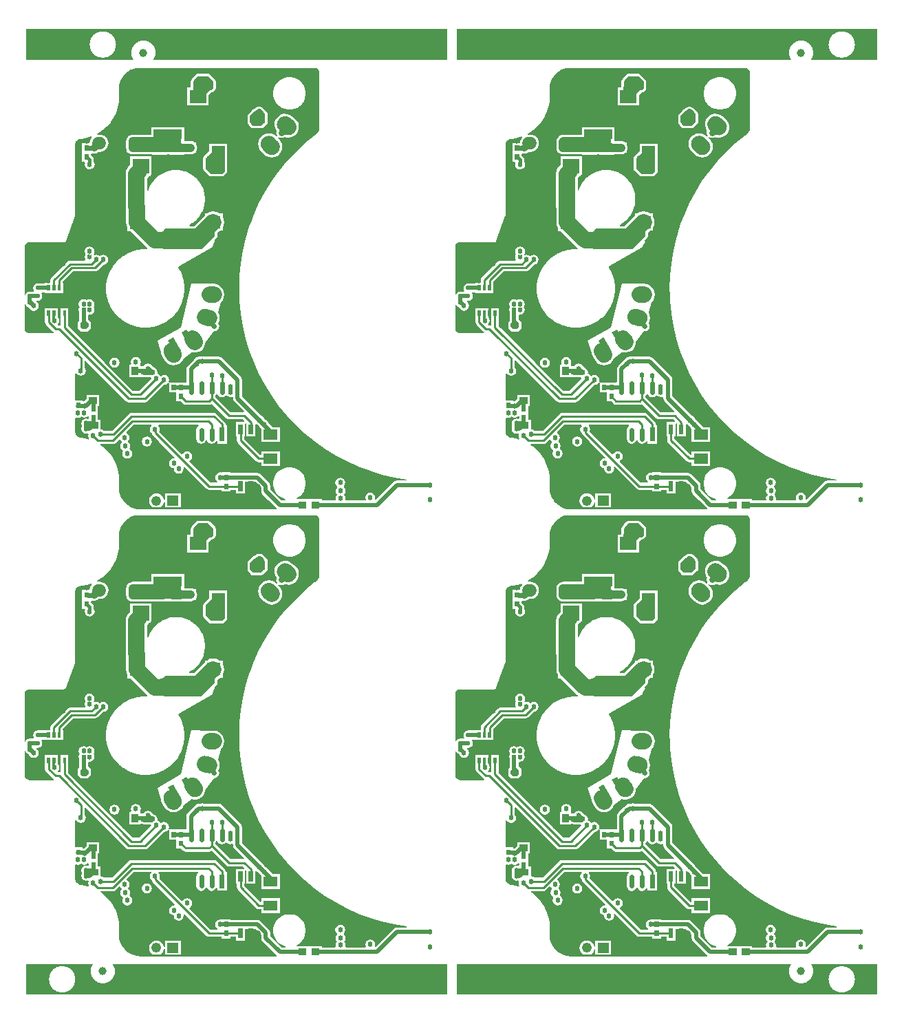
<source format=gbl>
*
%FSLAX26Y26*%
%MOIN*%
%ADD10C,0.010984*%
%ADD11R,0.032484X0.032484*%
%ADD12C,0.024604*%
%ADD13R,0.020984X0.020984*%
%ADD14R,0.045864X0.045864*%
%ADD15R,0.060824X0.060824*%
%ADD16C,0.020664*%
%ADD17C,0.032484*%
%ADD18C,0.016734*%
%ADD19C,0.011614*%
%ADD20C,0.014764*%
%ADD21C,0.060044*%
%ADD22C,0.048984*%
%ADD23R,0.071854X0.071854*%
%ADD24R,0.040354X0.040354*%
%ADD25R,0.028544X0.028544*%
%ADD26R,0.024604X0.024604*%
%ADD27R,0.048524X0.048524*%
%ADD28R,0.014764X0.014764*%
%ADD29R,0.062004X0.062004*%
%ADD30C,0.020984*%
%ADD31R,0.020664X0.020664*%
%ADD32R,0.063974X0.063974*%
%ADD33C,0.060984*%
%ADD34C,0.015984*%
%ADD35C,0.079724*%
%ADD36C,0.040354*%
%ADD37C,0.048224*%
%ADD38R,0.048984X0.048984*%
%ADD39C,0.080984*%
%ADD40C,0.028544*%
%ADD41C,0.001100*%
%ADD42C,0.001175*%
%ADD43C,0.047244*%
%ADD44C,0.108268*%
%ADD45C,0.015748*%
%ADD46C,0.031496*%
%ADD47C,0.005315*%
%ADD48C,0.039370*%
%ADD49C,0.096457*%
%IPPOS*%
%LN4810009-2820242.gbl*%
%LPD*%
G75*
G54D10*
X234580Y1397320D02*
X339910D01*
X361700Y1419100D01*
X356940Y1379440D02*
X395880Y1418380D01*
X241990Y1379440D02*
X356940D01*
X182560Y1320020D02*
X241990Y1379440D01*
X156970Y1319700D02*
X234580Y1397320D01*
X182560Y1282020D02*
Y1320020D01*
X156970Y1282020D02*
Y1319700D01*
G54D11*
X549690Y813320D02*
Y819620D01*
Y876310D02*
Y882610D01*
X1420820Y230840D02*
X1427120D01*
X1357830D02*
X1364130D01*
X411210Y616660D02*
X417510D01*
X348210D02*
X354510D01*
X342800Y735760D02*
X349100D01*
X405790D02*
X412090D01*
G54D12*
X339450Y1818470D03*
Y1846800D03*
X544770Y1024460D03*
X511030D03*
X1012260Y2171780D03*
X970790Y2128470D03*
X1051660Y2172630D03*
X970790Y2171780D03*
X558290Y1490720D03*
X356940Y1663530D03*
Y1687530D03*
X328970Y1678040D03*
X652640Y1838520D03*
X752520Y1123460D03*
X361700Y1419100D03*
X395880Y1418380D03*
X993260Y1405000D03*
X1049260Y1427000D03*
X1041260Y1457000D03*
X1040200Y1487180D03*
X1010200Y1476180D03*
X1012260Y1446000D03*
X1021260Y1415000D03*
X954260Y1456000D03*
X983200Y1465180D03*
X984260Y1435000D03*
X966260Y1395000D03*
X955260Y1425000D03*
X871260Y1362000D03*
X904260Y1373000D03*
X937260Y1385000D03*
X926260Y1416000D03*
X893260Y1405000D03*
X861260Y1393000D03*
X847920Y913910D03*
X1153040Y641270D03*
X450670Y660950D03*
X1980310Y255910D03*
X1980030Y326890D03*
X274950Y795800D03*
X962760Y364170D03*
X761680Y405930D03*
X1545820Y264300D03*
Y298570D03*
X645870Y596980D03*
X565440Y442890D03*
X1544550Y338240D03*
X498990Y557610D03*
X501940Y517250D03*
X383350Y573360D03*
X512330Y480310D03*
X739610Y432610D03*
X305160Y709040D03*
X1689940Y267090D03*
X1144300Y321360D03*
X481780Y660950D03*
X399100D03*
X304010Y677530D03*
X451810Y767750D03*
X500480Y839100D03*
X272460Y677020D03*
X287200Y880440D03*
X315160Y1994610D03*
X329660Y1431620D03*
Y1459180D03*
X201510Y1399150D03*
X142890Y1399880D03*
X74740D03*
Y1318120D03*
X129410D03*
X264970Y964800D03*
X553910Y923590D03*
X279020Y574480D03*
X1128430Y2014300D03*
X497520Y2177690D03*
X1200280Y2295800D03*
X1135430D03*
X1003430Y738710D03*
X954380Y283980D03*
X917800D03*
X170750Y1220990D03*
X39850Y1213120D03*
X58550Y1195400D03*
X520160Y821390D03*
X400080Y808590D03*
X566420Y406030D03*
X566390Y373550D03*
X38860Y1321390D03*
X803220Y467150D03*
X1011520Y803670D03*
Y777100D03*
X158940Y1124540D03*
X97920Y1166860D03*
X138270Y1221980D03*
X821150Y517250D03*
X1018190Y1601900D03*
Y1641210D03*
X653040Y844020D03*
X690440Y836150D03*
X876460Y926700D03*
X1174690Y619620D03*
X920750Y858790D03*
X882170Y700320D03*
X970990Y857770D03*
X346930Y565230D03*
X612680Y891270D03*
X313470Y599930D03*
Y625520D03*
X634680Y873950D03*
X274950Y1600760D03*
X330200Y1879460D03*
X435520Y2060560D03*
X490630Y2141270D03*
Y2107800D03*
X1012260Y2128470D03*
X962090Y2324340D03*
X1121540Y1879560D03*
X1052070Y2128470D03*
X930590Y2324340D03*
X1122520Y1910950D03*
G54D13*
X274590Y754030D02*
Y758830D01*
Y710720D02*
Y715520D01*
X347920Y693990D02*
Y698790D01*
Y650680D02*
Y655480D01*
X588070Y872140D02*
Y876940D01*
Y828830D02*
Y833630D01*
X991470Y318470D02*
Y323270D01*
Y361770D02*
Y366570D01*
X315440Y1914460D02*
Y1919260D01*
Y1957770D02*
Y1962570D01*
X772400Y797330D02*
Y802130D01*
Y754030D02*
Y758830D01*
X737680Y797330D02*
Y802130D01*
Y754030D02*
Y758830D01*
G54D14*
X748390Y1886510D02*
X753510D01*
X665240D02*
X670360D01*
X748390Y2101110D02*
X753510D01*
X663390D02*
X668510D01*
G54D15*
X929845Y1734620D02*
X932995D01*
G54D16*
X1153040Y641270D02*
X1206190Y588120D01*
X820990Y888630D02*
X859060Y926700D01*
X434130Y1101820D02*
X443980Y1091980D01*
Y1071650D02*
Y1091980D01*
X491170Y1024460D02*
X511030D01*
X443980Y1071650D02*
X491170Y1024460D01*
X652640Y1838520D02*
Y1873910D01*
X665240Y1886510D01*
X667800D01*
X1046330Y747970D02*
X1153040Y641270D01*
X859060Y926700D02*
X876460D01*
X1360980Y230840D03*
X1251040D02*
X1360980D01*
X1423970D02*
X1722510D01*
X1818570Y326890D01*
X1980030D01*
X305710Y710090D02*
X306000Y709800D01*
X272620Y710840D02*
X302300D01*
X340630Y730440D02*
X345950Y735760D01*
X332350Y730440D02*
X340630D01*
X312920Y711010D02*
X332350Y730440D01*
X308190Y711010D02*
X312920D01*
X306980Y709800D02*
X308190Y711010D01*
X306000Y709800D02*
X306980D01*
X302300Y710840D02*
X304090Y709040D01*
X962760Y364170D02*
X991470D01*
X1182980Y298900D02*
X1251040Y230840D01*
X304090Y709040D02*
X305160D01*
X618590Y879460D02*
X621540Y882410D01*
X612680Y879460D02*
X618590D01*
X549100D02*
X612680D01*
X38860Y1215090D02*
X58550Y1195400D01*
X327740Y599930D02*
X347920Y620110D01*
X313470Y599930D02*
X339060Y625520D01*
X1182980Y298900D02*
Y324450D01*
X991470Y364170D02*
X1143250D01*
X1182980Y324450D01*
X1011520Y777100D02*
Y803670D01*
X1068390Y1910950D02*
X1099790Y1879560D01*
X1121540D01*
X1068390Y1910950D02*
X1122520D01*
X38860Y1215090D02*
Y1241890D01*
X78080D02*
X78310Y1241660D01*
X38860Y1241890D02*
X78080D01*
X876460Y926700D02*
X956040D01*
X1046330Y836400D01*
X1206190Y571680D02*
Y588120D01*
X1046330Y747970D02*
Y836400D01*
X820990Y797570D02*
Y888630D01*
X818820Y799730D02*
X820990Y797570D01*
X772400Y799730D02*
X818820D01*
X737680D02*
X772400D01*
X78310Y1281660D02*
X78670Y1282020D01*
X127450D01*
X313470Y625520D02*
X339060D01*
X342510D01*
X347920Y620110D02*
X351360Y616660D01*
X342510Y625520D02*
X347920Y620110D01*
X313470Y599930D02*
X327740D01*
X313470D02*
Y625520D01*
X347920Y620110D02*
Y653080D01*
Y696390D02*
Y733790D01*
G54D17*
X760790Y1876660D02*
X819670D01*
X750950Y1886510D02*
X760790Y1876660D01*
X667800Y1886510D02*
X750950D01*
X813270Y2101110D02*
X854810Y2059580D01*
X750950Y2101110D02*
X813270D01*
X490630Y2107800D02*
X497330Y2101110D01*
X665950D01*
X351860Y1959180D02*
X375480Y1982800D01*
X665950Y2101110D02*
X750950D01*
G54D18*
X728020Y1101100D02*
X751920Y1125000D01*
X169770Y1220990D02*
X182560Y1208200D01*
X563130Y1045080D02*
X574260Y1056220D01*
X563130Y1044950D02*
Y1045080D01*
X544770Y1026590D02*
X563130Y1044950D01*
X574260Y1056220D02*
X678600D01*
X717080Y1094700D01*
X544770Y1024460D02*
Y1026590D01*
X450670Y660950D02*
X481780D01*
X399100D02*
X450670D01*
X751920Y1125000D02*
X752260D01*
X728020Y1100460D02*
Y1101100D01*
X723380Y1094700D02*
X732800Y1085280D01*
X717080Y1094700D02*
X723380D01*
X399100Y660950D02*
Y725910D01*
X450300Y766240D02*
X451810Y767750D01*
X442570Y766240D02*
X450300D01*
X412090Y735760D02*
X442570Y766240D01*
X408940Y735760D02*
X412090D01*
X421890Y1599980D02*
X422720Y1600810D01*
X400080Y744620D02*
X408940Y735760D01*
X400080Y744620D02*
Y808590D01*
X399100Y725910D02*
X408940Y735760D01*
X414360Y616660D02*
Y645700D01*
X399100Y660950D02*
X414360Y645700D01*
X572810Y816470D02*
X587570Y831230D01*
X549690Y816470D02*
X572810D01*
X525080D02*
X549100D01*
X520160Y821390D02*
X525080Y816470D01*
X38860Y1281890D02*
Y1321390D01*
X820990Y572570D02*
X821150Y572410D01*
Y517250D02*
Y572410D01*
X760320Y700320D02*
X882170D01*
X737680Y722960D02*
X760320Y700320D01*
X737680Y722960D02*
Y756430D01*
X330200Y1879460D02*
Y1902090D01*
X315440Y1916860D02*
X330200Y1902090D01*
G54D12*
X612680Y873950D02*
Y879460D01*
X1112680Y321360D02*
X1144300D01*
X612680Y879460D02*
Y891270D01*
X621540Y882410D02*
X630010Y873950D01*
X612680Y891270D02*
X621540Y882410D01*
X322330Y1959180D02*
X351860D01*
G54D19*
X647860Y580970D02*
Y594990D01*
Y580970D02*
X907460Y321360D01*
X645870Y596980D02*
X647860Y594990D01*
X442410Y542840D02*
X535910Y636350D01*
X532380Y658990D02*
X934020D01*
X383350Y573360D02*
X446750D01*
X535910Y636350D02*
X905000D01*
X369320Y542840D02*
X442410D01*
X446750Y573360D02*
X532380Y658990D01*
X584530Y873950D02*
X612680D01*
X584530D02*
X591820Y866660D01*
X164300Y1083820D02*
X181300D01*
X131380Y1116740D02*
X164300Y1083820D01*
X532420Y766660D02*
X575670D01*
X181300Y1083820D02*
X519520Y745600D01*
X598320D01*
X208150Y1090930D02*
Y1159970D01*
Y1090930D02*
X532420Y766660D01*
X905000Y636350D02*
X920990Y620360D01*
X934020Y658990D02*
X970990Y622010D01*
X287200Y880440D02*
X287520Y880760D01*
Y942250D01*
X264970Y964800D02*
X287520Y942250D01*
X907460Y321360D02*
X991470D01*
X1060710D01*
X131380Y1116740D02*
Y1159970D01*
X346930Y565230D02*
X369320Y542840D01*
X1079220Y662920D02*
X1110710Y631430D01*
X1004220Y662920D02*
X1079220D01*
X920990Y746150D02*
X1004220Y662920D01*
X575670Y766660D02*
X653040Y844020D01*
X598320Y745600D02*
X688880Y836150D01*
X690440D01*
X591820Y866660D02*
X611700D01*
X908630Y733790D02*
X920990Y746150D01*
X795040Y733790D02*
X908630D01*
X772400Y756430D02*
X795040Y733790D01*
X630010Y873950D02*
X634680D01*
X612680D02*
X630010D01*
X612680Y867650D02*
Y873950D01*
X611700Y866660D02*
X612680Y867650D01*
X970990Y572570D02*
Y622010D01*
X920750Y797800D02*
Y858790D01*
Y797800D02*
X920990Y797570D01*
Y572570D02*
Y620360D01*
X970990Y797570D02*
Y857770D01*
X920990Y746150D02*
Y797570D01*
X1110710Y596950D02*
Y631430D01*
X1149100Y455240D02*
X1206190D01*
X1060710Y543630D02*
X1149100Y455240D01*
X1060710Y543630D02*
Y596950D01*
X345950Y735760D02*
X347920Y733790D01*
X627400Y866660D02*
X634680Y873950D01*
X611700Y866660D02*
X627400D01*
G54D20*
X170750Y1220990D02*
X185380D01*
X208150Y1243770D01*
Y1282020D01*
X156970Y1126510D02*
Y1159970D01*
Y1126510D02*
X158940Y1124540D01*
X182560Y1159970D02*
Y1208200D01*
G54D21*
X371545Y1982800D02*
X379415D01*
G54D22*
X575280Y250520D03*
G54D23*
X400795Y1871640D02*
X408665D01*
G36*
X703108Y1115060D02*
X727830Y1129332D01*
X752932Y1085860D01*
X728210Y1071588D01*
X703108Y1115060D01*
G37*
G54D24*
X434130Y1101820D03*
G54D25*
X819670Y1876660D03*
G54D15*
X421890Y1598405D02*
Y1601555D01*
X422720Y1676465D02*
Y1679615D01*
Y1761185D02*
Y1764335D01*
G54D26*
X970990Y550915D02*
Y594225D01*
G54D12*
X920990Y550915D02*
Y594225D01*
X870990Y550915D02*
Y594225D01*
X820990Y550915D02*
Y594225D01*
Y775915D02*
Y819225D01*
X870990Y775915D02*
Y819225D01*
X920990Y775915D02*
Y819225D01*
X970990Y775915D02*
Y819225D01*
G54D27*
X1196475Y455240D02*
X1215905D01*
X1196475Y571680D02*
X1215905D01*
G54D28*
X208150Y1154065D02*
Y1165875D01*
X182560Y1154065D02*
Y1165875D01*
X156970Y1154065D02*
Y1165875D01*
X131380Y1154065D02*
Y1165875D01*
Y1276115D02*
Y1287925D01*
X156970Y1276115D02*
Y1287925D01*
X182560Y1276115D02*
Y1287925D01*
X208150Y1276115D02*
Y1287925D01*
G54D29*
X153035Y1220990D02*
X186505D01*
G54D30*
X78310Y1241660D03*
Y1281660D03*
X38860Y1281890D03*
Y1241890D03*
G54D31*
X1060710Y583170D02*
Y610730D01*
X1110710Y583170D02*
Y610730D01*
Y307580D02*
Y335140D01*
X1060710Y307580D02*
Y335140D01*
G54D32*
X846935Y2059580D02*
X862685D01*
X1063470Y1894215D02*
Y1937525D01*
G36*
X837911Y1416239D02*
X923608Y1439201D01*
G02X944869Y1362361I10942J-38333D01*
G01X859172Y1339399D01*
G02X848230Y1337868I-10942J38331D01*
G02X837911Y1416239I-0J39865D01*
G37*
G54D33*
X404730Y1869510D02*
G01Y1871640D01*
X1063470Y1906030D02*
X1068390Y1910950D01*
X328970Y1678040D02*
X422720D01*
X404730Y1869510D02*
X422640Y1851600D01*
Y1762840D02*
Y1851600D01*
X422720Y1600810D02*
Y1678040D01*
X422640Y1762840D02*
X422720Y1762760D01*
X1028320Y1734700D02*
X1063470Y1769840D01*
X931500Y1734700D02*
X1028320D01*
X1063470Y1769840D02*
Y1906030D01*
X931420Y1734620D02*
X931500Y1734700D01*
X422720Y1678040D02*
Y1762760D01*
G54D34*
X272460Y756430D02*
X274950Y758910D01*
Y795800D01*
G36*
X12300Y1090550D02*
Y1204920D01*
X17300Y1205410D01*
X17590Y1203900D01*
X22820Y1196090D01*
X30630Y1190870D01*
X32170Y1190560D01*
X36240Y1186490D01*
X36300Y1186190D01*
X41520Y1178370D01*
X49330Y1173150D01*
X58550Y1171320D01*
X67770Y1173150D01*
X75580Y1178370D01*
X80800Y1186190D01*
X82630Y1195400D01*
X80800Y1204620D01*
X75580Y1212430D01*
X72010Y1214820D01*
X73530Y1219820D01*
X76340D01*
X78310Y1219420D01*
X86820Y1221120D01*
X94040Y1225940D01*
X98860Y1233150D01*
X100550Y1241660D01*
X98860Y1250170D01*
X95670Y1254940D01*
X98350Y1259940D01*
X112680D01*
Y1257410D01*
X201260D01*
Y1279530D01*
X409970D01*
X410130Y1267880D01*
X410290Y1267100D01*
X410230Y1266310D01*
X413280Y1243210D01*
X413530Y1242460D01*
X413580Y1241670D01*
X419610Y1219170D01*
X419960Y1218450D01*
X420120Y1217670D01*
X429030Y1196150D01*
X429480Y1195490D01*
X429730Y1194740D01*
X440202Y1176610D01*
X353060D01*
X351230Y1185820D01*
X348240Y1190300D01*
X351230Y1194770D01*
X353060Y1203990D01*
X351230Y1213210D01*
X346000Y1221020D01*
X338190Y1226240D01*
X328970Y1228070D01*
X319760Y1226240D01*
X314940Y1223020D01*
X310130Y1226240D01*
X300910Y1228070D01*
X291700Y1226240D01*
X283880Y1221020D01*
X278660Y1213210D01*
X276830Y1203990D01*
X278660Y1194770D01*
X281650Y1190300D01*
X278660Y1185820D01*
X276830Y1176610D01*
X278660Y1167390D01*
X279590Y1166000D01*
Y1124440D01*
X272720Y1117570D01*
Y1086070D01*
X237710D01*
X225620Y1098160D01*
Y1135360D01*
X226850D01*
Y1184580D01*
X189450D01*
Y1135360D01*
X190690D01*
Y1103700D01*
X185690Y1100410D01*
X181300Y1101290D01*
X175660D01*
X174150Y1106290D01*
X175970Y1107510D01*
X181190Y1115320D01*
X183030Y1124540D01*
X181190Y1133750D01*
X176040Y1141460D01*
Y1159970D01*
X175670Y1161810D01*
Y1184580D01*
X112680D01*
Y1135360D01*
X113920D01*
Y1116740D01*
X115250Y1110060D01*
X119040Y1104390D01*
X151950Y1071480D01*
X156440Y1068480D01*
X155120Y1063480D01*
X39370D01*
Y1063510D01*
X32370Y1064430D01*
X25850Y1067130D01*
X20250Y1071430D01*
X15950Y1077030D01*
X13250Y1083550D01*
X12330Y1090550D01*
X12300D01*
G37*
G36*
Y1245760D02*
Y1476130D01*
G02X25850Y1499550I27059J-25D01*
G01X32370Y1502250D01*
X39370Y1503170D01*
Y1503210D01*
X203420D01*
X203690Y1503260D01*
X203960Y1503220D01*
X208130Y1504140D01*
X208350Y1504290D01*
X208620Y1504360D01*
X212120Y1506810D01*
X212270Y1507040D01*
X212490Y1507200D01*
X214780Y1510800D01*
X214840Y1511070D01*
X214980Y1511300D01*
X257970Y1629410D01*
X258710Y1633610D01*
Y1976330D01*
X258740D01*
G02X278530Y2002340I26924J48D01*
G01X291940Y2004030D01*
X318800Y2009370D01*
X337180Y2015610D01*
X337970Y2015030D01*
X338970Y2008270D01*
X335430Y2003650D01*
X331270Y1993600D01*
X330050Y1984380D01*
X293630D01*
Y1892650D01*
X304590D01*
X305850Y1891150D01*
X307750Y1887650D01*
X306120Y1879460D01*
X307950Y1870240D01*
X313170Y1862430D01*
X320980Y1857210D01*
X330200Y1855370D01*
X339420Y1857210D01*
X347230Y1862430D01*
X352450Y1870240D01*
X354290Y1879460D01*
X352450Y1888670D01*
X350270Y1891940D01*
Y1902090D01*
X348740Y1909780D01*
X344390Y1916290D01*
X337250Y1923430D01*
Y1929990D01*
X342250Y1933330D01*
G03X365750Y1935110I9856J25891D01*
G01X371510Y1939530D01*
X373090Y1941110D01*
X379410D01*
X390210Y1942530D01*
X400260Y1946690D01*
X408900Y1953320D01*
X414018Y1960000D01*
X506390D01*
X507470Y1951780D01*
X510650Y1944120D01*
X515690Y1937540D01*
X522270Y1932490D01*
X529940Y1929310D01*
X538160Y1928230D01*
X630990D01*
Y1927060D01*
X704610D01*
Y1929540D01*
X714140D01*
Y1927060D01*
X787760D01*
Y1929540D01*
X819670D01*
X827890Y1930620D01*
X835550Y1933800D01*
X838060Y1935720D01*
X845260D01*
Y1942920D01*
X847180Y1945420D01*
G03X851317Y1961071I-27539J15651D01*
G01X909930D01*
Y1945540D01*
X883690Y1919310D01*
X881080Y1915400D01*
X880170Y1910800D01*
Y1859420D01*
X629130D01*
Y1918880D01*
X526770D01*
Y1878890D01*
X519620Y1871740D01*
X511320Y1860920D01*
X506100Y1848320D01*
X504320Y1834790D01*
Y1678040D01*
X506030Y1665020D01*
Y1599980D01*
X507810Y1586460D01*
X513030Y1573860D01*
X514020Y1572570D01*
Y1556680D01*
X527690D01*
X608310Y1476060D01*
X610630Y1474280D01*
X608940Y1469280D01*
X588230D01*
X587450Y1469120D01*
X586660Y1469170D01*
X563570Y1466130D01*
X562810Y1465880D01*
X562020Y1465820D01*
X539520Y1459800D01*
X538810Y1459440D01*
X538030Y1459290D01*
X516510Y1450370D01*
X515850Y1449930D01*
X515090Y1449680D01*
X494920Y1438030D01*
X494320Y1437510D01*
X493610Y1437160D01*
X475130Y1422970D01*
X474600Y1422380D01*
X473940Y1421940D01*
X457470Y1405460D01*
X457030Y1404800D01*
X456430Y1404280D01*
X442250Y1385800D01*
X441900Y1385090D01*
X441380Y1384490D01*
X429730Y1364320D01*
X429480Y1363560D01*
X429030Y1362900D01*
X420120Y1341380D01*
X419960Y1340600D01*
X419610Y1339890D01*
X413580Y1317390D01*
X413530Y1316590D01*
X413280Y1315840D01*
X410230Y1292750D01*
X410290Y1291950D01*
X410130Y1291180D01*
X409970Y1279530D01*
X201260D01*
Y1306620D01*
X199700D01*
Y1312920D01*
X249090Y1362300D01*
X356940D01*
X363500Y1363610D01*
X369060Y1367320D01*
X396080Y1394340D01*
X405100Y1396130D01*
X412910Y1401350D01*
X418140Y1409170D01*
X419970Y1418380D01*
X418140Y1427600D01*
X412910Y1435410D01*
X405100Y1440630D01*
X395880Y1442470D01*
X386670Y1440630D01*
X379100Y1435580D01*
X378730Y1436140D01*
X370910Y1441360D01*
X361700Y1443190D01*
X352480Y1441360D01*
X351850Y1440930D01*
X348860Y1445400D01*
X351910Y1449970D01*
X353740Y1459180D01*
X351910Y1468400D01*
X346690Y1476210D01*
X338870Y1481430D01*
X329660Y1483270D01*
X320440Y1481430D01*
X312630Y1476210D01*
X307400Y1468400D01*
X305570Y1459180D01*
X307400Y1449970D01*
X310450Y1445400D01*
X307400Y1440840D01*
X305570Y1431620D01*
X307400Y1422410D01*
X309380Y1419460D01*
X306700Y1414460D01*
X234580D01*
X228020Y1413150D01*
X222460Y1409440D01*
X144850Y1331820D01*
X141140Y1326260D01*
X139830Y1319700D01*
Y1306620D01*
X112680D01*
Y1304090D01*
X78670D01*
X70220Y1302410D01*
X69960Y1302240D01*
X69800Y1302210D01*
X62590Y1297390D01*
X57770Y1290170D01*
X56070Y1281660D01*
X57770Y1273150D01*
X60560Y1268970D01*
X57890Y1263970D01*
X39670D01*
X38860Y1264130D01*
X30350Y1262440D01*
X23140Y1257620D01*
X18320Y1250400D01*
X17300Y1245270D01*
X12300Y1245760D01*
G37*
G36*
X237710Y1086070D02*
X272720D01*
X288460Y1070330D01*
X319960D01*
X335710Y1086070D01*
Y1117570D01*
X323740Y1129540D01*
Y1149620D01*
X327610Y1152800D01*
X328970Y1152520D01*
X338190Y1154360D01*
X346000Y1159580D01*
X351230Y1167390D01*
X353060Y1176610D01*
X440202D01*
X441380Y1174570D01*
X441900Y1173970D01*
X442250Y1173260D01*
X456430Y1154780D01*
X457030Y1154250D01*
X457470Y1153590D01*
X473940Y1137120D01*
X474600Y1136680D01*
X475130Y1136080D01*
X493610Y1121900D01*
X494320Y1121550D01*
X494920Y1121020D01*
X515090Y1109380D01*
X515850Y1109120D01*
X516510Y1108680D01*
X538030Y1099770D01*
X538810Y1099610D01*
X539520Y1099260D01*
X562020Y1093230D01*
X562810Y1093180D01*
X563570Y1092920D01*
X586660Y1089880D01*
X587450Y1089930D01*
X588230Y1089780D01*
X611530D01*
X612310Y1089930D01*
X613100Y1089880D01*
X636200Y1092920D01*
X636950Y1093180D01*
X637740Y1093230D01*
X660240Y1099260D01*
X660950Y1099610D01*
X661730Y1099770D01*
X683260Y1108680D01*
X683920Y1109120D01*
X684670Y1109380D01*
X704840Y1121020D01*
X705440Y1121550D01*
X706150Y1121900D01*
X724630Y1136080D01*
X725160Y1136680D01*
X725820Y1137120D01*
X742290Y1153590D01*
X742730Y1154250D01*
X743330Y1154780D01*
X757510Y1173260D01*
X757860Y1173970D01*
X758380Y1174570D01*
X770030Y1194740D01*
X770290Y1195490D01*
X770730Y1196150D01*
X779640Y1217670D01*
X779800Y1218450D01*
X780150Y1219170D01*
X786180Y1241670D01*
X786230Y1242460D01*
X786490Y1243210D01*
X789530Y1266310D01*
X789470Y1267100D01*
X789630Y1267880D01*
Y1291180D01*
X789470Y1291950D01*
X789530Y1292750D01*
X786490Y1315840D01*
X786230Y1316590D01*
X786180Y1317390D01*
X780150Y1339890D01*
X779800Y1340600D01*
X779640Y1341380D01*
X770730Y1362900D01*
X770290Y1363560D01*
X770030Y1364320D01*
X760160Y1381410D01*
X761460Y1386240D01*
X924530Y1480090D01*
Y1484680D01*
X936570Y1507990D01*
X934890Y1509280D01*
X934560Y1514270D01*
X945770Y1525490D01*
X948390Y1529390D01*
X949300Y1534000D01*
Y1548180D01*
X957450Y1556330D01*
X960970Y1559030D01*
X974730D01*
Y1574390D01*
X979740Y1586480D01*
X981520Y1600000D01*
X1111558D01*
X1103920Y1579710D01*
X1086190Y1521240D01*
X1072310Y1461720D01*
X1062360Y1401430D01*
X1056370Y1340620D01*
X1054370Y1279540D01*
X1055320Y1250520D01*
X982450D01*
X980700Y1263880D01*
X975540Y1276330D01*
X967330Y1287020D01*
X956640Y1295230D01*
X944190Y1300380D01*
X930830Y1302140D01*
X911150D01*
X823990Y1303670D01*
X771260Y1090550D01*
X658260Y1025000D01*
X298778D01*
X237710Y1086070D01*
G37*
G36*
X260330Y737330D02*
Y866940D01*
X261290Y867700D01*
X267990Y866670D01*
X270170Y863410D01*
X277980Y858190D01*
X287200Y856360D01*
X296420Y858190D01*
X304230Y863410D01*
X309450Y871220D01*
X311280Y880440D01*
X309450Y889660D01*
X304980Y896350D01*
Y928910D01*
X309600Y930830D01*
X507170Y733250D01*
X512840Y729470D01*
X519520Y728140D01*
X598320D01*
X605010Y729470D01*
X610670Y733250D01*
X689640Y812220D01*
X690440Y812070D01*
X699650Y813900D01*
X707470Y819120D01*
X711160Y824650D01*
X715540Y822830D01*
X715870Y820300D01*
Y801070D01*
X715600Y799730D01*
X715870Y798390D01*
Y775520D01*
X750590D01*
Y732210D01*
X771920D01*
X782690Y721440D01*
X788350Y717660D01*
X795040Y716330D01*
X908630D01*
X915310Y717660D01*
X920990Y721460D01*
X991870Y650570D01*
X997530Y646790D01*
X1004220Y645460D01*
X1071980D01*
X1080060Y637390D01*
X1077990Y632390D01*
X1039060D01*
Y561520D01*
X1043250D01*
Y543630D01*
X1044580Y536950D01*
X1048370Y531280D01*
X1136750Y442900D01*
X1142420Y439110D01*
X1149100Y437780D01*
X1160890D01*
Y419660D01*
X1251480D01*
Y490830D01*
X1160890D01*
Y473770D01*
X1155890Y473150D01*
X1078170Y550860D01*
Y561520D01*
X1082370D01*
Y623970D01*
X1087370Y626560D01*
X1089060Y625370D01*
Y561520D01*
X1132370D01*
Y621370D01*
X1137370Y623330D01*
X1143820Y619020D01*
X1144130Y618960D01*
X1152380Y610710D01*
X1152440Y610400D01*
X1157660Y602590D01*
X1160890Y600430D01*
Y536100D01*
X1251480D01*
Y607260D01*
X1218260D01*
X1197000Y628530D01*
X1196940Y628830D01*
X1191720Y636650D01*
X1183910Y641870D01*
X1183600Y641930D01*
X1175350Y650180D01*
X1175290Y650480D01*
X1170070Y658300D01*
X1162250Y663520D01*
X1161950Y663580D01*
X1068410Y757120D01*
Y836400D01*
X1066730Y844850D01*
X1061940Y852020D01*
X971650Y942310D01*
X964490Y947100D01*
X956040Y948780D01*
X885940D01*
X885680Y948950D01*
X876460Y950790D01*
X867240Y948950D01*
X866980Y948780D01*
X859060D01*
X850620Y947100D01*
X843450Y942310D01*
X834470Y933330D01*
X830890Y930940D01*
X828490Y927350D01*
X805380Y904240D01*
X800590Y897070D01*
X798910Y888630D01*
Y828700D01*
X798740Y828440D01*
X798290Y826170D01*
X794210Y823950D01*
X716710D01*
X715290Y825000D01*
X712840Y827690D01*
X714520Y836150D01*
X712690Y845370D01*
X707470Y853180D01*
X699650Y858400D01*
X690440Y860230D01*
X681220Y858400D01*
X674740Y854070D01*
X670070Y861060D01*
X662250Y866280D01*
X657430Y867240D01*
X658770Y873950D01*
X656930Y883160D01*
X651710Y890980D01*
X643900Y896200D01*
X641300Y896710D01*
X629710Y908300D01*
X621900Y913520D01*
X612680Y915350D01*
X603470Y913520D01*
X595650Y908300D01*
X591130Y901530D01*
X577250D01*
Y910170D01*
X576320Y915170D01*
X578000Y923590D01*
X576170Y932800D01*
X570940Y940620D01*
X563130Y945840D01*
X553910Y947670D01*
X544700Y945840D01*
X536880Y940620D01*
X531660Y932800D01*
X529830Y923590D01*
X530500Y920210D01*
X474760D01*
X472930Y929420D01*
X467700Y937240D01*
X459890Y942460D01*
X450670Y944290D01*
X441460Y942460D01*
X433640Y937240D01*
X428420Y929420D01*
X426590Y920210D01*
X403564D01*
X298778Y1025000D01*
X658260D01*
X676440Y968610D01*
X677230Y962610D01*
X682380Y950160D01*
X692230Y933120D01*
X700430Y922420D01*
X711120Y914220D01*
X723570Y909060D01*
X736930Y907300D01*
X750290Y909060D01*
X762750Y914220D01*
X773440Y922420D01*
X781640Y933120D01*
X784890Y940950D01*
X824730Y971100D01*
X830820Y969180D01*
X844280Y968590D01*
X857440Y971510D01*
X869390Y977730D01*
X879330Y986840D01*
X886570Y998200D01*
X890620Y1011050D01*
X891020Y1020160D01*
X931860Y1073230D01*
X933550Y1072890D01*
X942770Y1074730D01*
X950580Y1079950D01*
X955800Y1087760D01*
X957630Y1096980D01*
X955800Y1106190D01*
X953300Y1109940D01*
X958470Y1122410D01*
X960230Y1135770D01*
X958470Y1149130D01*
X953310Y1161580D01*
X952490Y1162650D01*
X965290Y1212450D01*
X967330Y1214020D01*
X975540Y1224710D01*
X980700Y1237160D01*
X982450Y1250520D01*
X1055320D01*
X1056370Y1218470D01*
X1062360Y1157650D01*
X1072310Y1097360D01*
X1086190Y1037850D01*
X1103920Y979370D01*
X1125450Y922180D01*
X1150670Y866520D01*
X1179480Y812630D01*
X1211750Y760730D01*
X1247340Y711060D01*
X1286110Y663820D01*
X1327880Y619220D01*
X1372480Y577450D01*
X1419720Y538680D01*
X1469390Y503090D01*
X1521280Y470820D01*
X1575180Y442010D01*
X1630840Y416790D01*
X1688030Y395270D01*
X1746510Y377530D01*
X1806020Y363650D01*
X1864690Y353970D01*
X1864280Y348970D01*
X1818570D01*
X1810120Y347290D01*
X1802960Y342500D01*
X1716600Y256150D01*
X1712430Y259050D01*
X1714030Y267090D01*
X1712200Y276300D01*
X1706980Y284120D01*
X1699160Y289340D01*
X1689940Y291170D01*
X1680730Y289340D01*
X1672910Y284120D01*
X1667690Y276300D01*
X1665860Y267090D01*
X1667690Y257870D01*
X1668060Y257320D01*
X1665700Y252910D01*
X1572180D01*
X1568640Y257910D01*
X1569910Y264300D01*
X1568070Y273520D01*
X1562850Y281330D01*
Y281540D01*
X1568070Y289360D01*
X1569910Y298570D01*
X1568070Y307790D01*
X1562850Y315600D01*
X1561580Y316450D01*
Y321210D01*
X1566800Y329020D01*
X1568640Y338240D01*
X1566800Y347460D01*
X1561580Y355270D01*
X1553770Y360490D01*
X1544550Y362330D01*
X1535330Y360490D01*
X1527520Y355270D01*
X1522300Y347460D01*
X1520470Y338240D01*
X1522300Y329020D01*
X1527520Y321210D01*
X1528790Y320360D01*
Y319490D01*
X1528210Y314730D01*
X1523570Y307790D01*
X1521740Y298570D01*
X1523570Y289360D01*
X1528790Y281540D01*
Y281330D01*
X1523570Y273520D01*
X1521740Y264300D01*
X1523010Y257910D01*
X1519460Y252910D01*
X1454680D01*
Y258390D01*
X1333040D01*
X1332040Y263390D01*
X1335600Y264870D01*
X1348490Y273480D01*
X1359460Y284450D01*
X1368080Y297350D01*
X1374010Y311680D01*
X1377040Y326890D01*
Y342400D01*
X1374010Y357610D01*
X1368080Y371940D01*
X1359460Y384840D01*
X1348490Y395810D01*
X1335600Y404420D01*
X1321270Y410360D01*
X1306050Y413390D01*
X1290540D01*
X1275330Y410360D01*
X1261000Y404420D01*
X1248110Y395810D01*
X1237140Y384840D01*
X1228520Y371940D01*
X1222580Y357610D01*
X1219560Y342400D01*
Y326890D01*
X1222580Y311680D01*
X1228520Y297350D01*
X1237140Y284450D01*
X1248110Y273480D01*
X1261000Y264870D01*
X1275330Y258930D01*
X1280450Y257910D01*
X1279950Y252910D01*
X1260180D01*
X1205050Y308040D01*
Y324450D01*
X1203370Y332900D01*
X1198590Y340060D01*
X1158860Y379780D01*
X1151700Y384570D01*
X1143250Y386250D01*
X1013280D01*
Y388380D01*
X969660D01*
X968190Y387180D01*
X962760Y388260D01*
X953540Y386420D01*
X945730Y381200D01*
X940510Y373390D01*
X938670Y364170D01*
X940510Y354950D01*
X945730Y347140D01*
X950690Y343820D01*
X949180Y338820D01*
X914700D01*
X813190Y440340D01*
X814390Y446200D01*
X820250Y450120D01*
X825470Y457930D01*
X827310Y467150D01*
X825470Y476370D01*
X820250Y484180D01*
X812440Y489400D01*
X803220Y491230D01*
X794010Y489400D01*
X786190Y484180D01*
X782280Y478320D01*
X776410Y477110D01*
X667180Y586340D01*
X668130Y587760D01*
X669960Y596980D01*
X668130Y606190D01*
X662990Y613890D01*
X663440Y616340D01*
X664220Y618890D01*
X856380D01*
X857900Y613890D01*
X853960Y611250D01*
X848740Y603440D01*
X846900Y594220D01*
Y550910D01*
X848740Y541700D01*
X853960Y533880D01*
X861770Y528660D01*
X870990Y526830D01*
X880210Y528660D01*
X888020Y533880D01*
X893240Y541700D01*
X893440Y542700D01*
X898540D01*
X898740Y541700D01*
X903960Y533880D01*
X911770Y528660D01*
X920990Y526830D01*
X930210Y528660D01*
X938020Y533880D01*
X942370Y540390D01*
X947370Y538870D01*
Y527290D01*
X994610D01*
Y617840D01*
X991170D01*
X988450Y622010D01*
X987120Y628700D01*
X983340Y634360D01*
X946360Y671330D01*
X940700Y675120D01*
X934020Y676450D01*
X532380D01*
X525700Y675120D01*
X520030Y671330D01*
X439520Y590820D01*
X399740D01*
X392570Y595610D01*
X383350Y597440D01*
X382070Y598490D01*
Y644220D01*
X370000D01*
Y653080D01*
X369730Y654420D01*
Y695050D01*
X370000Y696390D01*
Y708200D01*
X376660D01*
Y763320D01*
X315240D01*
Y744560D01*
X303480Y732800D01*
X303200Y732740D01*
X302300Y732920D01*
X296400D01*
Y737330D01*
X260330D01*
G37*
G36*
X366420Y2028870D02*
X369300Y2030290D01*
X392070Y2045500D01*
X412670Y2063560D01*
X430720Y2084150D01*
X432123Y2086250D01*
X1095260D01*
X1095480Y2085150D01*
X1095460Y2084030D01*
X1095930Y2082870D01*
X1096170Y2081650D01*
X1096800Y2080710D01*
X1097210Y2079670D01*
X1109490Y2060870D01*
X1110360Y2059970D01*
X1111060Y2058930D01*
X1111990Y2058310D01*
X1112770Y2057510D01*
X1113920Y2057020D01*
X1114960Y2056320D01*
X1116060Y2056100D01*
X1117090Y2055670D01*
X1118350Y2055650D01*
X1119570Y2055410D01*
X1159960D01*
X1163440Y2055920D01*
X1163970Y2056210D01*
X1164570Y2056320D01*
X1166030Y2057300D01*
X1167590Y2058130D01*
X1188090Y2074910D01*
X1188470Y2075380D01*
X1188970Y2075710D01*
X1189950Y2077180D01*
X1191070Y2078540D01*
X1191250Y2079120D01*
X1191580Y2079620D01*
X1192440Y2083030D01*
X1192380Y2083640D01*
X1192500Y2084230D01*
X1227020D01*
X1226550Y2082740D01*
X1225960Y2069280D01*
X1228880Y2056120D01*
X1235100Y2044170D01*
X1235460Y2043770D01*
G03X1238880Y2018240I23830J-9802D01*
G01X1235170Y2015150D01*
X1234750Y2015570D01*
X1224050Y2023780D01*
X1211600Y2028930D01*
X1198240Y2030690D01*
X1184880Y2028930D01*
X1172430Y2023780D01*
X1161740Y2015570D01*
X1153540Y2004880D01*
X1148380Y1992430D01*
X1146620Y1979070D01*
X996540D01*
Y1980830D01*
X909930D01*
Y1961071D01*
X851317D01*
G03X845260Y1979700I-31676J0D01*
G01Y1986900D01*
X838060D01*
X835550Y1988820D01*
X827890Y1991990D01*
X819670Y1993080D01*
X787760D01*
Y2060560D01*
X754700D01*
X750950Y2061050D01*
X665950D01*
X662190Y2060560D01*
X629140D01*
Y2024650D01*
X622660D01*
X622260Y2024600D01*
X621860Y2024650D01*
X594660D01*
X591610Y2024250D01*
X539140D01*
X530920Y2023170D01*
X523260Y2019990D01*
X516680Y2014940D01*
X515690Y2013960D01*
X510650Y2007380D01*
X507470Y1999720D01*
X506390Y1991500D01*
Y1960980D01*
X506460Y1960490D01*
X506390Y1960000D01*
X414018D01*
X415520Y1961960D01*
X419690Y1972010D01*
X421110Y1982800D01*
X419690Y1993600D01*
X415520Y2003650D01*
X408900Y2012290D01*
X400260Y2018910D01*
X390210Y2023080D01*
X379410Y2024500D01*
X371540D01*
X367900Y2024020D01*
X366420Y2028870D01*
G37*
G36*
X403564Y920210D02*
X426590D01*
X428420Y910990D01*
X433640Y903170D01*
X441460Y897950D01*
X450670Y896120D01*
X459890Y897950D01*
X467700Y903170D01*
X472930Y910990D01*
X474760Y920210D01*
X530500D01*
X531500Y915170D01*
X529110Y910170D01*
X522130D01*
Y848750D01*
X577250D01*
Y850320D01*
X586170D01*
X591820Y849200D01*
X624880D01*
X628500Y845550D01*
X628670Y844360D01*
X568440Y784120D01*
X539650D01*
X403564Y920210D01*
G37*
G36*
X432123Y2086250D02*
X445940Y2106930D01*
X458050Y2131490D01*
X466860Y2157430D01*
X472200Y2184290D01*
X473830Y2209180D01*
X803630D01*
Y2165870D01*
X905990D01*
Y2215730D01*
X906910Y2216650D01*
X1219560D01*
X1222580Y2201440D01*
X1228520Y2187110D01*
X1237140Y2174220D01*
X1248110Y2163250D01*
X1261000Y2154630D01*
X1275330Y2148690D01*
X1290540Y2145670D01*
X1306050D01*
X1321270Y2148690D01*
X1335600Y2154630D01*
X1348490Y2163250D01*
X1359460Y2174220D01*
X1368080Y2187110D01*
X1374010Y2201440D01*
X1377040Y2216650D01*
X1443210D01*
Y2065620D01*
X1343890D01*
X1340980Y2078780D01*
X1334750Y2090730D01*
X1325650Y2100670D01*
X1310570Y2113320D01*
X1299200Y2120560D01*
X1286350Y2124610D01*
X1272890Y2125200D01*
X1259730Y2122290D01*
X1247780Y2116060D01*
X1237840Y2106960D01*
X1230600Y2095590D01*
X1227020Y2084230D01*
X1192500D01*
Y2125540D01*
X1191580Y2130140D01*
X1188970Y2134050D01*
X1168470Y2154550D01*
X1164570Y2157160D01*
X1162720Y2157530D01*
G03X1129830Y2150450I-12053J-23942D01*
G01X1116980Y2141560D01*
X1116220Y2140770D01*
X1115320Y2140170D01*
X1098780Y2123640D01*
X1096170Y2119730D01*
X1095260Y2115120D01*
Y2086250D01*
X432123D01*
G37*
G36*
X472040Y2244100D02*
X473340Y2260660D01*
X477220Y2276810D01*
X483580Y2292160D01*
X492260Y2306330D01*
X503050Y2318960D01*
X515680Y2329750D01*
X529850Y2338430D01*
X545190Y2344790D01*
X561350Y2348670D01*
X577690Y2349950D01*
X577910Y2349910D01*
X1416140D01*
G02X1439560Y2336350I-34J-27064D01*
G01X1442260Y2329830D01*
X1443180Y2322830D01*
X1443210D01*
Y2216650D01*
X1377040D01*
Y2232160D01*
X1374010Y2247380D01*
X1368080Y2261710D01*
X1359460Y2274600D01*
X1348490Y2285570D01*
X1335600Y2294190D01*
X1321270Y2300120D01*
X1306050Y2303150D01*
X1290540D01*
X1275330Y2300120D01*
X1261000Y2294190D01*
X1248110Y2285570D01*
X1237140Y2274600D01*
X1228520Y2261710D01*
X1223252Y2249000D01*
X941300D01*
Y2282000D01*
X940390Y2286610D01*
X937780Y2290510D01*
X911770Y2316510D01*
X907870Y2319130D01*
X903260Y2320040D01*
X855260D01*
X850650Y2319130D01*
X846750Y2316510D01*
X834740Y2304510D01*
X834130Y2303600D01*
X833340Y2302820D01*
X822340Y2286820D01*
X821840Y2285660D01*
X821130Y2284610D01*
X820920Y2283520D01*
X820480Y2282510D01*
X820460Y2281240D01*
X820220Y2280000D01*
Y2257280D01*
X819590Y2252490D01*
X803630D01*
Y2209180D01*
X473830D01*
X473990Y2211620D01*
X472040Y2244100D01*
G37*
G36*
X608830Y1755160D02*
Y1813970D01*
X614410Y1821240D01*
X615710Y1824390D01*
X629130D01*
Y1859420D01*
X880170D01*
X881080Y1854810D01*
X883690Y1850900D01*
X908930Y1825670D01*
X912840Y1823060D01*
X917450Y1822140D01*
X970950D01*
X975560Y1823060D01*
X979470Y1825670D01*
X992650Y1838860D01*
X995260Y1842760D01*
X996540Y1850910D01*
X1249712D01*
X1247340Y1848020D01*
X1211750Y1798350D01*
X1179480Y1746460D01*
X1150670Y1692560D01*
X1125450Y1636900D01*
X1111558Y1600000D01*
X981520D01*
X979740Y1613530D01*
X974730Y1625610D01*
Y1642490D01*
X958990D01*
X955390Y1645260D01*
X942790Y1650480D01*
X929260Y1652260D01*
X927220D01*
X913700Y1650480D01*
X901090Y1645260D01*
X897490Y1642490D01*
X888120D01*
Y1634800D01*
X834360Y1581040D01*
X818030D01*
X812530Y1582060D01*
X811930Y1587090D01*
X811970Y1587240D01*
X825690Y1595330D01*
X826290Y1595860D01*
X827000Y1596210D01*
X828600Y1597440D01*
X830740Y1598750D01*
X840330Y1606440D01*
X840860Y1607040D01*
X841520Y1607480D01*
X847540Y1613090D01*
X853400Y1619360D01*
X853840Y1620020D01*
X854440Y1620550D01*
X861880Y1629880D01*
X862960Y1631650D01*
X864670Y1633880D01*
X865020Y1634600D01*
X865550Y1635190D01*
X873410Y1648710D01*
X873570Y1649090D01*
X873950Y1649750D01*
X874210Y1650500D01*
X874650Y1651160D01*
X881080Y1666690D01*
X881240Y1667470D01*
X881590Y1668180D01*
X881780Y1668920D01*
X881870Y1669110D01*
X885940Y1684420D01*
X885990Y1685210D01*
X886250Y1685960D01*
X886650Y1689040D01*
X887020Y1690590D01*
X888440Y1702620D01*
X888390Y1703420D01*
X888540Y1704200D01*
Y1721000D01*
X888390Y1721780D01*
X888440Y1722580D01*
X887020Y1734610D01*
X886650Y1736150D01*
X886250Y1739240D01*
X885990Y1739990D01*
X885940Y1740790D01*
X881870Y1756080D01*
X881790Y1756270D01*
X881590Y1757020D01*
X881240Y1757730D01*
X881080Y1758510D01*
X874650Y1774040D01*
X874210Y1774700D01*
X873950Y1775450D01*
X873570Y1776120D01*
X873410Y1776490D01*
X865550Y1790010D01*
X865020Y1790600D01*
X864670Y1791320D01*
X862950Y1793570D01*
X861880Y1795310D01*
X854440Y1804650D01*
X853840Y1805180D01*
X853400Y1805840D01*
X847540Y1812100D01*
X841520Y1817720D01*
X840860Y1818160D01*
X840330Y1818760D01*
X830740Y1826450D01*
X828620Y1827750D01*
X827000Y1828990D01*
X826290Y1829340D01*
X825690Y1829870D01*
X811920Y1837980D01*
X810010Y1838770D01*
X809720Y1838970D01*
X794190Y1845400D01*
X793850Y1845470D01*
X791520Y1846430D01*
X776470Y1850260D01*
X775670Y1850310D01*
X774920Y1850560D01*
X773580Y1850740D01*
X770040Y1851590D01*
X758260Y1852760D01*
X757470Y1852710D01*
X756690Y1852860D01*
X748030Y1853320D01*
X739880Y1852860D01*
X739100Y1852710D01*
X738310Y1852760D01*
X726020Y1851590D01*
X721870Y1850590D01*
X721640Y1850560D01*
X720600Y1850290D01*
X720100Y1850260D01*
X704540Y1846430D01*
X684140Y1837980D01*
X670870Y1829870D01*
X670820Y1829820D01*
X665310Y1826450D01*
X656230Y1818760D01*
X655970Y1818460D01*
X655300Y1817890D01*
X655040Y1817720D01*
X648520Y1812100D01*
X643230Y1805900D01*
X643160Y1805840D01*
X643120Y1805780D01*
X642270Y1804780D01*
X642120Y1804650D01*
X634180Y1795310D01*
X622650Y1776490D01*
X614190Y1756080D01*
X613830Y1754570D01*
X608830Y1755160D01*
G37*
G36*
X906910Y2216650D02*
X918220Y2227960D01*
G03X928780Y2231480I1037J14489D01*
G01X937780Y2240480D01*
X940390Y2244390D01*
X941300Y2249000D01*
X1223252D01*
X1222580Y2247380D01*
X1219560Y2232160D01*
Y2216650D01*
X906910D01*
G37*
G36*
X996540Y1850910D02*
Y1979070D01*
X1146620D01*
X1148380Y1965710D01*
X1153540Y1953260D01*
X1161740Y1942570D01*
X1175660Y1928650D01*
X1186350Y1920440D01*
X1198800Y1915290D01*
X1212160Y1913530D01*
X1225520Y1915290D01*
X1237970Y1920440D01*
X1248660Y1928650D01*
X1256870Y1939340D01*
X1262030Y1951790D01*
X1263780Y1965150D01*
X1262030Y1978510D01*
X1256870Y1990960D01*
X1248660Y2001650D01*
X1241180Y2009140D01*
X1244240Y2013140D01*
X1249500Y2010120D01*
X1256010Y2008390D01*
X1262750Y2008400D01*
X1269250Y2010150D01*
X1274420Y2013150D01*
X1283500Y2010280D01*
X1296970Y2009700D01*
X1310120Y2012610D01*
X1322080Y2018840D01*
X1332010Y2027940D01*
X1339250Y2039310D01*
X1343300Y2052160D01*
X1343890Y2065620D01*
X1443210D01*
Y2051280D01*
X1443180D01*
X1442260Y2044280D01*
G02X1432110Y2029740I-24781J6486D01*
G01X1428310Y2026560D01*
X1419720Y2020400D01*
X1372480Y1981630D01*
X1327880Y1939860D01*
X1286110Y1895260D01*
X1249712Y1850910D01*
X996540D01*
G37*
G36*
X908324Y2217650D02*
X1218560D01*
G02X1218560Y2215650I0J-1000D01*
G01X908324D01*
G02X908324Y2217650I0J1000D01*
G37*
G36*
X1378040D02*
G01X1442210D01*
G02X1442210Y2215650I0J-1000D01*
G01X1378040D01*
G02X1378040Y2217650I0J1000D01*
G37*
G36*
X997540Y1980070D02*
G01X1145620D01*
G02X1145620Y1978070I0J-1000D01*
G01X997540D01*
G02X997540Y1980070I0J1000D01*
G37*
G36*
X1344890Y2066620D02*
G01X1442210D01*
G02X1442210Y2064620I0J-1000D01*
G01X1344890D01*
G02X1344890Y2066620I0J1000D01*
G37*
G36*
X433326Y2087250D02*
G01X1094260D01*
G02X1094260Y2085250I0J-1000D01*
G01X433326D01*
G02X433326Y2087250I0J1000D01*
G37*
G36*
X1193500Y2085230D02*
G01X1225971D01*
G02X1225971Y2083230I0J-1000D01*
G01X1193500D01*
G02X1193500Y2085230I0J1000D01*
G37*
G36*
X630130Y1860420D02*
G01X879170D01*
G02X879170Y1858420I0J-1000D01*
G01X630130D01*
G02X630130Y1860420I0J1000D01*
G37*
G36*
X997540Y1851910D02*
G01X1248418D01*
G02X1248418Y1849910I0J-1000D01*
G01X997540D01*
G02X997540Y1851910I0J1000D01*
G37*
G36*
X942300Y2250000D02*
G01X1222169D01*
G02X1222169Y2248000I0J-1000D01*
G01X942300D01*
G02X942300Y2250000I0J1000D01*
G37*
G36*
X474832Y2210180D02*
G01X802630D01*
G02X802630Y2208180I0J-1000D01*
G01X474832D01*
G02X474832Y2210180I0J1000D01*
G37*
G36*
X300192Y1026000D02*
G01X657260D01*
G02X657260Y1024000I0J-1000D01*
G01X300192D01*
G02X300192Y1026000I0J1000D01*
G37*
G36*
X983450Y1251520D02*
G01X1054320D01*
G02X1054320Y1249520I0J-1000D01*
G01X983450D01*
G02X983450Y1251520I0J1000D01*
G37*
G36*
X415278Y1961000D02*
G01X505390D01*
G02X505390Y1959000I0J-1000D01*
G01X415278D01*
G02X415278Y1961000I0J1000D01*
G37*
G36*
X852317Y1962071D02*
G01X908930D01*
G02X908930Y1960071I0J-1000D01*
G01X852317D01*
G02X852317Y1962071I0J1000D01*
G37*
G36*
X404979Y921210D02*
G01X425590D01*
G02X425590Y919210I0J-1000D01*
G01X404979D01*
G02X404979Y921210I0J1000D01*
G37*
G36*
X475760D02*
G01X529481D01*
G02X529481Y919210I0J-1000D01*
G01X475760D01*
G02X475760Y921210I0J1000D01*
G37*
G36*
X202260Y1280530D02*
G01X408970D01*
G02X408970Y1278530I0J-1000D01*
G01X202260D01*
G02X202260Y1280530I0J1000D01*
G37*
G36*
X982520Y1601000D02*
G01X1110490D01*
G02X1110490Y1599000I0J-1000D01*
G01X982520D01*
G02X982520Y1601000I0J1000D01*
G37*
G36*
X239124Y1087070D02*
G01X271720D01*
G02X271720Y1085070I0J-1000D01*
G01X239124D01*
G02X239124Y1087070I0J1000D01*
G37*
G36*
X354060Y1177610D02*
G01X439047D01*
G02X439047Y1175610I0J-1000D01*
G01X354060D01*
G02X354060Y1177610I0J1000D01*
G37*
G36*
X260330Y582560D02*
G01Y651170D01*
X265330Y654360D01*
X272460Y652940D01*
X281680Y654770D01*
X288610Y659410D01*
X294790Y655280D01*
X304010Y653450D01*
X313230Y655280D01*
X321040Y660500D01*
X321320Y660920D01*
X326110Y659470D01*
Y654420D01*
X325840Y653080D01*
Y651580D01*
X325230Y650840D01*
X320840Y648140D01*
X313470Y649600D01*
X304250Y647770D01*
X296440Y642550D01*
X291220Y634740D01*
X289380Y625520D01*
X291220Y616300D01*
X291390Y616040D01*
Y609410D01*
X291220Y609150D01*
X289380Y599930D01*
X291220Y590710D01*
X296440Y582900D01*
X304250Y577680D01*
X313470Y575850D01*
X320540Y577250D01*
X321970Y576290D01*
X324120Y573700D01*
X324370Y572850D01*
X322850Y565230D01*
X324680Y556010D01*
X327320Y552060D01*
X324110Y547870D01*
X318840Y549660D01*
X291990Y555000D01*
X279990Y556610D01*
G02X263980Y569040I7097J25667D01*
G01X261280Y575560D01*
X260360Y582560D01*
X260330D01*
G37*
G36*
X381530Y520600D02*
X382980Y525380D01*
X442410D01*
X449090Y526710D01*
X454750Y530500D01*
X472130Y547880D01*
X477930Y546610D01*
X481960Y540580D01*
X484910Y538610D01*
Y534280D01*
X479680Y526470D01*
X477850Y517250D01*
X479680Y508040D01*
X484910Y500220D01*
X489460Y497180D01*
X490840Y490660D01*
X490080Y489520D01*
X488250Y480310D01*
X490080Y471090D01*
X495300Y463280D01*
X503120Y458060D01*
X512330Y456220D01*
X521550Y458060D01*
X529360Y463280D01*
X534580Y471090D01*
X536420Y480310D01*
X534580Y489520D01*
X529360Y497340D01*
X524810Y500380D01*
X523420Y506900D01*
X524190Y508040D01*
X526020Y517250D01*
X524190Y526470D01*
X518970Y534280D01*
X516020Y536250D01*
Y538020D01*
X583280D01*
X585120Y528800D01*
X590340Y520990D01*
X598150Y515770D01*
X607370Y513930D01*
X616580Y515770D01*
X624400Y520990D01*
X629620Y528800D01*
X631450Y538020D01*
X666110D01*
X743020Y461110D01*
X740560Y456500D01*
X739610Y456690D01*
X730390Y454860D01*
X722580Y449640D01*
X717360Y441820D01*
X715530Y432610D01*
X717360Y423390D01*
X722580Y415580D01*
X730390Y410360D01*
X738160Y408810D01*
X737590Y405930D01*
X739420Y396710D01*
X744640Y388900D01*
X752460Y383680D01*
X761680Y381840D01*
X770890Y383680D01*
X778710Y388900D01*
X783930Y396710D01*
X785760Y405930D01*
X784430Y412630D01*
X789030Y415100D01*
X895120Y309010D01*
X900780Y305230D01*
X907460Y303900D01*
X969660D01*
Y296650D01*
X1013280D01*
Y303900D01*
X1039060D01*
Y285930D01*
X1082370D01*
Y342090D01*
X1134110D01*
X1160900Y315300D01*
Y298900D01*
X1162580Y290450D01*
X1167360Y283290D01*
X1200130Y250520D01*
X771150D01*
Y286330D01*
X694370D01*
Y256660D01*
X689370Y256340D01*
X688910Y259870D01*
X685300Y268580D01*
X679560Y276060D01*
X672080Y281800D01*
X663370Y285410D01*
X654020Y286640D01*
X644670Y285410D01*
X635960Y281800D01*
X628480Y276060D01*
X622740Y268580D01*
X619130Y259870D01*
X617900Y250520D01*
X494147D01*
X492260Y252730D01*
X483580Y266890D01*
X477220Y282240D01*
X473340Y298400D01*
X472040Y314960D01*
X473990Y347460D01*
X472200Y374790D01*
X466860Y401640D01*
X458060Y427570D01*
X445950Y452130D01*
X430740Y474900D01*
X412680Y495480D01*
X392100Y513540D01*
X381530Y520600D01*
G37*
G36*
X494147Y250520D02*
X617900D01*
X619130Y241170D01*
X622740Y232460D01*
X628480Y224980D01*
X635960Y219240D01*
X644670Y215630D01*
X654020Y214400D01*
X663370Y215630D01*
X672080Y219240D01*
X679560Y224980D01*
X685300Y232460D01*
X688910Y241170D01*
X689370Y244710D01*
X694370Y244380D01*
Y214710D01*
X771150D01*
Y250520D01*
X1200130D01*
X1235430Y215220D01*
X1237040Y214150D01*
X1235520Y209150D01*
X577910D01*
X577690Y209100D01*
X561350Y210390D01*
X545190Y214270D01*
X529850Y220620D01*
X515680Y229300D01*
X503050Y240090D01*
X494147Y250520D01*
G37*
G36*
X508720Y584470D02*
X543140Y618890D01*
X627530D01*
X628310Y616340D01*
X628760Y613890D01*
X623620Y606190D01*
X621790Y596980D01*
X623620Y587760D01*
X628840Y579950D01*
X630870Y578590D01*
X631730Y574290D01*
X635510Y568620D01*
X666110Y538020D01*
X631450D01*
X629620Y547230D01*
X624400Y555050D01*
X616580Y560270D01*
X607370Y562100D01*
X598150Y560270D01*
X590340Y555050D01*
X585120Y547230D01*
X583280Y538020D01*
X516020D01*
Y540580D01*
X521240Y548390D01*
X523080Y557610D01*
X521240Y566820D01*
X516020Y574640D01*
X509990Y578670D01*
X508720Y584470D01*
G37*
G36*
X495461Y251520D02*
X616900D01*
G02X616900Y249520I0J-1000D01*
G01X495461D01*
G02X495461Y251520I0J1000D01*
G37*
G36*
X772150D02*
G01X1198716D01*
G02X1198716Y249520I0J-1000D01*
G01X772150D01*
G02X772150Y251520I0J1000D01*
G37*
G36*
X517020Y539020D02*
G01X582280D01*
G02X582280Y537020I0J-1000D01*
G01X517020D01*
G02X517020Y539020I0J1000D01*
G37*
G36*
X632450D02*
G01X664696D01*
G02X664696Y537020I0J-1000D01*
G01X632450D01*
G02X632450Y539020I0J1000D01*
G37*
G36*
X667540Y1490720D02*
G01X672260Y1532000D01*
Y1533000D01*
X695260Y1569000D01*
X842260D01*
X867260Y1594000D01*
X914260D01*
X937260Y1571000D01*
Y1534000D01*
X873260Y1470000D01*
X688260D01*
X667540Y1490720D01*
G37*
G36*
X832260Y2254000D02*
Y2280000D01*
X843260Y2296000D01*
X855260Y2308000D01*
X903260D01*
X929260Y2282000D01*
Y2249000D01*
X920260Y2240000D01*
X842260D01*
X832260Y2254000D01*
G37*
G36*
X892210Y1859420D02*
Y1910800D01*
X922720Y1941310D01*
X929610D01*
X984140Y1868630D01*
Y1847370D01*
X970950Y1834180D01*
X917450D01*
X892210Y1859420D01*
G37*
G36*
X938450Y753380D02*
Y759530D01*
X943240Y766700D01*
X943440Y767700D01*
X948540D01*
X948740Y766700D01*
X953960Y758880D01*
X961770Y753660D01*
X970990Y751830D01*
X980210Y753660D01*
X988020Y758880D01*
X989150Y760580D01*
X993370D01*
X994720Y759910D01*
X1002310Y754840D01*
X1011520Y753010D01*
X1019260Y754550D01*
X1024260Y751640D01*
Y747970D01*
X1025940Y739520D01*
X1030720Y732360D01*
X1077700Y685380D01*
X1075630Y680380D01*
X1011450D01*
X938450Y753380D01*
G37*
G36*
X1107300Y2086250D02*
Y2115120D01*
X1123830Y2131650D01*
X1144600Y2146030D01*
X1159960D01*
X1180460Y2125540D01*
Y2084230D01*
X1159960Y2067450D01*
X1119570D01*
X1107300Y2086250D01*
G37*
G54D35*
X713365Y1512380D02*
X733055D01*
G36*
X692717Y955784D02*
G02X761611Y995902I34373J20186D01*
G01X771304Y979115D01*
G02X702409Y938997I-34374J-20185D01*
G01X692717Y955784D01*
G37*
G54D12*
X622260Y1992480D03*
X1201260Y1985670D03*
X1167810Y2090280D03*
X1159930Y2123550D03*
X594260Y1992480D03*
X566700D03*
X594260Y1960000D03*
X622260Y1960480D03*
X538160Y1960980D03*
X565720D03*
X539140Y1992480D03*
X1139260Y2102880D03*
X634620Y1820500D03*
X723260Y940000D03*
X885330Y1248600D03*
X871550Y1122980D03*
X807260Y1029000D03*
X841260Y1011000D03*
X861540Y2294280D03*
X775720Y1534000D03*
X915570Y1605550D03*
X866260Y1561000D03*
X742190Y1534000D03*
X922260Y1564000D03*
X890260Y1583000D03*
X872260Y1521000D03*
X949260Y1582000D03*
X708650Y1534000D03*
X809260D03*
X898260Y1543000D03*
X840260Y1542000D03*
X742190Y1501480D03*
X809260Y1501000D03*
X708650Y1501480D03*
X844260Y1501000D03*
X775720Y1501480D03*
X607370Y538020D03*
X964060Y1846980D03*
X707170Y979850D03*
X328970Y1176610D03*
X300910D03*
X328970Y1203990D03*
X300910D03*
X935520Y1846980D03*
X907960Y1908990D03*
X910060Y1879560D03*
X450670Y920210D03*
X1259340Y2033980D03*
X947330Y1245600D03*
X933550Y1096980D03*
X904020Y2264300D03*
X871540D03*
X889260Y2294280D03*
G54D35*
X911145Y1250520D02*
X930835D01*
G36*
X1226522Y2007161D02*
X1240251Y1993432D01*
G02X1183877Y1937060I-28091J-28282D01*
G01X1170149Y1950788D01*
G02X1226522Y2007161I28091J28282D01*
G37*
G36*
X1303362Y2104019D02*
G01X1318091Y2091661D01*
G02X1266498Y2030881I-25620J-30540D01*
G01X1251392Y2043556D01*
G02X1303362Y2104019I25996J30222D01*
G37*
G36*
X813668Y1544254D02*
G01X829367Y1555247D01*
G02X874672Y1489646I22863J-32656D01*
G01X858974Y1478653D01*
G02X836110Y1471448I-22859J32658D01*
G02X813668Y1544254I0J39862D01*
G37*
G54D14*
X748390Y1961310D02*
G01X753510D01*
X665240D02*
X670360D01*
X748390Y2026310D02*
X753510D01*
X663390D02*
X668510D01*
G54D15*
X929845Y1600760D02*
X932995D01*
G54D16*
X301670Y1104370D02*
X304210Y1101820D01*
X301670Y1104370D02*
Y1175860D01*
X300910Y1176610D02*
X301670Y1175860D01*
X634620Y1820500D02*
X652640Y1838520D01*
G54D17*
X1150870Y2132610D02*
X1159930Y2123550D01*
G54D36*
X750950Y1961310D02*
X819670D01*
G54D12*
X899100Y1131430D02*
Y1138320D01*
Y1131430D02*
X933550Y1096980D01*
G54D37*
X887290Y2281030D02*
X889260Y2283000D01*
Y2279060D02*
Y2279070D01*
X854810Y2215090D02*
X887780Y2248060D01*
X904020Y2264300D01*
X854810Y2248550D02*
X887290Y2281030D01*
X889260Y2279060D02*
X904020Y2264300D01*
X889260Y2279070D02*
Y2283000D01*
X854810Y2215090D02*
Y2248550D01*
Y2209180D02*
Y2215090D01*
G54D38*
X730185Y250520D02*
X735335D01*
G54D22*
X654020D03*
G54D23*
X574015Y1871640D02*
X581885D01*
G36*
X710088Y1028170D02*
X734810Y1042442D01*
X759912Y998970D01*
X735190Y984698D01*
X710088Y1028170D01*
G37*
G36*
X774868Y1065570D02*
X799590Y1079842D01*
X824692Y1036370D01*
X799970Y1022098D01*
X774868Y1065570D01*
G37*
G36*
X284035Y1110177D02*
X295853Y1121995D01*
X312567D01*
X324385Y1110177D01*
Y1093463D01*
X312567Y1081645D01*
X295853D01*
X284035Y1093463D01*
Y1110177D01*
G37*
G54D25*
X819670Y1961310D03*
G54D15*
X555750Y1598405D02*
Y1601555D01*
X556570Y1676465D02*
Y1679615D01*
Y1761185D02*
Y1764335D01*
G54D32*
X846935Y2209180D02*
X862685D01*
X953230Y1894215D02*
Y1937525D01*
G36*
X900292Y1179269D02*
X918922Y1174277D01*
G02X897906Y1097372I-10311J-38506D01*
G01X878804Y1102490D01*
G02X900292Y1179269I10785J38378D01*
G37*
G36*
X861444Y1058582D02*
G01X872437Y1042883D01*
G02X806836Y997578I-32656J-22863D01*
G01X795563Y1013678D01*
G02X861444Y1058582I32935J22461D01*
G37*
G54D39*
X558290Y1599980D02*
G01Y1676320D01*
X844220Y1517000D02*
X927220Y1600000D01*
X840260Y1517000D02*
X844220D01*
X775720D02*
X840260D01*
X723210D02*
X775720D01*
X689280D02*
X723210D01*
X645260Y1513010D02*
X722580D01*
X556570Y1834790D02*
X569150Y1847370D01*
X558290Y1599980D02*
X645260Y1513010D01*
X722580D02*
X723210Y1512380D01*
X556570Y1762760D02*
Y1834790D01*
X927220Y1600000D02*
X929260D01*
X556570Y1678040D02*
Y1762760D01*
Y1678040D02*
X558290Y1676320D01*
G54D40*
X1259340Y2033980D02*
X1284930Y2067450D01*
G36*
X665950Y2048950D02*
X750950D01*
G02X750950Y2003670I0J-22640D01*
G01X665950D01*
G02X665950Y2048950I0J22640D01*
G37*
G54D17*
X665590Y1990680D02*
G01X667800Y1992880D01*
G54D36*
X621860D02*
X622260Y1992480D01*
X622660Y1992880D01*
X667800D01*
X594660D02*
X621860D01*
X667800D02*
X750710D01*
X566700Y1992480D02*
X594260D01*
X539140D02*
X566700D01*
X667800Y1961310D02*
Y1992880D01*
Y2024460D01*
X665950Y2026310D02*
X667800Y2024460D01*
X666490Y1960000D02*
X667800Y1961310D01*
X594260Y1960000D02*
X666490D01*
X538160D02*
X594260D01*
X538160Y1960980D02*
Y1991500D01*
X539140Y1992480D01*
X750710Y1992880D02*
X750950Y1992650D01*
Y2026310D01*
Y1961310D02*
Y1992650D01*
X667800Y1961310D02*
X750950D01*
%LPC*%
G75*
X750950Y1961310D02*
G54D41*
X327576Y1444374D02*
X331744D01*
Y1446426D02*
X327576D01*
G54D42*
X326413Y1189319D02*
X331527D01*
Y1191281D02*
X326413D01*
X298353Y1189319D02*
X303467D01*
Y1191281D02*
X298353D01*
G54D43*
X192212Y1531367D03*
X1785252Y209215D03*
G54D44*
X1298030Y2224410D03*
Y334650D03*
G54D45*
X422440Y1279530D02*
X422933Y1266309D01*
X424410Y1253161D01*
X426863Y1240160D01*
X430277Y1227378D01*
X434635Y1214885D01*
X439911Y1202752D01*
X446076Y1191046D01*
X453097Y1179832D01*
X460934Y1169172D01*
X469543Y1159126D01*
X478876Y1149749D01*
X488883Y1141094D01*
X499507Y1133208D01*
X510688Y1126136D01*
X522366Y1119916D01*
X534474Y1114584D01*
X546946Y1110170D01*
X559713Y1106696D01*
X572702Y1104184D01*
X585843Y1102646D01*
X599062Y1102092D01*
X612286Y1102524D01*
X625440Y1103941D01*
X638452Y1106333D01*
X651250Y1109689D01*
X663762Y1113988D01*
X675919Y1119209D01*
X687654Y1125320D01*
X698900Y1132289D01*
X709596Y1140076D01*
X719682Y1148639D01*
X729102Y1157929D01*
X737803Y1167896D01*
X745738Y1178483D01*
X752861Y1189632D01*
X759135Y1201281D01*
X764522Y1213364D01*
X768995Y1225816D01*
X772527Y1238566D01*
X775099Y1251544D01*
X776697Y1264678D01*
X777313Y1277894D01*
X777320Y1279530D01*
X776827Y1292751D01*
X775350Y1305899D01*
X772897Y1318900D01*
X769483Y1331682D01*
X765125Y1344175D01*
X759849Y1356308D01*
X753684Y1368014D01*
X746663Y1379228D01*
X738827Y1389888D01*
X730218Y1399934D01*
X720884Y1409311D01*
X710877Y1417966D01*
X700254Y1425852D01*
X689072Y1432924D01*
X677394Y1439144D01*
X665286Y1444476D01*
X652814Y1448890D01*
X640048Y1452364D01*
X627058Y1454876D01*
X613917Y1456414D01*
X600698Y1456968D01*
X587475Y1456536D01*
X574320Y1455119D01*
X561308Y1452727D01*
X548510Y1449371D01*
X535998Y1445072D01*
X523841Y1439851D01*
X512106Y1433740D01*
X500860Y1426771D01*
X490164Y1418984D01*
X480078Y1410421D01*
X470658Y1401131D01*
X461957Y1391164D01*
X454022Y1380577D01*
X446899Y1369428D01*
X440626Y1357779D01*
X435238Y1345696D01*
X430765Y1333244D01*
X427233Y1320494D01*
X424661Y1307516D01*
X423063Y1294382D01*
X422448Y1281166D01*
X422440Y1279530D01*
X876260Y1712600D02*
X875767Y1723835D01*
X874291Y1734984D01*
X871844Y1745961D01*
X868445Y1756681D01*
X864120Y1767062D01*
X858901Y1777025D01*
X852830Y1786491D01*
X845953Y1795389D01*
X838322Y1803651D01*
X829997Y1811212D01*
X821042Y1818015D01*
X811525Y1824006D01*
X801519Y1829141D01*
X791102Y1833380D01*
X780354Y1836689D01*
X769357Y1839044D01*
X758196Y1840426D01*
X746957Y1840825D01*
X735726Y1840238D01*
X724590Y1838669D01*
X713634Y1836131D01*
X702943Y1832642D01*
X692598Y1828230D01*
X682680Y1822928D01*
X673264Y1816778D01*
X664424Y1809826D01*
X656227Y1802127D01*
X648735Y1793739D01*
X642008Y1784727D01*
X636096Y1775160D01*
X631045Y1765112D01*
X626894Y1754660D01*
X623675Y1743884D01*
X621412Y1732868D01*
X620123Y1721696D01*
X619800Y1712600D01*
X620293Y1701365D01*
X621769Y1690216D01*
X624216Y1679239D01*
X627615Y1668519D01*
X631940Y1658138D01*
X637159Y1648175D01*
X643230Y1638709D01*
X650107Y1629811D01*
X657738Y1621549D01*
X666063Y1613988D01*
X675019Y1607185D01*
X684536Y1601194D01*
X694541Y1596059D01*
X704958Y1591820D01*
X715706Y1588511D01*
X726703Y1586156D01*
X737864Y1584774D01*
X749103Y1584375D01*
X760334Y1584962D01*
X771470Y1586531D01*
X782426Y1589069D01*
X793117Y1592558D01*
X803462Y1596970D01*
X813380Y1602272D01*
X822796Y1608422D01*
X831636Y1615374D01*
X839833Y1623073D01*
X847325Y1631461D01*
X854052Y1640473D01*
X859964Y1650040D01*
X865015Y1660088D01*
X869166Y1670540D01*
X872385Y1681316D01*
X874648Y1692332D01*
X875937Y1703504D01*
X876260Y1712600D01*
X619800D02*
X620293Y1701365D01*
X621769Y1690216D01*
X624216Y1679239D01*
X627615Y1668519D01*
X631940Y1658138D01*
X637159Y1648175D01*
X643230Y1638709D01*
X650107Y1629811D01*
X657738Y1621549D01*
X666063Y1613988D01*
X675019Y1607185D01*
X684536Y1601194D01*
X694541Y1596059D01*
X704958Y1591820D01*
X715706Y1588511D01*
X726703Y1586156D01*
X737864Y1584774D01*
X749103Y1584375D01*
X760334Y1584962D01*
X771470Y1586531D01*
X782426Y1589069D01*
X793117Y1592558D01*
X803462Y1596970D01*
X813380Y1602272D01*
X822796Y1608422D01*
X831636Y1615374D01*
X839833Y1623073D01*
X847325Y1631461D01*
X854052Y1640473D01*
X859964Y1650040D01*
X865015Y1660088D01*
X869166Y1670540D01*
X872385Y1681316D01*
X874648Y1692332D01*
X875937Y1703504D01*
X876260Y1712600D01*
X875767Y1723835D01*
X874291Y1734984D01*
X871844Y1745961D01*
X868445Y1756681D01*
X864120Y1767062D01*
X858901Y1777025D01*
X852830Y1786491D01*
X845953Y1795389D01*
X838322Y1803651D01*
X829997Y1811212D01*
X821042Y1818015D01*
X811525Y1824006D01*
X801519Y1829141D01*
X791102Y1833380D01*
X780354Y1836689D01*
X769357Y1839044D01*
X758196Y1840426D01*
X746957Y1840825D01*
X735726Y1840238D01*
X724590Y1838669D01*
X713634Y1836131D01*
X702943Y1832642D01*
X692598Y1828230D01*
X682680Y1822928D01*
X673264Y1816778D01*
X664424Y1809826D01*
X656227Y1802127D01*
X648735Y1793739D01*
X642008Y1784727D01*
X636096Y1775160D01*
X631045Y1765112D01*
X626894Y1754660D01*
X623675Y1743884D01*
X621412Y1732868D01*
X620123Y1721696D01*
X619800Y1712600D01*
X422440Y1279530D02*
X422933Y1266309D01*
X424410Y1253161D01*
X426863Y1240160D01*
X430277Y1227378D01*
X434635Y1214885D01*
X439911Y1202752D01*
X446076Y1191046D01*
X453097Y1179832D01*
X460934Y1169172D01*
X469543Y1159126D01*
X478876Y1149749D01*
X488883Y1141094D01*
X499507Y1133208D01*
X510688Y1126136D01*
X522366Y1119916D01*
X534474Y1114584D01*
X546946Y1110170D01*
X559713Y1106696D01*
X572702Y1104184D01*
X585843Y1102646D01*
X599062Y1102092D01*
X612286Y1102524D01*
X625440Y1103941D01*
X638452Y1106333D01*
X651250Y1109689D01*
X663762Y1113988D01*
X675919Y1119209D01*
X687654Y1125320D01*
X698900Y1132289D01*
X709596Y1140076D01*
X719682Y1148639D01*
X729102Y1157929D01*
X737803Y1167896D01*
X745738Y1178483D01*
X752861Y1189632D01*
X759135Y1201281D01*
X764522Y1213364D01*
X768995Y1225816D01*
X772527Y1238566D01*
X775099Y1251544D01*
X776697Y1264678D01*
X777313Y1277894D01*
X777320Y1279530D01*
X776827Y1292751D01*
X775350Y1305899D01*
X772897Y1318900D01*
X769483Y1331682D01*
X765125Y1344175D01*
X759849Y1356308D01*
X753684Y1368014D01*
X746663Y1379228D01*
X738827Y1389888D01*
X730218Y1399934D01*
X720884Y1409311D01*
X710877Y1417966D01*
X700254Y1425852D01*
X689072Y1432924D01*
X677394Y1439144D01*
X665286Y1444476D01*
X652814Y1448890D01*
X640048Y1452364D01*
X627058Y1454876D01*
X613917Y1456414D01*
X600698Y1456968D01*
X587475Y1456536D01*
X574320Y1455119D01*
X561308Y1452727D01*
X548510Y1449371D01*
X535998Y1445072D01*
X523841Y1439851D01*
X512106Y1433740D01*
X500860Y1426771D01*
X490164Y1418984D01*
X480078Y1410421D01*
X470658Y1401131D01*
X461957Y1391164D01*
X454022Y1380577D01*
X446899Y1369428D01*
X440626Y1357779D01*
X435238Y1345696D01*
X430765Y1333244D01*
X427233Y1320494D01*
X424661Y1307516D01*
X423063Y1294382D01*
X422448Y1281166D01*
X422440Y1279530D01*
X619800Y1712600D02*
X620293Y1701365D01*
X621769Y1690216D01*
X624216Y1679239D01*
X627615Y1668519D01*
X631940Y1658138D01*
X637159Y1648175D01*
X643230Y1638709D01*
X650107Y1629811D01*
X657738Y1621549D01*
X666063Y1613988D01*
X675019Y1607185D01*
X684536Y1601194D01*
X694541Y1596059D01*
X704958Y1591820D01*
X715706Y1588511D01*
X726703Y1586156D01*
X737864Y1584774D01*
X749103Y1584375D01*
X760334Y1584962D01*
X771470Y1586531D01*
X782426Y1589069D01*
X793117Y1592558D01*
X803462Y1596970D01*
X813380Y1602272D01*
X822796Y1608422D01*
X831636Y1615374D01*
X839833Y1623073D01*
X847325Y1631461D01*
X854052Y1640473D01*
X859964Y1650040D01*
X865015Y1660088D01*
X869166Y1670540D01*
X872385Y1681316D01*
X874648Y1692332D01*
X875937Y1703504D01*
X876260Y1712600D01*
X875767Y1723835D01*
X874291Y1734984D01*
X871844Y1745961D01*
X868445Y1756681D01*
X864120Y1767062D01*
X858901Y1777025D01*
X852830Y1786491D01*
X845953Y1795389D01*
X838322Y1803651D01*
X829997Y1811212D01*
X821042Y1818015D01*
X811525Y1824006D01*
X801519Y1829141D01*
X791102Y1833380D01*
X780354Y1836689D01*
X769357Y1839044D01*
X758196Y1840426D01*
X746957Y1840825D01*
X735726Y1840238D01*
X724590Y1838669D01*
X713634Y1836131D01*
X702943Y1832642D01*
X692598Y1828230D01*
X682680Y1822928D01*
X673264Y1816778D01*
X664424Y1809826D01*
X656227Y1802127D01*
X648735Y1793739D01*
X642008Y1784727D01*
X636096Y1775160D01*
X631045Y1765112D01*
X626894Y1754660D01*
X623675Y1743884D01*
X621412Y1732868D01*
X620123Y1721696D01*
X619800Y1712600D01*
X282250Y2015540D02*
X276112Y2014493D01*
X270215Y2012491D01*
X264708Y2009585D01*
X259728Y2005847D01*
X255400Y2001370D01*
X251832Y1996267D01*
X249113Y1990665D01*
X247311Y1984704D01*
X246472Y1978534D01*
X246410Y1976330D01*
Y1633610D01*
X203420Y1515500D01*
X39370D01*
X33163Y1515008D01*
X27110Y1513543D01*
X21365Y1511142D01*
X16070Y1507865D01*
X11358Y1503794D01*
X7346Y1499031D01*
X4136Y1493696D01*
X1807Y1487920D01*
X418Y1481850D01*
X0Y1476130D01*
Y1090550D01*
X492Y1084343D01*
X1957Y1078290D01*
X4358Y1072545D01*
X7635Y1067250D01*
X11706Y1062538D01*
X16469Y1058526D01*
X21804Y1055316D01*
X27580Y1052987D01*
X33650Y1051598D01*
X39370Y1051180D01*
X188970D01*
X248030Y948890D01*
Y582560D01*
X248522Y576352D01*
X249987Y570300D01*
X252388Y564554D01*
X255664Y559259D01*
X259735Y554546D01*
X264497Y550535D01*
X269833Y547324D01*
X275608Y544995D01*
X281678Y543605D01*
X283610Y543370D01*
X297424Y541538D01*
X311073Y538734D01*
X324490Y534971D01*
X337607Y530268D01*
X350358Y524649D01*
X362680Y518142D01*
X374511Y510779D01*
X385790Y502598D01*
X396463Y493639D01*
X406475Y483947D01*
X415777Y473571D01*
X424320Y462563D01*
X432064Y450978D01*
X438969Y438875D01*
X444999Y426313D01*
X450126Y413356D01*
X454323Y400068D01*
X457570Y386517D01*
X459850Y372770D01*
X461151Y358897D01*
X461467Y344966D01*
X460797Y331047D01*
X460430Y327130D01*
X459810Y316355D01*
X460175Y305568D01*
X461524Y294860D01*
X463845Y284319D01*
X467118Y274035D01*
X471317Y264092D01*
X476405Y254574D01*
X482341Y245560D01*
X489075Y237125D01*
X496551Y229341D01*
X504707Y222272D01*
X513474Y215976D01*
X522778Y210507D01*
X532544Y205911D01*
X542688Y202224D01*
X553126Y199480D01*
X563771Y197699D01*
X574534Y196898D01*
X577910Y196850D01*
X1770090D01*
Y224400D01*
X2085470D01*
Y363420D01*
X2055438Y360727D01*
X2025334Y359019D01*
X1995190Y358297D01*
X1965039Y358561D01*
X1934912Y359812D01*
X1904842Y362049D01*
X1874862Y365268D01*
X1845003Y369466D01*
X1815298Y374640D01*
X1785778Y380783D01*
X1756474Y387888D01*
X1727419Y395949D01*
X1698643Y404956D01*
X1670178Y414900D01*
X1642053Y425770D01*
X1614299Y437555D01*
X1586945Y450242D01*
X1560021Y463817D01*
X1533556Y478266D01*
X1507578Y493573D01*
X1482114Y509722D01*
X1457193Y526696D01*
X1432841Y544476D01*
X1409083Y563044D01*
X1385946Y582379D01*
X1363454Y602461D01*
X1341631Y623268D01*
X1320501Y644779D01*
X1300086Y666969D01*
X1280408Y689815D01*
X1261489Y713294D01*
X1243347Y737378D01*
X1226004Y762044D01*
X1209477Y787264D01*
X1193785Y813011D01*
X1178943Y839258D01*
X1164968Y865976D01*
X1151875Y893138D01*
X1139678Y920713D01*
X1128390Y948673D01*
X1118023Y976988D01*
X1108588Y1005626D01*
X1100095Y1034558D01*
X1092554Y1063752D01*
X1085972Y1093177D01*
X1080356Y1122802D01*
X1075713Y1152595D01*
X1072048Y1182524D01*
X1069363Y1212557D01*
X1067664Y1242662D01*
X1066950Y1272806D01*
X1067223Y1302957D01*
X1068482Y1333083D01*
X1070727Y1363152D01*
X1073955Y1393132D01*
X1078162Y1422989D01*
X1083343Y1452693D01*
X1089494Y1482212D01*
X1096608Y1511513D01*
X1104677Y1540566D01*
X1113692Y1569339D01*
X1123644Y1597802D01*
X1134522Y1625924D01*
X1146315Y1653675D01*
X1159009Y1681025D01*
X1172592Y1707945D01*
X1187048Y1734406D01*
X1202363Y1760380D01*
X1218519Y1785839D01*
X1235500Y1810756D01*
X1253287Y1835103D01*
X1271861Y1858855D01*
X1291203Y1881987D01*
X1311291Y1904473D01*
X1332105Y1926290D01*
X1353621Y1947414D01*
X1375817Y1967823D01*
X1398669Y1987495D01*
X1422152Y2006408D01*
X1439580Y2019650D01*
X1444274Y2023742D01*
X1448265Y2028523D01*
X1451451Y2033874D01*
X1453755Y2039660D01*
X1455117Y2045737D01*
X1455510Y2051280D01*
Y2322830D01*
X1455018Y2329038D01*
X1453554Y2335091D01*
X1451154Y2340837D01*
X1447878Y2346133D01*
X1443808Y2350846D01*
X1439045Y2354859D01*
X1433710Y2358070D01*
X1427935Y2360400D01*
X1421865Y2361791D01*
X1416140Y2362210D01*
X577910D01*
X567128Y2361717D01*
X556437Y2360242D01*
X545924Y2357796D01*
X535679Y2354402D01*
X525787Y2350086D01*
X516329Y2344885D01*
X507386Y2338843D01*
X499032Y2332010D01*
X491337Y2324442D01*
X484364Y2316204D01*
X478173Y2307363D01*
X472814Y2297994D01*
X468333Y2288175D01*
X464767Y2277989D01*
X462146Y2267519D01*
X460492Y2256853D01*
X459818Y2246081D01*
X460130Y2235293D01*
X460430Y2231930D01*
X461376Y2218026D01*
X461337Y2204089D01*
X460311Y2190191D01*
X458305Y2176400D01*
X455328Y2162785D01*
X451395Y2149415D01*
X446526Y2136357D01*
X440746Y2123675D01*
X434083Y2111435D01*
X426571Y2099697D01*
X418247Y2088519D01*
X409154Y2077958D01*
X399336Y2068068D01*
X388843Y2058896D01*
X377727Y2050490D01*
X366044Y2042891D01*
X353854Y2036138D01*
X341215Y2030264D01*
X328194Y2025299D01*
X314853Y2021267D01*
X301261Y2018190D01*
X287485Y2016082D01*
X282250Y2015540D01*
G54D46*
X0Y1523374D02*
Y1043306D01*
X510981Y196850D02*
X1837019D01*
X2085470Y216526D02*
Y371294D01*
X1463384Y2362210D02*
X530666D01*
%LPD*%
G75*
X530666Y2362210D02*
G54D47*
X786976Y224514D02*
X777841Y215619D01*
X628540D01*
G54D10*
X234580Y3562680D02*
X339910D01*
X361700Y3584460D01*
X356940Y3544800D02*
X395880Y3583740D01*
X241990Y3544800D02*
X356940D01*
X182560Y3485380D02*
X241990Y3544800D01*
X156970Y3485060D02*
X234580Y3562680D01*
X182560Y3447380D02*
Y3485380D01*
X156970Y3447380D02*
Y3485060D01*
G54D11*
X549690Y2978680D02*
Y2984980D01*
Y3041670D02*
Y3047970D01*
X1420820Y2396200D02*
X1427120D01*
X1357830D02*
X1364130D01*
X411210Y2782020D02*
X417510D01*
X348210D02*
X354510D01*
X342800Y2901120D02*
X349100D01*
X405790D02*
X412090D01*
G54D12*
X339450Y3983830D03*
Y4012160D03*
X544770Y3189820D03*
X511030D03*
X1012260Y4337140D03*
X970790Y4293830D03*
X1051660Y4337990D03*
X970790Y4337140D03*
X558290Y3656080D03*
X356940Y3828890D03*
Y3852890D03*
X328970Y3843400D03*
X652640Y4003880D03*
X752520Y3288820D03*
X361700Y3584460D03*
X395880Y3583740D03*
X993260Y3570360D03*
X1049260Y3592360D03*
X1041260Y3622360D03*
X1040200Y3652540D03*
X1010200Y3641540D03*
X1012260Y3611360D03*
X1021260Y3580360D03*
X954260Y3621360D03*
X983200Y3630540D03*
X984260Y3600360D03*
X966260Y3560360D03*
X955260Y3590360D03*
X871260Y3527360D03*
X904260Y3538360D03*
X937260Y3550360D03*
X926260Y3581360D03*
X893260Y3570360D03*
X861260Y3558360D03*
X847920Y3079270D03*
X1153040Y2806630D03*
X450670Y2826310D03*
X1980310Y2421270D03*
X1980030Y2492250D03*
X274950Y2961160D03*
X962760Y2529530D03*
X761680Y2571290D03*
X1545820Y2429660D03*
Y2463930D03*
X645870Y2762340D03*
X565440Y2608250D03*
X1544550Y2503600D03*
X498990Y2722970D03*
X501940Y2682610D03*
X383350Y2738720D03*
X512330Y2645670D03*
X739610Y2597970D03*
X305160Y2874400D03*
X1689940Y2432450D03*
X1144300Y2486720D03*
X481780Y2826310D03*
X399100D03*
X304010Y2842890D03*
X451810Y2933110D03*
X500480Y3004460D03*
X272460Y2842380D03*
X287200Y3045800D03*
X315160Y4159970D03*
X329660Y3596980D03*
Y3624540D03*
X201510Y3564510D03*
X142890Y3565240D03*
X74740D03*
Y3483480D03*
X129410D03*
X264970Y3130160D03*
X553910Y3088950D03*
X279020Y2739840D03*
X1128430Y4179660D03*
X497520Y4343050D03*
X1200280Y4461160D03*
X1135430D03*
X1003430Y2904070D03*
X954380Y2449340D03*
X917800D03*
X170750Y3386350D03*
X39850Y3378480D03*
X58550Y3360760D03*
X520160Y2986750D03*
X400080Y2973950D03*
X566420Y2571390D03*
X566390Y2538910D03*
X38860Y3486750D03*
X803220Y2632510D03*
X1011520Y2969030D03*
Y2942460D03*
X158940Y3289900D03*
X97920Y3332220D03*
X138270Y3387340D03*
X821150Y2682610D03*
X1018190Y3767260D03*
Y3806570D03*
X653040Y3009380D03*
X690440Y3001510D03*
X876460Y3092060D03*
X1174690Y2784980D03*
X920750Y3024150D03*
X882170Y2865680D03*
X970990Y3023130D03*
X346930Y2730590D03*
X612680Y3056630D03*
X313470Y2765290D03*
Y2790880D03*
X634680Y3039310D03*
X274950Y3766120D03*
X330200Y4044820D03*
X435520Y4225920D03*
X490630Y4306630D03*
Y4273160D03*
X1012260Y4293830D03*
X962090Y4489700D03*
X1121540Y4044920D03*
X1052070Y4293830D03*
X930590Y4489700D03*
X1122520Y4076310D03*
G54D13*
X274590Y2919390D02*
Y2924190D01*
Y2876080D02*
Y2880880D01*
X347920Y2859350D02*
Y2864150D01*
Y2816040D02*
Y2820840D01*
X588070Y3037500D02*
Y3042300D01*
Y2994190D02*
Y2998990D01*
X991470Y2483830D02*
Y2488630D01*
Y2527130D02*
Y2531930D01*
X315440Y4079820D02*
Y4084620D01*
Y4123130D02*
Y4127930D01*
X772400Y2962690D02*
Y2967490D01*
Y2919390D02*
Y2924190D01*
X737680Y2962690D02*
Y2967490D01*
Y2919390D02*
Y2924190D01*
G54D14*
X748390Y4051870D02*
X753510D01*
X665240D02*
X670360D01*
X748390Y4266470D02*
X753510D01*
X663390D02*
X668510D01*
G54D15*
X929845Y3899980D02*
X932995D01*
G54D16*
X1153040Y2806630D02*
X1206190Y2753480D01*
X820990Y3053990D02*
X859060Y3092060D01*
X434130Y3267180D02*
X443980Y3257340D01*
Y3237010D02*
Y3257340D01*
X491170Y3189820D02*
X511030D01*
X443980Y3237010D02*
X491170Y3189820D01*
X652640Y4003880D02*
Y4039270D01*
X665240Y4051870D01*
X667800D01*
X1046330Y2913330D02*
X1153040Y2806630D01*
X859060Y3092060D02*
X876460D01*
X1360980Y2396200D03*
X1251040D02*
X1360980D01*
X1423970D02*
X1722510D01*
X1818570Y2492250D01*
X1980030D01*
X305710Y2875450D02*
X306000Y2875160D01*
X272620Y2876200D02*
X302300D01*
X340630Y2895800D02*
X345950Y2901120D01*
X332350Y2895800D02*
X340630D01*
X312920Y2876370D02*
X332350Y2895800D01*
X308190Y2876370D02*
X312920D01*
X306980Y2875160D02*
X308190Y2876370D01*
X306000Y2875160D02*
X306980D01*
X302300Y2876200D02*
X304090Y2874400D01*
X962760Y2529530D02*
X991470D01*
X1182980Y2464260D02*
X1251040Y2396200D01*
X304090Y2874400D02*
X305160D01*
X618590Y3044820D02*
X621540Y3047770D01*
X612680Y3044820D02*
X618590D01*
X549100D02*
X612680D01*
X38860Y3380450D02*
X58550Y3360760D01*
X327740Y2765290D02*
X347920Y2785470D01*
X313470Y2765290D02*
X339060Y2790880D01*
X1182980Y2464260D02*
Y2489810D01*
X991470Y2529530D02*
X1143250D01*
X1182980Y2489810D01*
X1011520Y2942460D02*
Y2969030D01*
X1068390Y4076310D02*
X1099790Y4044920D01*
X1121540D01*
X1068390Y4076310D02*
X1122520D01*
X38860Y3380450D02*
Y3407250D01*
X78080D02*
X78310Y3407020D01*
X38860Y3407250D02*
X78080D01*
X876460Y3092060D02*
X956040D01*
X1046330Y3001760D01*
X1206190Y2737040D02*
Y2753480D01*
X1046330Y2913330D02*
Y3001760D01*
X820990Y2962930D02*
Y3053990D01*
X818820Y2965090D02*
X820990Y2962930D01*
X772400Y2965090D02*
X818820D01*
X737680D02*
X772400D01*
X78310Y3447020D02*
X78670Y3447380D01*
X127450D01*
X313470Y2790880D02*
X339060D01*
X342510D01*
X347920Y2785470D02*
X351360Y2782020D01*
X342510Y2790880D02*
X347920Y2785470D01*
X313470Y2765290D02*
X327740D01*
X313470D02*
Y2790880D01*
X347920Y2785470D02*
Y2818440D01*
Y2861750D02*
Y2899150D01*
G54D17*
X760790Y4042020D02*
X819670D01*
X750950Y4051870D02*
X760790Y4042020D01*
X667800Y4051870D02*
X750950D01*
X813270Y4266470D02*
X854810Y4224940D01*
X750950Y4266470D02*
X813270D01*
X490630Y4273160D02*
X497330Y4266470D01*
X665950D01*
X351860Y4124540D02*
X375480Y4148160D01*
X665950Y4266470D02*
X750950D01*
G54D18*
X728020Y3266460D02*
X751920Y3290360D01*
X169770Y3386350D02*
X182560Y3373560D01*
X563130Y3210440D02*
X574260Y3221580D01*
X563130Y3210310D02*
Y3210440D01*
X544770Y3191950D02*
X563130Y3210310D01*
X574260Y3221580D02*
X678600D01*
X717080Y3260060D01*
X544770Y3189820D02*
Y3191950D01*
X450670Y2826310D02*
X481780D01*
X399100D02*
X450670D01*
X751920Y3290360D02*
X752260D01*
X728020Y3265820D02*
Y3266460D01*
X723380Y3260060D02*
X732800Y3250640D01*
X717080Y3260060D02*
X723380D01*
X399100Y2826310D02*
Y2891270D01*
X450300Y2931600D02*
X451810Y2933110D01*
X442570Y2931600D02*
X450300D01*
X412090Y2901120D02*
X442570Y2931600D01*
X408940Y2901120D02*
X412090D01*
X421890Y3765340D02*
X422720Y3766170D01*
X400080Y2909980D02*
X408940Y2901120D01*
X400080Y2909980D02*
Y2973950D01*
X399100Y2891270D02*
X408940Y2901120D01*
X414360Y2782020D02*
Y2811060D01*
X399100Y2826310D02*
X414360Y2811060D01*
X572810Y2981830D02*
X587570Y2996590D01*
X549690Y2981830D02*
X572810D01*
X525080D02*
X549100D01*
X520160Y2986750D02*
X525080Y2981830D01*
X38860Y3447250D02*
Y3486750D01*
X820990Y2737930D02*
X821150Y2737770D01*
Y2682610D02*
Y2737770D01*
X760320Y2865680D02*
X882170D01*
X737680Y2888320D02*
X760320Y2865680D01*
X737680Y2888320D02*
Y2921790D01*
X330200Y4044820D02*
Y4067450D01*
X315440Y4082220D02*
X330200Y4067450D01*
G54D12*
X612680Y3039310D02*
Y3044820D01*
X1112680Y2486720D02*
X1144300D01*
X612680Y3044820D02*
Y3056630D01*
X621540Y3047770D02*
X630010Y3039310D01*
X612680Y3056630D02*
X621540Y3047770D01*
X322330Y4124540D02*
X351860D01*
G54D19*
X647860Y2746330D02*
Y2760350D01*
Y2746330D02*
X907460Y2486720D01*
X645870Y2762340D02*
X647860Y2760350D01*
X442410Y2708200D02*
X535910Y2801710D01*
X532380Y2824350D02*
X934020D01*
X383350Y2738720D02*
X446750D01*
X535910Y2801710D02*
X905000D01*
X369320Y2708200D02*
X442410D01*
X446750Y2738720D02*
X532380Y2824350D01*
X584530Y3039310D02*
X612680D01*
X584530D02*
X591820Y3032020D01*
X164300Y3249180D02*
X181300D01*
X131380Y3282100D02*
X164300Y3249180D01*
X532420Y2932020D02*
X575670D01*
X181300Y3249180D02*
X519520Y2910960D01*
X598320D01*
X208150Y3256290D02*
Y3325330D01*
Y3256290D02*
X532420Y2932020D01*
X905000Y2801710D02*
X920990Y2785720D01*
X934020Y2824350D02*
X970990Y2787370D01*
X287200Y3045800D02*
X287520Y3046120D01*
Y3107610D01*
X264970Y3130160D02*
X287520Y3107610D01*
X907460Y2486720D02*
X991470D01*
X1060710D01*
X131380Y3282100D02*
Y3325330D01*
X346930Y2730590D02*
X369320Y2708200D01*
X1079220Y2828280D02*
X1110710Y2796790D01*
X1004220Y2828280D02*
X1079220D01*
X920990Y2911510D02*
X1004220Y2828280D01*
X575670Y2932020D02*
X653040Y3009380D01*
X598320Y2910960D02*
X688880Y3001510D01*
X690440D01*
X591820Y3032020D02*
X611700D01*
X908630Y2899150D02*
X920990Y2911510D01*
X795040Y2899150D02*
X908630D01*
X772400Y2921790D02*
X795040Y2899150D01*
X630010Y3039310D02*
X634680D01*
X612680D02*
X630010D01*
X612680Y3033010D02*
Y3039310D01*
X611700Y3032020D02*
X612680Y3033010D01*
X970990Y2737930D02*
Y2787370D01*
X920750Y2963160D02*
Y3024150D01*
Y2963160D02*
X920990Y2962930D01*
Y2737930D02*
Y2785720D01*
X970990Y2962930D02*
Y3023130D01*
X920990Y2911510D02*
Y2962930D01*
X1110710Y2762310D02*
Y2796790D01*
X1149100Y2620600D02*
X1206190D01*
X1060710Y2708990D02*
X1149100Y2620600D01*
X1060710Y2708990D02*
Y2762310D01*
X345950Y2901120D02*
X347920Y2899150D01*
X627400Y3032020D02*
X634680Y3039310D01*
X611700Y3032020D02*
X627400D01*
G54D20*
X170750Y3386350D02*
X185380D01*
X208150Y3409130D01*
Y3447380D01*
X156970Y3291870D02*
Y3325330D01*
Y3291870D02*
X158940Y3289900D01*
X182560Y3325330D02*
Y3373560D01*
G54D21*
X371545Y4148160D02*
X379415D01*
G54D22*
X575280Y2415880D03*
G54D23*
X400795Y4037000D02*
X408665D01*
G36*
X703108Y3280420D02*
X727830Y3294692D01*
X752932Y3251220D01*
X728210Y3236948D01*
X703108Y3280420D01*
G37*
G54D24*
X434130Y3267180D03*
G54D25*
X819670Y4042020D03*
G54D15*
X421890Y3763765D02*
Y3766915D01*
X422720Y3841825D02*
Y3844975D01*
Y3926545D02*
Y3929695D01*
G54D26*
X970990Y2716275D02*
Y2759585D01*
G54D12*
X920990Y2716275D02*
Y2759585D01*
X870990Y2716275D02*
Y2759585D01*
X820990Y2716275D02*
Y2759585D01*
Y2941275D02*
Y2984585D01*
X870990Y2941275D02*
Y2984585D01*
X920990Y2941275D02*
Y2984585D01*
X970990Y2941275D02*
Y2984585D01*
G54D27*
X1196475Y2620600D02*
X1215905D01*
X1196475Y2737040D02*
X1215905D01*
G54D28*
X208150Y3319425D02*
Y3331235D01*
X182560Y3319425D02*
Y3331235D01*
X156970Y3319425D02*
Y3331235D01*
X131380Y3319425D02*
Y3331235D01*
Y3441475D02*
Y3453285D01*
X156970Y3441475D02*
Y3453285D01*
X182560Y3441475D02*
Y3453285D01*
X208150Y3441475D02*
Y3453285D01*
G54D29*
X153035Y3386350D02*
X186505D01*
G54D30*
X78310Y3407020D03*
Y3447020D03*
X38860Y3447250D03*
Y3407250D03*
G54D31*
X1060710Y2748530D02*
Y2776090D01*
X1110710Y2748530D02*
Y2776090D01*
Y2472940D02*
Y2500500D01*
X1060710Y2472940D02*
Y2500500D01*
G54D32*
X846935Y4224940D02*
X862685D01*
X1063470Y4059575D02*
Y4102885D01*
G36*
X837911Y3581599D02*
X923608Y3604561D01*
G02X944869Y3527721I10942J-38333D01*
G01X859172Y3504759D01*
G02X848230Y3503228I-10942J38331D01*
G02X837911Y3581599I-0J39865D01*
G37*
G54D33*
X404730Y4034870D02*
G01Y4037000D01*
X1063470Y4071390D02*
X1068390Y4076310D01*
X328970Y3843400D02*
X422720D01*
X404730Y4034870D02*
X422640Y4016960D01*
Y3928200D02*
Y4016960D01*
X422720Y3766170D02*
Y3843400D01*
X422640Y3928200D02*
X422720Y3928120D01*
X1028320Y3900060D02*
X1063470Y3935200D01*
X931500Y3900060D02*
X1028320D01*
X1063470Y3935200D02*
Y4071390D01*
X931420Y3899980D02*
X931500Y3900060D01*
X422720Y3843400D02*
Y3928120D01*
G54D34*
X272460Y2921790D02*
X274950Y2924270D01*
Y2961160D01*
G36*
X12300Y3255910D02*
Y3370280D01*
X17300Y3370770D01*
X17590Y3369260D01*
X22820Y3361450D01*
X30630Y3356230D01*
X32170Y3355920D01*
X36240Y3351850D01*
X36300Y3351550D01*
X41520Y3343730D01*
X49330Y3338510D01*
X58550Y3336680D01*
X67770Y3338510D01*
X75580Y3343730D01*
X80800Y3351550D01*
X82630Y3360760D01*
X80800Y3369980D01*
X75580Y3377790D01*
X72010Y3380180D01*
X73530Y3385180D01*
X76340D01*
X78310Y3384780D01*
X86820Y3386480D01*
X94040Y3391300D01*
X98860Y3398510D01*
X100550Y3407020D01*
X98860Y3415530D01*
X95670Y3420300D01*
X98350Y3425300D01*
X112680D01*
Y3422770D01*
X201260D01*
Y3444890D01*
X409970D01*
X410130Y3433240D01*
X410290Y3432460D01*
X410230Y3431670D01*
X413280Y3408570D01*
X413530Y3407820D01*
X413580Y3407030D01*
X419610Y3384530D01*
X419960Y3383810D01*
X420120Y3383030D01*
X429030Y3361510D01*
X429480Y3360850D01*
X429730Y3360100D01*
X440202Y3341970D01*
X353060D01*
X351230Y3351180D01*
X348240Y3355660D01*
X351230Y3360130D01*
X353060Y3369350D01*
X351230Y3378570D01*
X346000Y3386380D01*
X338190Y3391600D01*
X328970Y3393430D01*
X319760Y3391600D01*
X314940Y3388380D01*
X310130Y3391600D01*
X300910Y3393430D01*
X291700Y3391600D01*
X283880Y3386380D01*
X278660Y3378570D01*
X276830Y3369350D01*
X278660Y3360130D01*
X281650Y3355660D01*
X278660Y3351180D01*
X276830Y3341970D01*
X278660Y3332750D01*
X279590Y3331360D01*
Y3289800D01*
X272720Y3282930D01*
Y3251430D01*
X237710D01*
X225620Y3263520D01*
Y3300720D01*
X226850D01*
Y3349940D01*
X189450D01*
Y3300720D01*
X190690D01*
Y3269060D01*
X185690Y3265770D01*
X181300Y3266650D01*
X175660D01*
X174150Y3271650D01*
X175970Y3272870D01*
X181190Y3280680D01*
X183030Y3289900D01*
X181190Y3299110D01*
X176040Y3306820D01*
Y3325330D01*
X175670Y3327170D01*
Y3349940D01*
X112680D01*
Y3300720D01*
X113920D01*
Y3282100D01*
X115250Y3275420D01*
X119040Y3269750D01*
X151950Y3236840D01*
X156440Y3233840D01*
X155120Y3228840D01*
X39370D01*
Y3228870D01*
X32370Y3229790D01*
X25850Y3232490D01*
X20250Y3236790D01*
X15950Y3242390D01*
X13250Y3248910D01*
X12330Y3255910D01*
X12300D01*
G37*
G36*
Y3411120D02*
Y3641490D01*
G02X25850Y3664910I27059J-25D01*
G01X32370Y3667610D01*
X39370Y3668530D01*
Y3668570D01*
X203420D01*
X203690Y3668620D01*
X203960Y3668580D01*
X208130Y3669500D01*
X208350Y3669650D01*
X208620Y3669720D01*
X212120Y3672170D01*
X212270Y3672400D01*
X212490Y3672560D01*
X214780Y3676160D01*
X214840Y3676430D01*
X214980Y3676660D01*
X257970Y3794770D01*
X258710Y3798970D01*
Y4141690D01*
X258740D01*
G02X278530Y4167700I26924J48D01*
G01X291940Y4169390D01*
X318800Y4174730D01*
X337180Y4180970D01*
X337970Y4180390D01*
X338970Y4173630D01*
X335430Y4169010D01*
X331270Y4158960D01*
X330050Y4149740D01*
X293630D01*
Y4058010D01*
X304590D01*
X305850Y4056510D01*
X307750Y4053010D01*
X306120Y4044820D01*
X307950Y4035600D01*
X313170Y4027790D01*
X320980Y4022570D01*
X330200Y4020730D01*
X339420Y4022570D01*
X347230Y4027790D01*
X352450Y4035600D01*
X354290Y4044820D01*
X352450Y4054030D01*
X350270Y4057300D01*
Y4067450D01*
X348740Y4075140D01*
X344390Y4081650D01*
X337250Y4088790D01*
Y4095350D01*
X342250Y4098690D01*
G03X365750Y4100470I9856J25891D01*
G01X371510Y4104890D01*
X373090Y4106470D01*
X379410D01*
X390210Y4107890D01*
X400260Y4112050D01*
X408900Y4118680D01*
X414018Y4125360D01*
X506390D01*
X507470Y4117140D01*
X510650Y4109480D01*
X515690Y4102900D01*
X522270Y4097850D01*
X529940Y4094670D01*
X538160Y4093590D01*
X630990D01*
Y4092420D01*
X704610D01*
Y4094900D01*
X714140D01*
Y4092420D01*
X787760D01*
Y4094900D01*
X819670D01*
X827890Y4095980D01*
X835550Y4099160D01*
X838060Y4101080D01*
X845260D01*
Y4108280D01*
X847180Y4110780D01*
G03X851317Y4126431I-27539J15651D01*
G01X909930D01*
Y4110900D01*
X883690Y4084670D01*
X881080Y4080760D01*
X880170Y4076160D01*
Y4024780D01*
X629130D01*
Y4084240D01*
X526770D01*
Y4044250D01*
X519620Y4037100D01*
X511320Y4026280D01*
X506100Y4013680D01*
X504320Y4000150D01*
Y3843400D01*
X506030Y3830380D01*
Y3765340D01*
X507810Y3751820D01*
X513030Y3739220D01*
X514020Y3737930D01*
Y3722040D01*
X527690D01*
X608310Y3641420D01*
X610630Y3639640D01*
X608940Y3634640D01*
X588230D01*
X587450Y3634480D01*
X586660Y3634530D01*
X563570Y3631490D01*
X562810Y3631240D01*
X562020Y3631180D01*
X539520Y3625160D01*
X538810Y3624800D01*
X538030Y3624650D01*
X516510Y3615730D01*
X515850Y3615290D01*
X515090Y3615040D01*
X494920Y3603390D01*
X494320Y3602870D01*
X493610Y3602520D01*
X475130Y3588330D01*
X474600Y3587740D01*
X473940Y3587300D01*
X457470Y3570820D01*
X457030Y3570160D01*
X456430Y3569640D01*
X442250Y3551160D01*
X441900Y3550450D01*
X441380Y3549850D01*
X429730Y3529680D01*
X429480Y3528920D01*
X429030Y3528260D01*
X420120Y3506740D01*
X419960Y3505960D01*
X419610Y3505250D01*
X413580Y3482750D01*
X413530Y3481950D01*
X413280Y3481200D01*
X410230Y3458110D01*
X410290Y3457310D01*
X410130Y3456540D01*
X409970Y3444890D01*
X201260D01*
Y3471980D01*
X199700D01*
Y3478280D01*
X249090Y3527660D01*
X356940D01*
X363500Y3528970D01*
X369060Y3532680D01*
X396080Y3559700D01*
X405100Y3561490D01*
X412910Y3566710D01*
X418140Y3574530D01*
X419970Y3583740D01*
X418140Y3592960D01*
X412910Y3600770D01*
X405100Y3605990D01*
X395880Y3607830D01*
X386670Y3605990D01*
X379100Y3600940D01*
X378730Y3601500D01*
X370910Y3606720D01*
X361700Y3608550D01*
X352480Y3606720D01*
X351850Y3606290D01*
X348860Y3610760D01*
X351910Y3615330D01*
X353740Y3624540D01*
X351910Y3633760D01*
X346690Y3641570D01*
X338870Y3646790D01*
X329660Y3648630D01*
X320440Y3646790D01*
X312630Y3641570D01*
X307400Y3633760D01*
X305570Y3624540D01*
X307400Y3615330D01*
X310450Y3610760D01*
X307400Y3606200D01*
X305570Y3596980D01*
X307400Y3587770D01*
X309380Y3584820D01*
X306700Y3579820D01*
X234580D01*
X228020Y3578510D01*
X222460Y3574800D01*
X144850Y3497180D01*
X141140Y3491620D01*
X139830Y3485060D01*
Y3471980D01*
X112680D01*
Y3469450D01*
X78670D01*
X70220Y3467770D01*
X69960Y3467600D01*
X69800Y3467570D01*
X62590Y3462750D01*
X57770Y3455530D01*
X56070Y3447020D01*
X57770Y3438510D01*
X60560Y3434330D01*
X57890Y3429330D01*
X39670D01*
X38860Y3429490D01*
X30350Y3427800D01*
X23140Y3422980D01*
X18320Y3415760D01*
X17300Y3410630D01*
X12300Y3411120D01*
G37*
G36*
X237710Y3251430D02*
X272720D01*
X288460Y3235690D01*
X319960D01*
X335710Y3251430D01*
Y3282930D01*
X323740Y3294900D01*
Y3314980D01*
X327610Y3318160D01*
X328970Y3317880D01*
X338190Y3319720D01*
X346000Y3324940D01*
X351230Y3332750D01*
X353060Y3341970D01*
X440202D01*
X441380Y3339930D01*
X441900Y3339330D01*
X442250Y3338620D01*
X456430Y3320140D01*
X457030Y3319610D01*
X457470Y3318950D01*
X473940Y3302480D01*
X474600Y3302040D01*
X475130Y3301440D01*
X493610Y3287260D01*
X494320Y3286910D01*
X494920Y3286380D01*
X515090Y3274740D01*
X515850Y3274480D01*
X516510Y3274040D01*
X538030Y3265130D01*
X538810Y3264970D01*
X539520Y3264620D01*
X562020Y3258590D01*
X562810Y3258540D01*
X563570Y3258280D01*
X586660Y3255240D01*
X587450Y3255290D01*
X588230Y3255140D01*
X611530D01*
X612310Y3255290D01*
X613100Y3255240D01*
X636200Y3258280D01*
X636950Y3258540D01*
X637740Y3258590D01*
X660240Y3264620D01*
X660950Y3264970D01*
X661730Y3265130D01*
X683260Y3274040D01*
X683920Y3274480D01*
X684670Y3274740D01*
X704840Y3286380D01*
X705440Y3286910D01*
X706150Y3287260D01*
X724630Y3301440D01*
X725160Y3302040D01*
X725820Y3302480D01*
X742290Y3318950D01*
X742730Y3319610D01*
X743330Y3320140D01*
X757510Y3338620D01*
X757860Y3339330D01*
X758380Y3339930D01*
X770030Y3360100D01*
X770290Y3360850D01*
X770730Y3361510D01*
X779640Y3383030D01*
X779800Y3383810D01*
X780150Y3384530D01*
X786180Y3407030D01*
X786230Y3407820D01*
X786490Y3408570D01*
X789530Y3431670D01*
X789470Y3432460D01*
X789630Y3433240D01*
Y3456540D01*
X789470Y3457310D01*
X789530Y3458110D01*
X786490Y3481200D01*
X786230Y3481950D01*
X786180Y3482750D01*
X780150Y3505250D01*
X779800Y3505960D01*
X779640Y3506740D01*
X770730Y3528260D01*
X770290Y3528920D01*
X770030Y3529680D01*
X760160Y3546770D01*
X761460Y3551600D01*
X924530Y3645450D01*
Y3650040D01*
X936570Y3673350D01*
X934890Y3674640D01*
X934560Y3679630D01*
X945770Y3690850D01*
X948390Y3694750D01*
X949300Y3699360D01*
Y3713540D01*
X957450Y3721690D01*
X960970Y3724390D01*
X974730D01*
Y3739750D01*
X979740Y3751840D01*
X981520Y3765360D01*
X1111558D01*
X1103920Y3745070D01*
X1086190Y3686600D01*
X1072310Y3627080D01*
X1062360Y3566790D01*
X1056370Y3505980D01*
X1054370Y3444900D01*
X1055320Y3415880D01*
X982450D01*
X980700Y3429240D01*
X975540Y3441690D01*
X967330Y3452380D01*
X956640Y3460590D01*
X944190Y3465740D01*
X930830Y3467500D01*
X911150D01*
X823990Y3469030D01*
X771260Y3255910D01*
X658260Y3190360D01*
X298778D01*
X237710Y3251430D01*
G37*
G36*
X260330Y2902690D02*
Y3032300D01*
X261290Y3033060D01*
X267990Y3032030D01*
X270170Y3028770D01*
X277980Y3023550D01*
X287200Y3021720D01*
X296420Y3023550D01*
X304230Y3028770D01*
X309450Y3036580D01*
X311280Y3045800D01*
X309450Y3055020D01*
X304980Y3061710D01*
Y3094270D01*
X309600Y3096190D01*
X507170Y2898610D01*
X512840Y2894830D01*
X519520Y2893500D01*
X598320D01*
X605010Y2894830D01*
X610670Y2898610D01*
X689640Y2977580D01*
X690440Y2977430D01*
X699650Y2979260D01*
X707470Y2984480D01*
X711160Y2990010D01*
X715540Y2988190D01*
X715870Y2985660D01*
Y2966430D01*
X715600Y2965090D01*
X715870Y2963750D01*
Y2940880D01*
X750590D01*
Y2897570D01*
X771920D01*
X782690Y2886800D01*
X788350Y2883020D01*
X795040Y2881690D01*
X908630D01*
X915310Y2883020D01*
X920990Y2886820D01*
X991870Y2815930D01*
X997530Y2812150D01*
X1004220Y2810820D01*
X1071980D01*
X1080060Y2802750D01*
X1077990Y2797750D01*
X1039060D01*
Y2726880D01*
X1043250D01*
Y2708990D01*
X1044580Y2702310D01*
X1048370Y2696640D01*
X1136750Y2608260D01*
X1142420Y2604470D01*
X1149100Y2603140D01*
X1160890D01*
Y2585020D01*
X1251480D01*
Y2656190D01*
X1160890D01*
Y2639130D01*
X1155890Y2638510D01*
X1078170Y2716220D01*
Y2726880D01*
X1082370D01*
Y2789330D01*
X1087370Y2791920D01*
X1089060Y2790730D01*
Y2726880D01*
X1132370D01*
Y2786730D01*
X1137370Y2788690D01*
X1143820Y2784380D01*
X1144130Y2784320D01*
X1152380Y2776070D01*
X1152440Y2775760D01*
X1157660Y2767950D01*
X1160890Y2765790D01*
Y2701460D01*
X1251480D01*
Y2772620D01*
X1218260D01*
X1197000Y2793890D01*
X1196940Y2794190D01*
X1191720Y2802010D01*
X1183910Y2807230D01*
X1183600Y2807290D01*
X1175350Y2815540D01*
X1175290Y2815840D01*
X1170070Y2823660D01*
X1162250Y2828880D01*
X1161950Y2828940D01*
X1068410Y2922480D01*
Y3001760D01*
X1066730Y3010210D01*
X1061940Y3017380D01*
X971650Y3107670D01*
X964490Y3112460D01*
X956040Y3114140D01*
X885940D01*
X885680Y3114310D01*
X876460Y3116150D01*
X867240Y3114310D01*
X866980Y3114140D01*
X859060D01*
X850620Y3112460D01*
X843450Y3107670D01*
X834470Y3098690D01*
X830890Y3096300D01*
X828490Y3092710D01*
X805380Y3069600D01*
X800590Y3062430D01*
X798910Y3053990D01*
Y2994060D01*
X798740Y2993800D01*
X798290Y2991530D01*
X794210Y2989310D01*
X716710D01*
X715290Y2990360D01*
X712840Y2993050D01*
X714520Y3001510D01*
X712690Y3010730D01*
X707470Y3018540D01*
X699650Y3023760D01*
X690440Y3025590D01*
X681220Y3023760D01*
X674740Y3019430D01*
X670070Y3026420D01*
X662250Y3031640D01*
X657430Y3032600D01*
X658770Y3039310D01*
X656930Y3048520D01*
X651710Y3056340D01*
X643900Y3061560D01*
X641300Y3062070D01*
X629710Y3073660D01*
X621900Y3078880D01*
X612680Y3080710D01*
X603470Y3078880D01*
X595650Y3073660D01*
X591130Y3066890D01*
X577250D01*
Y3075530D01*
X576320Y3080530D01*
X578000Y3088950D01*
X576170Y3098160D01*
X570940Y3105980D01*
X563130Y3111200D01*
X553910Y3113030D01*
X544700Y3111200D01*
X536880Y3105980D01*
X531660Y3098160D01*
X529830Y3088950D01*
X530500Y3085570D01*
X474760D01*
X472930Y3094780D01*
X467700Y3102600D01*
X459890Y3107820D01*
X450670Y3109650D01*
X441460Y3107820D01*
X433640Y3102600D01*
X428420Y3094780D01*
X426590Y3085570D01*
X403564D01*
X298778Y3190360D01*
X658260D01*
X676440Y3133970D01*
X677230Y3127970D01*
X682380Y3115520D01*
X692230Y3098480D01*
X700430Y3087780D01*
X711120Y3079580D01*
X723570Y3074420D01*
X736930Y3072660D01*
X750290Y3074420D01*
X762750Y3079580D01*
X773440Y3087780D01*
X781640Y3098480D01*
X784890Y3106310D01*
X824730Y3136460D01*
X830820Y3134540D01*
X844280Y3133950D01*
X857440Y3136870D01*
X869390Y3143090D01*
X879330Y3152200D01*
X886570Y3163560D01*
X890620Y3176410D01*
X891020Y3185520D01*
X931860Y3238590D01*
X933550Y3238250D01*
X942770Y3240090D01*
X950580Y3245310D01*
X955800Y3253120D01*
X957630Y3262340D01*
X955800Y3271550D01*
X953300Y3275300D01*
X958470Y3287770D01*
X960230Y3301130D01*
X958470Y3314490D01*
X953310Y3326940D01*
X952490Y3328010D01*
X965290Y3377810D01*
X967330Y3379380D01*
X975540Y3390070D01*
X980700Y3402520D01*
X982450Y3415880D01*
X1055320D01*
X1056370Y3383830D01*
X1062360Y3323010D01*
X1072310Y3262720D01*
X1086190Y3203210D01*
X1103920Y3144730D01*
X1125450Y3087540D01*
X1150670Y3031880D01*
X1179480Y2977990D01*
X1211750Y2926090D01*
X1247340Y2876420D01*
X1286110Y2829180D01*
X1327880Y2784580D01*
X1372480Y2742810D01*
X1419720Y2704040D01*
X1469390Y2668450D01*
X1521280Y2636180D01*
X1575180Y2607370D01*
X1630840Y2582150D01*
X1688030Y2560630D01*
X1746510Y2542890D01*
X1806020Y2529010D01*
X1864690Y2519330D01*
X1864280Y2514330D01*
X1818570D01*
X1810120Y2512650D01*
X1802960Y2507860D01*
X1716600Y2421510D01*
X1712430Y2424410D01*
X1714030Y2432450D01*
X1712200Y2441660D01*
X1706980Y2449480D01*
X1699160Y2454700D01*
X1689940Y2456530D01*
X1680730Y2454700D01*
X1672910Y2449480D01*
X1667690Y2441660D01*
X1665860Y2432450D01*
X1667690Y2423230D01*
X1668060Y2422680D01*
X1665700Y2418270D01*
X1572180D01*
X1568640Y2423270D01*
X1569910Y2429660D01*
X1568070Y2438880D01*
X1562850Y2446690D01*
Y2446900D01*
X1568070Y2454720D01*
X1569910Y2463930D01*
X1568070Y2473150D01*
X1562850Y2480960D01*
X1561580Y2481810D01*
Y2486570D01*
X1566800Y2494380D01*
X1568640Y2503600D01*
X1566800Y2512820D01*
X1561580Y2520630D01*
X1553770Y2525850D01*
X1544550Y2527690D01*
X1535330Y2525850D01*
X1527520Y2520630D01*
X1522300Y2512820D01*
X1520470Y2503600D01*
X1522300Y2494380D01*
X1527520Y2486570D01*
X1528790Y2485720D01*
Y2484850D01*
X1528210Y2480090D01*
X1523570Y2473150D01*
X1521740Y2463930D01*
X1523570Y2454720D01*
X1528790Y2446900D01*
Y2446690D01*
X1523570Y2438880D01*
X1521740Y2429660D01*
X1523010Y2423270D01*
X1519460Y2418270D01*
X1454680D01*
Y2423750D01*
X1333040D01*
X1332040Y2428750D01*
X1335600Y2430230D01*
X1348490Y2438840D01*
X1359460Y2449810D01*
X1368080Y2462710D01*
X1374010Y2477040D01*
X1377040Y2492250D01*
Y2507760D01*
X1374010Y2522970D01*
X1368080Y2537300D01*
X1359460Y2550200D01*
X1348490Y2561170D01*
X1335600Y2569780D01*
X1321270Y2575720D01*
X1306050Y2578750D01*
X1290540D01*
X1275330Y2575720D01*
X1261000Y2569780D01*
X1248110Y2561170D01*
X1237140Y2550200D01*
X1228520Y2537300D01*
X1222580Y2522970D01*
X1219560Y2507760D01*
Y2492250D01*
X1222580Y2477040D01*
X1228520Y2462710D01*
X1237140Y2449810D01*
X1248110Y2438840D01*
X1261000Y2430230D01*
X1275330Y2424290D01*
X1280450Y2423270D01*
X1279950Y2418270D01*
X1260180D01*
X1205050Y2473400D01*
Y2489810D01*
X1203370Y2498260D01*
X1198590Y2505420D01*
X1158860Y2545140D01*
X1151700Y2549930D01*
X1143250Y2551610D01*
X1013280D01*
Y2553740D01*
X969660D01*
X968190Y2552540D01*
X962760Y2553620D01*
X953540Y2551780D01*
X945730Y2546560D01*
X940510Y2538750D01*
X938670Y2529530D01*
X940510Y2520310D01*
X945730Y2512500D01*
X950690Y2509180D01*
X949180Y2504180D01*
X914700D01*
X813190Y2605700D01*
X814390Y2611560D01*
X820250Y2615480D01*
X825470Y2623290D01*
X827310Y2632510D01*
X825470Y2641730D01*
X820250Y2649540D01*
X812440Y2654760D01*
X803220Y2656590D01*
X794010Y2654760D01*
X786190Y2649540D01*
X782280Y2643680D01*
X776410Y2642470D01*
X667180Y2751700D01*
X668130Y2753120D01*
X669960Y2762340D01*
X668130Y2771550D01*
X662990Y2779250D01*
X663440Y2781700D01*
X664220Y2784250D01*
X856380D01*
X857900Y2779250D01*
X853960Y2776610D01*
X848740Y2768800D01*
X846900Y2759580D01*
Y2716270D01*
X848740Y2707060D01*
X853960Y2699240D01*
X861770Y2694020D01*
X870990Y2692190D01*
X880210Y2694020D01*
X888020Y2699240D01*
X893240Y2707060D01*
X893440Y2708060D01*
X898540D01*
X898740Y2707060D01*
X903960Y2699240D01*
X911770Y2694020D01*
X920990Y2692190D01*
X930210Y2694020D01*
X938020Y2699240D01*
X942370Y2705750D01*
X947370Y2704230D01*
Y2692650D01*
X994610D01*
Y2783200D01*
X991170D01*
X988450Y2787370D01*
X987120Y2794060D01*
X983340Y2799720D01*
X946360Y2836690D01*
X940700Y2840480D01*
X934020Y2841810D01*
X532380D01*
X525700Y2840480D01*
X520030Y2836690D01*
X439520Y2756180D01*
X399740D01*
X392570Y2760970D01*
X383350Y2762800D01*
X382070Y2763850D01*
Y2809580D01*
X370000D01*
Y2818440D01*
X369730Y2819780D01*
Y2860410D01*
X370000Y2861750D01*
Y2873560D01*
X376660D01*
Y2928680D01*
X315240D01*
Y2909920D01*
X303480Y2898160D01*
X303200Y2898100D01*
X302300Y2898280D01*
X296400D01*
Y2902690D01*
X260330D01*
G37*
G36*
X366420Y4194230D02*
X369300Y4195650D01*
X392070Y4210860D01*
X412670Y4228920D01*
X430720Y4249510D01*
X432123Y4251610D01*
X1095260D01*
X1095480Y4250510D01*
X1095460Y4249390D01*
X1095930Y4248230D01*
X1096170Y4247010D01*
X1096800Y4246070D01*
X1097210Y4245030D01*
X1109490Y4226230D01*
X1110360Y4225330D01*
X1111060Y4224290D01*
X1111990Y4223670D01*
X1112770Y4222870D01*
X1113920Y4222380D01*
X1114960Y4221680D01*
X1116060Y4221460D01*
X1117090Y4221030D01*
X1118350Y4221010D01*
X1119570Y4220770D01*
X1159960D01*
X1163440Y4221280D01*
X1163970Y4221570D01*
X1164570Y4221680D01*
X1166030Y4222660D01*
X1167590Y4223490D01*
X1188090Y4240270D01*
X1188470Y4240740D01*
X1188970Y4241070D01*
X1189950Y4242540D01*
X1191070Y4243900D01*
X1191250Y4244480D01*
X1191580Y4244980D01*
X1192440Y4248390D01*
X1192380Y4249000D01*
X1192500Y4249590D01*
X1227020D01*
X1226550Y4248100D01*
X1225960Y4234640D01*
X1228880Y4221480D01*
X1235100Y4209530D01*
X1235460Y4209130D01*
G03X1238880Y4183600I23830J-9802D01*
G01X1235170Y4180510D01*
X1234750Y4180930D01*
X1224050Y4189140D01*
X1211600Y4194290D01*
X1198240Y4196050D01*
X1184880Y4194290D01*
X1172430Y4189140D01*
X1161740Y4180930D01*
X1153540Y4170240D01*
X1148380Y4157790D01*
X1146620Y4144430D01*
X996540D01*
Y4146190D01*
X909930D01*
Y4126431D01*
X851317D01*
G03X845260Y4145060I-31676J0D01*
G01Y4152260D01*
X838060D01*
X835550Y4154180D01*
X827890Y4157350D01*
X819670Y4158440D01*
X787760D01*
Y4225920D01*
X754700D01*
X750950Y4226410D01*
X665950D01*
X662190Y4225920D01*
X629140D01*
Y4190010D01*
X622660D01*
X622260Y4189960D01*
X621860Y4190010D01*
X594660D01*
X591610Y4189610D01*
X539140D01*
X530920Y4188530D01*
X523260Y4185350D01*
X516680Y4180300D01*
X515690Y4179320D01*
X510650Y4172740D01*
X507470Y4165080D01*
X506390Y4156860D01*
Y4126340D01*
X506460Y4125850D01*
X506390Y4125360D01*
X414018D01*
X415520Y4127320D01*
X419690Y4137370D01*
X421110Y4148160D01*
X419690Y4158960D01*
X415520Y4169010D01*
X408900Y4177650D01*
X400260Y4184270D01*
X390210Y4188440D01*
X379410Y4189860D01*
X371540D01*
X367900Y4189380D01*
X366420Y4194230D01*
G37*
G36*
X403564Y3085570D02*
X426590D01*
X428420Y3076350D01*
X433640Y3068530D01*
X441460Y3063310D01*
X450670Y3061480D01*
X459890Y3063310D01*
X467700Y3068530D01*
X472930Y3076350D01*
X474760Y3085570D01*
X530500D01*
X531500Y3080530D01*
X529110Y3075530D01*
X522130D01*
Y3014110D01*
X577250D01*
Y3015680D01*
X586170D01*
X591820Y3014560D01*
X624880D01*
X628500Y3010910D01*
X628670Y3009720D01*
X568440Y2949480D01*
X539650D01*
X403564Y3085570D01*
G37*
G36*
X432123Y4251610D02*
X445940Y4272290D01*
X458050Y4296850D01*
X466860Y4322790D01*
X472200Y4349650D01*
X473830Y4374540D01*
X803630D01*
Y4331230D01*
X905990D01*
Y4381090D01*
X906910Y4382010D01*
X1219560D01*
X1222580Y4366800D01*
X1228520Y4352470D01*
X1237140Y4339580D01*
X1248110Y4328610D01*
X1261000Y4319990D01*
X1275330Y4314050D01*
X1290540Y4311030D01*
X1306050D01*
X1321270Y4314050D01*
X1335600Y4319990D01*
X1348490Y4328610D01*
X1359460Y4339580D01*
X1368080Y4352470D01*
X1374010Y4366800D01*
X1377040Y4382010D01*
X1443210D01*
Y4230980D01*
X1343890D01*
X1340980Y4244140D01*
X1334750Y4256090D01*
X1325650Y4266030D01*
X1310570Y4278680D01*
X1299200Y4285920D01*
X1286350Y4289970D01*
X1272890Y4290560D01*
X1259730Y4287650D01*
X1247780Y4281420D01*
X1237840Y4272320D01*
X1230600Y4260950D01*
X1227020Y4249590D01*
X1192500D01*
Y4290900D01*
X1191580Y4295500D01*
X1188970Y4299410D01*
X1168470Y4319910D01*
X1164570Y4322520D01*
X1162720Y4322890D01*
G03X1129830Y4315810I-12053J-23942D01*
G01X1116980Y4306920D01*
X1116220Y4306130D01*
X1115320Y4305530D01*
X1098780Y4289000D01*
X1096170Y4285090D01*
X1095260Y4280480D01*
Y4251610D01*
X432123D01*
G37*
G36*
X472040Y4409460D02*
X473340Y4426020D01*
X477220Y4442170D01*
X483580Y4457520D01*
X492260Y4471690D01*
X503050Y4484320D01*
X515680Y4495110D01*
X529850Y4503790D01*
X545190Y4510150D01*
X561350Y4514030D01*
X577690Y4515310D01*
X577910Y4515270D01*
X1416140D01*
G02X1439560Y4501710I-34J-27064D01*
G01X1442260Y4495190D01*
X1443180Y4488190D01*
X1443210D01*
Y4382010D01*
X1377040D01*
Y4397520D01*
X1374010Y4412740D01*
X1368080Y4427070D01*
X1359460Y4439960D01*
X1348490Y4450930D01*
X1335600Y4459550D01*
X1321270Y4465480D01*
X1306050Y4468510D01*
X1290540D01*
X1275330Y4465480D01*
X1261000Y4459550D01*
X1248110Y4450930D01*
X1237140Y4439960D01*
X1228520Y4427070D01*
X1223252Y4414360D01*
X941300D01*
Y4447360D01*
X940390Y4451970D01*
X937780Y4455870D01*
X911770Y4481870D01*
X907870Y4484490D01*
X903260Y4485400D01*
X855260D01*
X850650Y4484490D01*
X846750Y4481870D01*
X834740Y4469870D01*
X834130Y4468960D01*
X833340Y4468180D01*
X822340Y4452180D01*
X821840Y4451020D01*
X821130Y4449970D01*
X820920Y4448880D01*
X820480Y4447870D01*
X820460Y4446600D01*
X820220Y4445360D01*
Y4422640D01*
X819590Y4417850D01*
X803630D01*
Y4374540D01*
X473830D01*
X473990Y4376980D01*
X472040Y4409460D01*
G37*
G36*
X608830Y3920520D02*
Y3979330D01*
X614410Y3986600D01*
X615710Y3989750D01*
X629130D01*
Y4024780D01*
X880170D01*
X881080Y4020170D01*
X883690Y4016260D01*
X908930Y3991030D01*
X912840Y3988420D01*
X917450Y3987500D01*
X970950D01*
X975560Y3988420D01*
X979470Y3991030D01*
X992650Y4004220D01*
X995260Y4008120D01*
X996540Y4016270D01*
X1249712D01*
X1247340Y4013380D01*
X1211750Y3963710D01*
X1179480Y3911820D01*
X1150670Y3857920D01*
X1125450Y3802260D01*
X1111558Y3765360D01*
X981520D01*
X979740Y3778890D01*
X974730Y3790970D01*
Y3807850D01*
X958990D01*
X955390Y3810620D01*
X942790Y3815840D01*
X929260Y3817620D01*
X927220D01*
X913700Y3815840D01*
X901090Y3810620D01*
X897490Y3807850D01*
X888120D01*
Y3800160D01*
X834360Y3746400D01*
X818030D01*
X812530Y3747420D01*
X811930Y3752450D01*
X811970Y3752600D01*
X825690Y3760690D01*
X826290Y3761220D01*
X827000Y3761570D01*
X828600Y3762800D01*
X830740Y3764110D01*
X840330Y3771800D01*
X840860Y3772400D01*
X841520Y3772840D01*
X847540Y3778450D01*
X853400Y3784720D01*
X853840Y3785380D01*
X854440Y3785910D01*
X861880Y3795240D01*
X862960Y3797010D01*
X864670Y3799240D01*
X865020Y3799960D01*
X865550Y3800550D01*
X873410Y3814070D01*
X873570Y3814450D01*
X873950Y3815110D01*
X874210Y3815860D01*
X874650Y3816520D01*
X881080Y3832050D01*
X881240Y3832830D01*
X881590Y3833540D01*
X881780Y3834280D01*
X881870Y3834470D01*
X885940Y3849780D01*
X885990Y3850570D01*
X886250Y3851320D01*
X886650Y3854400D01*
X887020Y3855950D01*
X888440Y3867980D01*
X888390Y3868780D01*
X888540Y3869560D01*
Y3886360D01*
X888390Y3887140D01*
X888440Y3887940D01*
X887020Y3899970D01*
X886650Y3901510D01*
X886250Y3904600D01*
X885990Y3905350D01*
X885940Y3906150D01*
X881870Y3921440D01*
X881790Y3921630D01*
X881590Y3922380D01*
X881240Y3923090D01*
X881080Y3923870D01*
X874650Y3939400D01*
X874210Y3940060D01*
X873950Y3940810D01*
X873570Y3941480D01*
X873410Y3941850D01*
X865550Y3955370D01*
X865020Y3955960D01*
X864670Y3956680D01*
X862950Y3958930D01*
X861880Y3960670D01*
X854440Y3970010D01*
X853840Y3970540D01*
X853400Y3971200D01*
X847540Y3977460D01*
X841520Y3983080D01*
X840860Y3983520D01*
X840330Y3984120D01*
X830740Y3991810D01*
X828620Y3993110D01*
X827000Y3994350D01*
X826290Y3994700D01*
X825690Y3995230D01*
X811920Y4003340D01*
X810010Y4004130D01*
X809720Y4004330D01*
X794190Y4010760D01*
X793850Y4010830D01*
X791520Y4011790D01*
X776470Y4015620D01*
X775670Y4015670D01*
X774920Y4015920D01*
X773580Y4016100D01*
X770040Y4016950D01*
X758260Y4018120D01*
X757470Y4018070D01*
X756690Y4018220D01*
X748030Y4018680D01*
X739880Y4018220D01*
X739100Y4018070D01*
X738310Y4018120D01*
X726020Y4016950D01*
X721870Y4015950D01*
X721640Y4015920D01*
X720600Y4015650D01*
X720100Y4015620D01*
X704540Y4011790D01*
X684140Y4003340D01*
X670870Y3995230D01*
X670820Y3995180D01*
X665310Y3991810D01*
X656230Y3984120D01*
X655970Y3983820D01*
X655300Y3983250D01*
X655040Y3983080D01*
X648520Y3977460D01*
X643230Y3971260D01*
X643160Y3971200D01*
X643120Y3971140D01*
X642270Y3970140D01*
X642120Y3970010D01*
X634180Y3960670D01*
X622650Y3941850D01*
X614190Y3921440D01*
X613830Y3919930D01*
X608830Y3920520D01*
G37*
G36*
X906910Y4382010D02*
X918220Y4393320D01*
G03X928780Y4396840I1037J14489D01*
G01X937780Y4405840D01*
X940390Y4409750D01*
X941300Y4414360D01*
X1223252D01*
X1222580Y4412740D01*
X1219560Y4397520D01*
Y4382010D01*
X906910D01*
G37*
G36*
X996540Y4016270D02*
Y4144430D01*
X1146620D01*
X1148380Y4131070D01*
X1153540Y4118620D01*
X1161740Y4107930D01*
X1175660Y4094010D01*
X1186350Y4085800D01*
X1198800Y4080650D01*
X1212160Y4078890D01*
X1225520Y4080650D01*
X1237970Y4085800D01*
X1248660Y4094010D01*
X1256870Y4104700D01*
X1262030Y4117150D01*
X1263780Y4130510D01*
X1262030Y4143870D01*
X1256870Y4156320D01*
X1248660Y4167010D01*
X1241180Y4174500D01*
X1244240Y4178500D01*
X1249500Y4175480D01*
X1256010Y4173750D01*
X1262750Y4173760D01*
X1269250Y4175510D01*
X1274420Y4178510D01*
X1283500Y4175640D01*
X1296970Y4175060D01*
X1310120Y4177970D01*
X1322080Y4184200D01*
X1332010Y4193300D01*
X1339250Y4204670D01*
X1343300Y4217520D01*
X1343890Y4230980D01*
X1443210D01*
Y4216640D01*
X1443180D01*
X1442260Y4209640D01*
G02X1432110Y4195100I-24781J6486D01*
G01X1428310Y4191920D01*
X1419720Y4185760D01*
X1372480Y4146990D01*
X1327880Y4105220D01*
X1286110Y4060620D01*
X1249712Y4016270D01*
X996540D01*
G37*
G36*
X908324Y4383010D02*
X1218560D01*
G02X1218560Y4381010I0J-1000D01*
G01X908324D01*
G02X908324Y4383010I0J1000D01*
G37*
G36*
X1378040D02*
G01X1442210D01*
G02X1442210Y4381010I0J-1000D01*
G01X1378040D01*
G02X1378040Y4383010I0J1000D01*
G37*
G36*
X997540Y4145430D02*
G01X1145620D01*
G02X1145620Y4143430I0J-1000D01*
G01X997540D01*
G02X997540Y4145430I0J1000D01*
G37*
G36*
X1344890Y4231980D02*
G01X1442210D01*
G02X1442210Y4229980I0J-1000D01*
G01X1344890D01*
G02X1344890Y4231980I0J1000D01*
G37*
G36*
X433326Y4252610D02*
G01X1094260D01*
G02X1094260Y4250610I0J-1000D01*
G01X433326D01*
G02X433326Y4252610I0J1000D01*
G37*
G36*
X1193500Y4250590D02*
G01X1225971D01*
G02X1225971Y4248590I0J-1000D01*
G01X1193500D01*
G02X1193500Y4250590I0J1000D01*
G37*
G36*
X630130Y4025780D02*
G01X879170D01*
G02X879170Y4023780I0J-1000D01*
G01X630130D01*
G02X630130Y4025780I0J1000D01*
G37*
G36*
X997540Y4017270D02*
G01X1248418D01*
G02X1248418Y4015270I0J-1000D01*
G01X997540D01*
G02X997540Y4017270I0J1000D01*
G37*
G36*
X942300Y4415360D02*
G01X1222169D01*
G02X1222169Y4413360I0J-1000D01*
G01X942300D01*
G02X942300Y4415360I0J1000D01*
G37*
G36*
X474832Y4375540D02*
G01X802630D01*
G02X802630Y4373540I0J-1000D01*
G01X474832D01*
G02X474832Y4375540I0J1000D01*
G37*
G36*
X300192Y3191360D02*
G01X657260D01*
G02X657260Y3189360I0J-1000D01*
G01X300192D01*
G02X300192Y3191360I0J1000D01*
G37*
G36*
X983450Y3416880D02*
G01X1054320D01*
G02X1054320Y3414880I0J-1000D01*
G01X983450D01*
G02X983450Y3416880I0J1000D01*
G37*
G36*
X415278Y4126360D02*
G01X505390D01*
G02X505390Y4124360I0J-1000D01*
G01X415278D01*
G02X415278Y4126360I0J1000D01*
G37*
G36*
X852317Y4127431D02*
G01X908930D01*
G02X908930Y4125431I0J-1000D01*
G01X852317D01*
G02X852317Y4127431I0J1000D01*
G37*
G36*
X404979Y3086570D02*
G01X425590D01*
G02X425590Y3084570I0J-1000D01*
G01X404979D01*
G02X404979Y3086570I0J1000D01*
G37*
G36*
X475760D02*
G01X529481D01*
G02X529481Y3084570I0J-1000D01*
G01X475760D01*
G02X475760Y3086570I0J1000D01*
G37*
G36*
X202260Y3445890D02*
G01X408970D01*
G02X408970Y3443890I0J-1000D01*
G01X202260D01*
G02X202260Y3445890I0J1000D01*
G37*
G36*
X982520Y3766360D02*
G01X1110490D01*
G02X1110490Y3764360I0J-1000D01*
G01X982520D01*
G02X982520Y3766360I0J1000D01*
G37*
G36*
X239124Y3252430D02*
G01X271720D01*
G02X271720Y3250430I0J-1000D01*
G01X239124D01*
G02X239124Y3252430I0J1000D01*
G37*
G36*
X354060Y3342970D02*
G01X439047D01*
G02X439047Y3340970I0J-1000D01*
G01X354060D01*
G02X354060Y3342970I0J1000D01*
G37*
G36*
X260330Y2747920D02*
G01Y2816530D01*
X265330Y2819720D01*
X272460Y2818300D01*
X281680Y2820130D01*
X288610Y2824770D01*
X294790Y2820640D01*
X304010Y2818810D01*
X313230Y2820640D01*
X321040Y2825860D01*
X321320Y2826280D01*
X326110Y2824830D01*
Y2819780D01*
X325840Y2818440D01*
Y2816940D01*
X325230Y2816200D01*
X320840Y2813500D01*
X313470Y2814960D01*
X304250Y2813130D01*
X296440Y2807910D01*
X291220Y2800100D01*
X289380Y2790880D01*
X291220Y2781660D01*
X291390Y2781400D01*
Y2774770D01*
X291220Y2774510D01*
X289380Y2765290D01*
X291220Y2756070D01*
X296440Y2748260D01*
X304250Y2743040D01*
X313470Y2741210D01*
X320540Y2742610D01*
X321970Y2741650D01*
X324120Y2739060D01*
X324370Y2738210D01*
X322850Y2730590D01*
X324680Y2721370D01*
X327320Y2717420D01*
X324110Y2713230D01*
X318840Y2715020D01*
X291990Y2720360D01*
X279990Y2721970D01*
G02X263980Y2734400I7097J25667D01*
G01X261280Y2740920D01*
X260360Y2747920D01*
X260330D01*
G37*
G36*
X381530Y2685960D02*
X382980Y2690740D01*
X442410D01*
X449090Y2692070D01*
X454750Y2695860D01*
X472130Y2713240D01*
X477930Y2711970D01*
X481960Y2705940D01*
X484910Y2703970D01*
Y2699640D01*
X479680Y2691830D01*
X477850Y2682610D01*
X479680Y2673400D01*
X484910Y2665580D01*
X489460Y2662540D01*
X490840Y2656020D01*
X490080Y2654880D01*
X488250Y2645670D01*
X490080Y2636450D01*
X495300Y2628640D01*
X503120Y2623420D01*
X512330Y2621580D01*
X521550Y2623420D01*
X529360Y2628640D01*
X534580Y2636450D01*
X536420Y2645670D01*
X534580Y2654880D01*
X529360Y2662700D01*
X524810Y2665740D01*
X523420Y2672260D01*
X524190Y2673400D01*
X526020Y2682610D01*
X524190Y2691830D01*
X518970Y2699640D01*
X516020Y2701610D01*
Y2703380D01*
X583280D01*
X585120Y2694160D01*
X590340Y2686350D01*
X598150Y2681130D01*
X607370Y2679290D01*
X616580Y2681130D01*
X624400Y2686350D01*
X629620Y2694160D01*
X631450Y2703380D01*
X666110D01*
X743020Y2626470D01*
X740560Y2621860D01*
X739610Y2622050D01*
X730390Y2620220D01*
X722580Y2615000D01*
X717360Y2607180D01*
X715530Y2597970D01*
X717360Y2588750D01*
X722580Y2580940D01*
X730390Y2575720D01*
X738160Y2574170D01*
X737590Y2571290D01*
X739420Y2562070D01*
X744640Y2554260D01*
X752460Y2549040D01*
X761680Y2547200D01*
X770890Y2549040D01*
X778710Y2554260D01*
X783930Y2562070D01*
X785760Y2571290D01*
X784430Y2577990D01*
X789030Y2580460D01*
X895120Y2474370D01*
X900780Y2470590D01*
X907460Y2469260D01*
X969660D01*
Y2462010D01*
X1013280D01*
Y2469260D01*
X1039060D01*
Y2451290D01*
X1082370D01*
Y2507450D01*
X1134110D01*
X1160900Y2480660D01*
Y2464260D01*
X1162580Y2455810D01*
X1167360Y2448650D01*
X1200130Y2415880D01*
X771150D01*
Y2451690D01*
X694370D01*
Y2422020D01*
X689370Y2421700D01*
X688910Y2425230D01*
X685300Y2433940D01*
X679560Y2441420D01*
X672080Y2447160D01*
X663370Y2450770D01*
X654020Y2452000D01*
X644670Y2450770D01*
X635960Y2447160D01*
X628480Y2441420D01*
X622740Y2433940D01*
X619130Y2425230D01*
X617900Y2415880D01*
X494147D01*
X492260Y2418090D01*
X483580Y2432250D01*
X477220Y2447600D01*
X473340Y2463760D01*
X472040Y2480320D01*
X473990Y2512820D01*
X472200Y2540150D01*
X466860Y2567000D01*
X458060Y2592930D01*
X445950Y2617490D01*
X430740Y2640260D01*
X412680Y2660840D01*
X392100Y2678900D01*
X381530Y2685960D01*
G37*
G36*
X494147Y2415880D02*
X617900D01*
X619130Y2406530D01*
X622740Y2397820D01*
X628480Y2390340D01*
X635960Y2384600D01*
X644670Y2380990D01*
X654020Y2379760D01*
X663370Y2380990D01*
X672080Y2384600D01*
X679560Y2390340D01*
X685300Y2397820D01*
X688910Y2406530D01*
X689370Y2410070D01*
X694370Y2409740D01*
Y2380070D01*
X771150D01*
Y2415880D01*
X1200130D01*
X1235430Y2380580D01*
X1237040Y2379510D01*
X1235520Y2374510D01*
X577910D01*
X577690Y2374460D01*
X561350Y2375750D01*
X545190Y2379630D01*
X529850Y2385980D01*
X515680Y2394660D01*
X503050Y2405450D01*
X494147Y2415880D01*
G37*
G36*
X508720Y2749830D02*
X543140Y2784250D01*
X627530D01*
X628310Y2781700D01*
X628760Y2779250D01*
X623620Y2771550D01*
X621790Y2762340D01*
X623620Y2753120D01*
X628840Y2745310D01*
X630870Y2743950D01*
X631730Y2739650D01*
X635510Y2733980D01*
X666110Y2703380D01*
X631450D01*
X629620Y2712590D01*
X624400Y2720410D01*
X616580Y2725630D01*
X607370Y2727460D01*
X598150Y2725630D01*
X590340Y2720410D01*
X585120Y2712590D01*
X583280Y2703380D01*
X516020D01*
Y2705940D01*
X521240Y2713750D01*
X523080Y2722970D01*
X521240Y2732180D01*
X516020Y2740000D01*
X509990Y2744030D01*
X508720Y2749830D01*
G37*
G36*
X495461Y2416880D02*
X616900D01*
G02X616900Y2414880I0J-1000D01*
G01X495461D01*
G02X495461Y2416880I0J1000D01*
G37*
G36*
X772150D02*
G01X1198716D01*
G02X1198716Y2414880I0J-1000D01*
G01X772150D01*
G02X772150Y2416880I0J1000D01*
G37*
G36*
X517020Y2704380D02*
G01X582280D01*
G02X582280Y2702380I0J-1000D01*
G01X517020D01*
G02X517020Y2704380I0J1000D01*
G37*
G36*
X632450D02*
G01X664696D01*
G02X664696Y2702380I0J-1000D01*
G01X632450D01*
G02X632450Y2704380I0J1000D01*
G37*
G36*
X667540Y3656080D02*
G01X672260Y3697360D01*
Y3698360D01*
X695260Y3734360D01*
X842260D01*
X867260Y3759360D01*
X914260D01*
X937260Y3736360D01*
Y3699360D01*
X873260Y3635360D01*
X688260D01*
X667540Y3656080D01*
G37*
G36*
X832260Y4419360D02*
Y4445360D01*
X843260Y4461360D01*
X855260Y4473360D01*
X903260D01*
X929260Y4447360D01*
Y4414360D01*
X920260Y4405360D01*
X842260D01*
X832260Y4419360D01*
G37*
G36*
X892210Y4024780D02*
Y4076160D01*
X922720Y4106670D01*
X929610D01*
X984140Y4033990D01*
Y4012730D01*
X970950Y3999540D01*
X917450D01*
X892210Y4024780D01*
G37*
G36*
X938450Y2918740D02*
Y2924890D01*
X943240Y2932060D01*
X943440Y2933060D01*
X948540D01*
X948740Y2932060D01*
X953960Y2924240D01*
X961770Y2919020D01*
X970990Y2917190D01*
X980210Y2919020D01*
X988020Y2924240D01*
X989150Y2925940D01*
X993370D01*
X994720Y2925270D01*
X1002310Y2920200D01*
X1011520Y2918370D01*
X1019260Y2919910D01*
X1024260Y2917000D01*
Y2913330D01*
X1025940Y2904880D01*
X1030720Y2897720D01*
X1077700Y2850740D01*
X1075630Y2845740D01*
X1011450D01*
X938450Y2918740D01*
G37*
G36*
X1107300Y4251610D02*
Y4280480D01*
X1123830Y4297010D01*
X1144600Y4311390D01*
X1159960D01*
X1180460Y4290900D01*
Y4249590D01*
X1159960Y4232810D01*
X1119570D01*
X1107300Y4251610D01*
G37*
G54D35*
X713365Y3677740D02*
X733055D01*
G36*
X692717Y3121144D02*
G02X761611Y3161262I34373J20186D01*
G01X771304Y3144475D01*
G02X702409Y3104357I-34374J-20185D01*
G01X692717Y3121144D01*
G37*
G54D12*
X622260Y4157840D03*
X1201260Y4151030D03*
X1167810Y4255640D03*
X1159930Y4288910D03*
X594260Y4157840D03*
X566700D03*
X594260Y4125360D03*
X622260Y4125840D03*
X538160Y4126340D03*
X565720D03*
X539140Y4157840D03*
X1139260Y4268240D03*
X634620Y3985860D03*
X723260Y3105360D03*
X885330Y3413960D03*
X871550Y3288340D03*
X807260Y3194360D03*
X841260Y3176360D03*
X861540Y4459640D03*
X775720Y3699360D03*
X915570Y3770910D03*
X866260Y3726360D03*
X742190Y3699360D03*
X922260Y3729360D03*
X890260Y3748360D03*
X872260Y3686360D03*
X949260Y3747360D03*
X708650Y3699360D03*
X809260D03*
X898260Y3708360D03*
X840260Y3707360D03*
X742190Y3666840D03*
X809260Y3666360D03*
X708650Y3666840D03*
X844260Y3666360D03*
X775720Y3666840D03*
X607370Y2703380D03*
X964060Y4012340D03*
X707170Y3145210D03*
X328970Y3341970D03*
X300910D03*
X328970Y3369350D03*
X300910D03*
X935520Y4012340D03*
X907960Y4074350D03*
X910060Y4044920D03*
X450670Y3085570D03*
X1259340Y4199340D03*
X947330Y3410960D03*
X933550Y3262340D03*
X904020Y4429660D03*
X871540D03*
X889260Y4459640D03*
G54D35*
X911145Y3415880D02*
X930835D01*
G36*
X1226522Y4172521D02*
X1240251Y4158792D01*
G02X1183877Y4102420I-28091J-28282D01*
G01X1170149Y4116148D01*
G02X1226522Y4172521I28091J28282D01*
G37*
G36*
X1303362Y4269379D02*
G01X1318091Y4257021D01*
G02X1266498Y4196241I-25620J-30540D01*
G01X1251392Y4208916D01*
G02X1303362Y4269379I25996J30222D01*
G37*
G36*
X813668Y3709614D02*
G01X829367Y3720607D01*
G02X874672Y3655006I22863J-32656D01*
G01X858974Y3644013D01*
G02X836110Y3636808I-22859J32658D01*
G02X813668Y3709614I0J39862D01*
G37*
G54D14*
X748390Y4126670D02*
G01X753510D01*
X665240D02*
X670360D01*
X748390Y4191670D02*
X753510D01*
X663390D02*
X668510D01*
G54D15*
X929845Y3766120D02*
X932995D01*
G54D16*
X301670Y3269730D02*
X304210Y3267180D01*
X301670Y3269730D02*
Y3341220D01*
X300910Y3341970D02*
X301670Y3341220D01*
X634620Y3985860D02*
X652640Y4003880D01*
G54D17*
X1150870Y4297970D02*
X1159930Y4288910D01*
G54D36*
X750950Y4126670D02*
X819670D01*
G54D12*
X899100Y3296790D02*
Y3303680D01*
Y3296790D02*
X933550Y3262340D01*
G54D37*
X887290Y4446390D02*
X889260Y4448360D01*
Y4444420D02*
Y4444430D01*
X854810Y4380450D02*
X887780Y4413420D01*
X904020Y4429660D01*
X854810Y4413910D02*
X887290Y4446390D01*
X889260Y4444420D02*
X904020Y4429660D01*
X889260Y4444430D02*
Y4448360D01*
X854810Y4380450D02*
Y4413910D01*
Y4374540D02*
Y4380450D01*
G54D38*
X730185Y2415880D02*
X735335D01*
G54D22*
X654020D03*
G54D23*
X574015Y4037000D02*
X581885D01*
G36*
X710088Y3193530D02*
X734810Y3207802D01*
X759912Y3164330D01*
X735190Y3150058D01*
X710088Y3193530D01*
G37*
G36*
X774868Y3230930D02*
X799590Y3245202D01*
X824692Y3201730D01*
X799970Y3187458D01*
X774868Y3230930D01*
G37*
G36*
X284035Y3275537D02*
X295853Y3287355D01*
X312567D01*
X324385Y3275537D01*
Y3258823D01*
X312567Y3247005D01*
X295853D01*
X284035Y3258823D01*
Y3275537D01*
G37*
G54D25*
X819670Y4126670D03*
G54D15*
X555750Y3763765D02*
Y3766915D01*
X556570Y3841825D02*
Y3844975D01*
Y3926545D02*
Y3929695D01*
G54D32*
X846935Y4374540D02*
X862685D01*
X953230Y4059575D02*
Y4102885D01*
G36*
X900292Y3344629D02*
X918922Y3339637D01*
G02X897906Y3262732I-10311J-38506D01*
G01X878804Y3267850D01*
G02X900292Y3344629I10785J38378D01*
G37*
G36*
X861444Y3223942D02*
G01X872437Y3208244D01*
G02X806836Y3162938I-32656J-22863D01*
G01X795563Y3179038D01*
G02X861444Y3223942I32935J22461D01*
G37*
G54D39*
X558290Y3765340D02*
G01Y3841680D01*
X844220Y3682360D02*
X927220Y3765360D01*
X840260Y3682360D02*
X844220D01*
X775720D02*
X840260D01*
X723210D02*
X775720D01*
X689280D02*
X723210D01*
X645260Y3678370D02*
X722580D01*
X556570Y4000150D02*
X569150Y4012730D01*
X558290Y3765340D02*
X645260Y3678370D01*
X722580D02*
X723210Y3677740D01*
X556570Y3928120D02*
Y4000150D01*
X927220Y3765360D02*
X929260D01*
X556570Y3843400D02*
Y3928120D01*
Y3843400D02*
X558290Y3841680D01*
G54D40*
X1259340Y4199340D02*
X1284930Y4232810D01*
G36*
X665950Y4214310D02*
X750950D01*
G02X750950Y4169030I0J-22640D01*
G01X665950D01*
G02X665950Y4214310I0J22640D01*
G37*
G54D17*
X665590Y4156040D02*
G01X667800Y4158240D01*
G54D36*
X621860D02*
X622260Y4157840D01*
X622660Y4158240D01*
X667800D01*
X594660D02*
X621860D01*
X667800D02*
X750710D01*
X566700Y4157840D02*
X594260D01*
X539140D02*
X566700D01*
X667800Y4126670D02*
Y4158240D01*
Y4189820D01*
X665950Y4191670D02*
X667800Y4189820D01*
X666490Y4125360D02*
X667800Y4126670D01*
X594260Y4125360D02*
X666490D01*
X538160D02*
X594260D01*
X538160Y4126340D02*
Y4156860D01*
X539140Y4157840D01*
X750710Y4158240D02*
X750950Y4158010D01*
Y4191670D01*
Y4126670D02*
Y4158010D01*
X667800Y4126670D02*
X750950D01*
%LPC*%
G75*
X750950Y4126670D02*
G54D41*
X327576Y3609734D02*
X331744D01*
Y3611786D02*
X327576D01*
G54D42*
X326413Y3354679D02*
X331527D01*
Y3356641D02*
X326413D01*
X298353Y3354679D02*
X303467D01*
Y3356641D02*
X298353D01*
G54D43*
X192212Y3696727D03*
X1785252Y2374575D03*
G54D44*
X1298030Y4389770D03*
Y2500010D03*
G54D45*
X422440Y3444890D02*
X422933Y3431669D01*
X424410Y3418521D01*
X426863Y3405520D01*
X430277Y3392738D01*
X434635Y3380245D01*
X439911Y3368112D01*
X446076Y3356406D01*
X453097Y3345192D01*
X460934Y3334532D01*
X469543Y3324486D01*
X478876Y3315109D01*
X488883Y3306454D01*
X499507Y3298568D01*
X510688Y3291496D01*
X522366Y3285276D01*
X534474Y3279944D01*
X546946Y3275530D01*
X559713Y3272056D01*
X572702Y3269544D01*
X585843Y3268006D01*
X599062Y3267452D01*
X612286Y3267884D01*
X625440Y3269301D01*
X638452Y3271693D01*
X651250Y3275049D01*
X663762Y3279349D01*
X675919Y3284569D01*
X687654Y3290680D01*
X698900Y3297649D01*
X709596Y3305436D01*
X719682Y3313999D01*
X729102Y3323289D01*
X737803Y3333256D01*
X745738Y3343843D01*
X752861Y3354992D01*
X759135Y3366641D01*
X764522Y3378724D01*
X768995Y3391176D01*
X772527Y3403926D01*
X775099Y3416904D01*
X776697Y3430038D01*
X777313Y3443254D01*
X777320Y3444890D01*
X776827Y3458111D01*
X775350Y3471259D01*
X772897Y3484260D01*
X769483Y3497043D01*
X765125Y3509535D01*
X759849Y3521668D01*
X753684Y3533374D01*
X746663Y3544588D01*
X738827Y3555248D01*
X730218Y3565294D01*
X720884Y3574671D01*
X710877Y3583326D01*
X700254Y3591212D01*
X689072Y3598284D01*
X677394Y3604504D01*
X665286Y3609836D01*
X652814Y3614250D01*
X640048Y3617724D01*
X627058Y3620236D01*
X613917Y3621774D01*
X600698Y3622328D01*
X587475Y3621896D01*
X574320Y3620480D01*
X561308Y3618087D01*
X548510Y3614731D01*
X535998Y3610432D01*
X523841Y3605212D01*
X512106Y3599100D01*
X500860Y3592131D01*
X490164Y3584344D01*
X480078Y3575781D01*
X470658Y3566491D01*
X461957Y3556524D01*
X454022Y3545937D01*
X446899Y3534788D01*
X440626Y3523139D01*
X435238Y3511056D01*
X430765Y3498604D01*
X427233Y3485854D01*
X424661Y3472876D01*
X423063Y3459742D01*
X422448Y3446526D01*
X422440Y3444890D01*
X876260Y3877960D02*
X875767Y3889195D01*
X874291Y3900344D01*
X871844Y3911321D01*
X868445Y3922041D01*
X864120Y3932422D01*
X858901Y3942385D01*
X852830Y3951851D01*
X845953Y3960750D01*
X838322Y3969011D01*
X829997Y3976572D01*
X821042Y3983375D01*
X811525Y3989366D01*
X801519Y3994501D01*
X791102Y3998740D01*
X780354Y4002049D01*
X769357Y4004404D01*
X758196Y4005786D01*
X746957Y4006186D01*
X735726Y4005598D01*
X724590Y4004029D01*
X713634Y4001491D01*
X702943Y3998002D01*
X692598Y3993590D01*
X682680Y3988288D01*
X673264Y3982138D01*
X664424Y3975186D01*
X656227Y3967487D01*
X648735Y3959099D01*
X642008Y3950087D01*
X636096Y3940520D01*
X631045Y3930472D01*
X626894Y3920020D01*
X623675Y3909244D01*
X621412Y3898228D01*
X620123Y3887056D01*
X619800Y3877960D01*
X620293Y3866725D01*
X621769Y3855576D01*
X624216Y3844599D01*
X627615Y3833879D01*
X631940Y3823498D01*
X637159Y3813536D01*
X643230Y3804069D01*
X650107Y3795171D01*
X657738Y3786909D01*
X666063Y3779348D01*
X675019Y3772545D01*
X684536Y3766554D01*
X694541Y3761419D01*
X704958Y3757180D01*
X715706Y3753871D01*
X726703Y3751516D01*
X737864Y3750134D01*
X749103Y3749735D01*
X760334Y3750322D01*
X771470Y3751891D01*
X782426Y3754429D01*
X793117Y3757918D01*
X803462Y3762330D01*
X813380Y3767632D01*
X822796Y3773782D01*
X831636Y3780734D01*
X839833Y3788433D01*
X847325Y3796821D01*
X854052Y3805833D01*
X859964Y3815400D01*
X865015Y3825448D01*
X869166Y3835900D01*
X872385Y3846676D01*
X874648Y3857692D01*
X875937Y3868864D01*
X876260Y3877960D01*
X619800D02*
X620293Y3866725D01*
X621769Y3855576D01*
X624216Y3844599D01*
X627615Y3833879D01*
X631940Y3823498D01*
X637159Y3813536D01*
X643230Y3804069D01*
X650107Y3795171D01*
X657738Y3786909D01*
X666063Y3779348D01*
X675019Y3772545D01*
X684536Y3766554D01*
X694541Y3761419D01*
X704958Y3757180D01*
X715706Y3753871D01*
X726703Y3751516D01*
X737864Y3750134D01*
X749103Y3749735D01*
X760334Y3750322D01*
X771470Y3751891D01*
X782426Y3754429D01*
X793117Y3757918D01*
X803462Y3762330D01*
X813380Y3767632D01*
X822796Y3773782D01*
X831636Y3780734D01*
X839833Y3788433D01*
X847325Y3796821D01*
X854052Y3805833D01*
X859964Y3815400D01*
X865015Y3825448D01*
X869166Y3835900D01*
X872385Y3846676D01*
X874648Y3857692D01*
X875937Y3868864D01*
X876260Y3877960D01*
X875767Y3889195D01*
X874291Y3900344D01*
X871844Y3911321D01*
X868445Y3922041D01*
X864120Y3932422D01*
X858901Y3942385D01*
X852830Y3951851D01*
X845953Y3960750D01*
X838322Y3969011D01*
X829997Y3976572D01*
X821042Y3983375D01*
X811525Y3989366D01*
X801519Y3994501D01*
X791102Y3998740D01*
X780354Y4002049D01*
X769357Y4004404D01*
X758196Y4005786D01*
X746957Y4006186D01*
X735726Y4005598D01*
X724590Y4004029D01*
X713634Y4001491D01*
X702943Y3998002D01*
X692598Y3993590D01*
X682680Y3988288D01*
X673264Y3982138D01*
X664424Y3975186D01*
X656227Y3967487D01*
X648735Y3959099D01*
X642008Y3950087D01*
X636096Y3940520D01*
X631045Y3930472D01*
X626894Y3920020D01*
X623675Y3909244D01*
X621412Y3898228D01*
X620123Y3887056D01*
X619800Y3877960D01*
X422440Y3444890D02*
X422933Y3431669D01*
X424410Y3418521D01*
X426863Y3405520D01*
X430277Y3392738D01*
X434635Y3380245D01*
X439911Y3368112D01*
X446076Y3356406D01*
X453097Y3345192D01*
X460934Y3334532D01*
X469543Y3324486D01*
X478876Y3315109D01*
X488883Y3306454D01*
X499507Y3298568D01*
X510688Y3291496D01*
X522366Y3285276D01*
X534474Y3279944D01*
X546946Y3275530D01*
X559713Y3272056D01*
X572702Y3269544D01*
X585843Y3268006D01*
X599062Y3267452D01*
X612286Y3267884D01*
X625440Y3269301D01*
X638452Y3271693D01*
X651250Y3275049D01*
X663762Y3279349D01*
X675919Y3284569D01*
X687654Y3290680D01*
X698900Y3297649D01*
X709596Y3305436D01*
X719682Y3313999D01*
X729102Y3323289D01*
X737803Y3333256D01*
X745738Y3343843D01*
X752861Y3354992D01*
X759135Y3366641D01*
X764522Y3378724D01*
X768995Y3391176D01*
X772527Y3403926D01*
X775099Y3416904D01*
X776697Y3430038D01*
X777313Y3443254D01*
X777320Y3444890D01*
X776827Y3458111D01*
X775350Y3471259D01*
X772897Y3484260D01*
X769483Y3497043D01*
X765125Y3509535D01*
X759849Y3521668D01*
X753684Y3533374D01*
X746663Y3544588D01*
X738827Y3555248D01*
X730218Y3565294D01*
X720884Y3574671D01*
X710877Y3583326D01*
X700254Y3591212D01*
X689072Y3598284D01*
X677394Y3604504D01*
X665286Y3609836D01*
X652814Y3614250D01*
X640048Y3617724D01*
X627058Y3620236D01*
X613917Y3621774D01*
X600698Y3622328D01*
X587475Y3621896D01*
X574320Y3620480D01*
X561308Y3618087D01*
X548510Y3614731D01*
X535998Y3610432D01*
X523841Y3605212D01*
X512106Y3599100D01*
X500860Y3592131D01*
X490164Y3584344D01*
X480078Y3575781D01*
X470658Y3566491D01*
X461957Y3556524D01*
X454022Y3545937D01*
X446899Y3534788D01*
X440626Y3523139D01*
X435238Y3511056D01*
X430765Y3498604D01*
X427233Y3485854D01*
X424661Y3472876D01*
X423063Y3459742D01*
X422448Y3446526D01*
X422440Y3444890D01*
X619800Y3877960D02*
X620293Y3866725D01*
X621769Y3855576D01*
X624216Y3844599D01*
X627615Y3833879D01*
X631940Y3823498D01*
X637159Y3813536D01*
X643230Y3804069D01*
X650107Y3795171D01*
X657738Y3786909D01*
X666063Y3779348D01*
X675019Y3772545D01*
X684536Y3766554D01*
X694541Y3761419D01*
X704958Y3757180D01*
X715706Y3753871D01*
X726703Y3751516D01*
X737864Y3750134D01*
X749103Y3749735D01*
X760334Y3750322D01*
X771470Y3751891D01*
X782426Y3754429D01*
X793117Y3757918D01*
X803462Y3762330D01*
X813380Y3767632D01*
X822796Y3773782D01*
X831636Y3780734D01*
X839833Y3788433D01*
X847325Y3796821D01*
X854052Y3805833D01*
X859964Y3815400D01*
X865015Y3825448D01*
X869166Y3835900D01*
X872385Y3846676D01*
X874648Y3857692D01*
X875937Y3868864D01*
X876260Y3877960D01*
X875767Y3889195D01*
X874291Y3900344D01*
X871844Y3911321D01*
X868445Y3922041D01*
X864120Y3932422D01*
X858901Y3942385D01*
X852830Y3951851D01*
X845953Y3960750D01*
X838322Y3969011D01*
X829997Y3976572D01*
X821042Y3983375D01*
X811525Y3989366D01*
X801519Y3994501D01*
X791102Y3998740D01*
X780354Y4002049D01*
X769357Y4004404D01*
X758196Y4005786D01*
X746957Y4006186D01*
X735726Y4005598D01*
X724590Y4004029D01*
X713634Y4001491D01*
X702943Y3998002D01*
X692598Y3993590D01*
X682680Y3988288D01*
X673264Y3982138D01*
X664424Y3975186D01*
X656227Y3967487D01*
X648735Y3959099D01*
X642008Y3950087D01*
X636096Y3940520D01*
X631045Y3930472D01*
X626894Y3920020D01*
X623675Y3909244D01*
X621412Y3898228D01*
X620123Y3887056D01*
X619800Y3877960D01*
X282250Y4180900D02*
X276112Y4179853D01*
X270215Y4177851D01*
X264708Y4174945D01*
X259728Y4171207D01*
X255400Y4166730D01*
X251832Y4161627D01*
X249113Y4156025D01*
X247311Y4150064D01*
X246472Y4143894D01*
X246410Y4141690D01*
Y3798970D01*
X203420Y3680860D01*
X39370D01*
X33163Y3680368D01*
X27110Y3678903D01*
X21365Y3676502D01*
X16070Y3673225D01*
X11358Y3669154D01*
X7346Y3664391D01*
X4136Y3659056D01*
X1807Y3653281D01*
X418Y3647211D01*
X0Y3641490D01*
Y3255910D01*
X492Y3249703D01*
X1957Y3243650D01*
X4358Y3237905D01*
X7635Y3232610D01*
X11706Y3227898D01*
X16469Y3223886D01*
X21804Y3220676D01*
X27580Y3218347D01*
X33650Y3216958D01*
X39370Y3216540D01*
X188970D01*
X248030Y3114250D01*
Y2747920D01*
X248522Y2741713D01*
X249987Y2735660D01*
X252388Y2729914D01*
X255664Y2724619D01*
X259735Y2719906D01*
X264497Y2715895D01*
X269833Y2712684D01*
X275608Y2710355D01*
X281678Y2708965D01*
X283610Y2708730D01*
X297424Y2706899D01*
X311073Y2704094D01*
X324490Y2700331D01*
X337607Y2695628D01*
X350358Y2690009D01*
X362680Y2683502D01*
X374511Y2676139D01*
X385790Y2667958D01*
X396463Y2658999D01*
X406475Y2649307D01*
X415777Y2638931D01*
X424320Y2627923D01*
X432064Y2616338D01*
X438969Y2604235D01*
X444999Y2591673D01*
X450126Y2578716D01*
X454323Y2565428D01*
X457570Y2551877D01*
X459850Y2538131D01*
X461151Y2524257D01*
X461467Y2510326D01*
X460797Y2496407D01*
X460430Y2492490D01*
X459810Y2481715D01*
X460175Y2470928D01*
X461524Y2460220D01*
X463845Y2449679D01*
X467118Y2439395D01*
X471317Y2429452D01*
X476405Y2419934D01*
X482341Y2410920D01*
X489075Y2402485D01*
X496551Y2394701D01*
X504707Y2387632D01*
X513474Y2381336D01*
X522778Y2375867D01*
X532544Y2371271D01*
X542688Y2367584D01*
X553126Y2364840D01*
X563771Y2363059D01*
X574534Y2362258D01*
X577910Y2362210D01*
X1770090D01*
Y2389760D01*
X2085470D01*
Y2528780D01*
X2055438Y2526087D01*
X2025334Y2524379D01*
X1995190Y2523657D01*
X1965039Y2523921D01*
X1934912Y2525172D01*
X1904842Y2527409D01*
X1874862Y2530628D01*
X1845003Y2534826D01*
X1815298Y2540000D01*
X1785778Y2546143D01*
X1756474Y2553248D01*
X1727419Y2561309D01*
X1698643Y2570316D01*
X1670178Y2580260D01*
X1642053Y2591130D01*
X1614299Y2602915D01*
X1586945Y2615602D01*
X1560021Y2629177D01*
X1533556Y2643626D01*
X1507578Y2658933D01*
X1482114Y2675082D01*
X1457193Y2692056D01*
X1432841Y2709836D01*
X1409083Y2728404D01*
X1385946Y2747739D01*
X1363454Y2767821D01*
X1341631Y2788628D01*
X1320501Y2810139D01*
X1300086Y2832329D01*
X1280408Y2855175D01*
X1261489Y2878654D01*
X1243347Y2902738D01*
X1226004Y2927404D01*
X1209477Y2952624D01*
X1193785Y2978371D01*
X1178943Y3004618D01*
X1164968Y3031336D01*
X1151875Y3058498D01*
X1139678Y3086073D01*
X1128390Y3114033D01*
X1118023Y3142348D01*
X1108588Y3170986D01*
X1100095Y3199918D01*
X1092554Y3229112D01*
X1085972Y3258537D01*
X1080356Y3288163D01*
X1075713Y3317955D01*
X1072048Y3347884D01*
X1069363Y3377917D01*
X1067664Y3408022D01*
X1066950Y3438166D01*
X1067223Y3468317D01*
X1068482Y3498444D01*
X1070727Y3528512D01*
X1073955Y3558492D01*
X1078162Y3588349D01*
X1083343Y3618053D01*
X1089494Y3647572D01*
X1096608Y3676873D01*
X1104677Y3705926D01*
X1113692Y3734699D01*
X1123644Y3763162D01*
X1134522Y3791284D01*
X1146315Y3819035D01*
X1159009Y3846385D01*
X1172592Y3873305D01*
X1187048Y3899766D01*
X1202363Y3925740D01*
X1218519Y3951199D01*
X1235500Y3976116D01*
X1253287Y4000463D01*
X1271861Y4024215D01*
X1291203Y4047347D01*
X1311291Y4069833D01*
X1332105Y4091650D01*
X1353621Y4112775D01*
X1375817Y4133183D01*
X1398669Y4152855D01*
X1422152Y4171768D01*
X1439580Y4185010D01*
X1444274Y4189102D01*
X1448265Y4193883D01*
X1451451Y4199234D01*
X1453755Y4205020D01*
X1455117Y4211097D01*
X1455510Y4216640D01*
Y4488190D01*
X1455018Y4494398D01*
X1453554Y4500451D01*
X1451154Y4506197D01*
X1447878Y4511493D01*
X1443808Y4516206D01*
X1439045Y4520219D01*
X1433710Y4523430D01*
X1427935Y4525760D01*
X1421865Y4527151D01*
X1416140Y4527570D01*
X577910D01*
X567128Y4527077D01*
X556437Y4525602D01*
X545924Y4523156D01*
X535679Y4519762D01*
X525787Y4515446D01*
X516329Y4510245D01*
X507386Y4504203D01*
X499032Y4497370D01*
X491337Y4489802D01*
X484364Y4481564D01*
X478173Y4472723D01*
X472814Y4463354D01*
X468333Y4453536D01*
X464767Y4443349D01*
X462146Y4432879D01*
X460492Y4422213D01*
X459818Y4411441D01*
X460130Y4400653D01*
X460430Y4397290D01*
X461376Y4383386D01*
X461337Y4369450D01*
X460311Y4355551D01*
X458305Y4341760D01*
X455328Y4328145D01*
X451395Y4314775D01*
X446526Y4301717D01*
X440746Y4289036D01*
X434083Y4276795D01*
X426571Y4265057D01*
X418247Y4253879D01*
X409154Y4243318D01*
X399336Y4233428D01*
X388843Y4224256D01*
X377727Y4215850D01*
X366044Y4208251D01*
X353854Y4201498D01*
X341215Y4195624D01*
X328194Y4190659D01*
X314853Y4186627D01*
X301261Y4183550D01*
X287485Y4181442D01*
X282250Y4180900D01*
G54D46*
X0Y3688734D02*
Y3208666D01*
X510981Y2362210D02*
X1837019D01*
X2085470Y2381886D02*
Y2536654D01*
X1463384Y4527570D02*
X530666D01*
%LPD*%
G75*
X530666Y4527570D02*
G54D47*
X786976Y2389874D02*
X777841Y2380979D01*
X628540D01*
G54D10*
X2320050Y1397320D02*
X2425380D01*
X2447170Y1419100D01*
X2442410Y1379440D02*
X2481350Y1418380D01*
X2327460Y1379440D02*
X2442410D01*
X2268030Y1320020D02*
X2327460Y1379440D01*
X2242440Y1319700D02*
X2320050Y1397320D01*
X2268030Y1282020D02*
Y1320020D01*
X2242440Y1282020D02*
Y1319700D01*
G54D11*
X2635160Y813320D02*
Y819620D01*
Y876310D02*
Y882610D01*
X3506290Y230840D02*
X3512590D01*
X3443300D02*
X3449600D01*
X2496680Y616660D02*
X2502980D01*
X2433680D02*
X2439980D01*
X2428270Y735760D02*
X2434570D01*
X2491260D02*
X2497560D01*
G54D12*
X2424920Y1818470D03*
Y1846800D03*
X2630240Y1024460D03*
X2596500D03*
X3097730Y2171780D03*
X3056260Y2128470D03*
X3137130Y2172630D03*
X3056260Y2171780D03*
X2643760Y1490720D03*
X2442410Y1663530D03*
Y1687530D03*
X2414440Y1678040D03*
X2738110Y1838520D03*
X2837990Y1123460D03*
X2447170Y1419100D03*
X2481350Y1418380D03*
X3078730Y1405000D03*
X3134730Y1427000D03*
X3126730Y1457000D03*
X3125670Y1487180D03*
X3095670Y1476180D03*
X3097730Y1446000D03*
X3106730Y1415000D03*
X3039730Y1456000D03*
X3068670Y1465180D03*
X3069730Y1435000D03*
X3051730Y1395000D03*
X3040730Y1425000D03*
X2956730Y1362000D03*
X2989730Y1373000D03*
X3022730Y1385000D03*
X3011730Y1416000D03*
X2978730Y1405000D03*
X2946730Y1393000D03*
X2933390Y913910D03*
X3238510Y641270D03*
X2536140Y660950D03*
X4065780Y255910D03*
X4065500Y326890D03*
X2360420Y795800D03*
X3048230Y364170D03*
X2847150Y405930D03*
X3631290Y264300D03*
Y298570D03*
X2731340Y596980D03*
X2650910Y442890D03*
X3630020Y338240D03*
X2584460Y557610D03*
X2587410Y517250D03*
X2468820Y573360D03*
X2597800Y480310D03*
X2825080Y432610D03*
X2390630Y709040D03*
X3775410Y267090D03*
X3229770Y321360D03*
X2567250Y660950D03*
X2484570D03*
X2389480Y677530D03*
X2537280Y767750D03*
X2585950Y839100D03*
X2357930Y677020D03*
X2372670Y880440D03*
X2400630Y1994610D03*
X2415130Y1431620D03*
Y1459180D03*
X2286980Y1399150D03*
X2228360Y1399880D03*
X2160210D03*
Y1318120D03*
X2214880D03*
X2350440Y964800D03*
X2639380Y923590D03*
X2364490Y574480D03*
X3213900Y2014300D03*
X2582990Y2177690D03*
X3285750Y2295800D03*
X3220900D03*
X3088900Y738710D03*
X3039850Y283980D03*
X3003270D03*
X2256220Y1220990D03*
X2125320Y1213120D03*
X2144020Y1195400D03*
X2605630Y821390D03*
X2485550Y808590D03*
X2651890Y406030D03*
X2651860Y373550D03*
X2124330Y1321390D03*
X2888690Y467150D03*
X3096990Y803670D03*
Y777100D03*
X2244410Y1124540D03*
X2183390Y1166860D03*
X2223740Y1221980D03*
X2906620Y517250D03*
X3103660Y1601900D03*
Y1641210D03*
X2738510Y844020D03*
X2775910Y836150D03*
X2961930Y926700D03*
X3260160Y619620D03*
X3006220Y858790D03*
X2967640Y700320D03*
X3056460Y857770D03*
X2432400Y565230D03*
X2698150Y891270D03*
X2398940Y599930D03*
Y625520D03*
X2720150Y873950D03*
X2360420Y1600760D03*
X2415670Y1879460D03*
X2520990Y2060560D03*
X2576100Y2141270D03*
Y2107800D03*
X3097730Y2128470D03*
X3047560Y2324340D03*
X3207010Y1879560D03*
X3137540Y2128470D03*
X3016060Y2324340D03*
X3207990Y1910950D03*
G54D13*
X2360060Y754030D02*
Y758830D01*
Y710720D02*
Y715520D01*
X2433390Y693990D02*
Y698790D01*
Y650680D02*
Y655480D01*
X2673540Y872140D02*
Y876940D01*
Y828830D02*
Y833630D01*
X3076940Y318470D02*
Y323270D01*
Y361770D02*
Y366570D01*
X2400910Y1914460D02*
Y1919260D01*
Y1957770D02*
Y1962570D01*
X2857870Y797330D02*
Y802130D01*
Y754030D02*
Y758830D01*
X2823150Y797330D02*
Y802130D01*
Y754030D02*
Y758830D01*
G54D14*
X2833860Y1886510D02*
X2838980D01*
X2750710D02*
X2755830D01*
X2833860Y2101110D02*
X2838980D01*
X2748860D02*
X2753980D01*
G54D15*
X3015315Y1734620D02*
X3018465D01*
G54D16*
X3238510Y641270D02*
X3291660Y588120D01*
X2906460Y888630D02*
X2944530Y926700D01*
X2519600Y1101820D02*
X2529450Y1091980D01*
Y1071650D02*
Y1091980D01*
X2576640Y1024460D02*
X2596500D01*
X2529450Y1071650D02*
X2576640Y1024460D01*
X2738110Y1838520D02*
Y1873910D01*
X2750710Y1886510D01*
X2753270D01*
X3131800Y747970D02*
X3238510Y641270D01*
X2944530Y926700D02*
X2961930D01*
X3446450Y230840D03*
X3336510D02*
X3446450D01*
X3509440D02*
X3807980D01*
X3904040Y326890D01*
X4065500D01*
X2391180Y710090D02*
X2391470Y709800D01*
X2358090Y710840D02*
X2387770D01*
X2426100Y730440D02*
X2431420Y735760D01*
X2417820Y730440D02*
X2426100D01*
X2398390Y711010D02*
X2417820Y730440D01*
X2393660Y711010D02*
X2398390D01*
X2392450Y709800D02*
X2393660Y711010D01*
X2391470Y709800D02*
X2392450D01*
X2387770Y710840D02*
X2389560Y709040D01*
X3048230Y364170D02*
X3076940D01*
X3268450Y298900D02*
X3336510Y230840D01*
X2389560Y709040D02*
X2390630D01*
X2704060Y879460D02*
X2707010Y882410D01*
X2698150Y879460D02*
X2704060D01*
X2634570D02*
X2698150D01*
X2124330Y1215090D02*
X2144020Y1195400D01*
X2413210Y599930D02*
X2433390Y620110D01*
X2398940Y599930D02*
X2424530Y625520D01*
X3268450Y298900D02*
Y324450D01*
X3076940Y364170D02*
X3228720D01*
X3268450Y324450D01*
X3096990Y777100D02*
Y803670D01*
X3153860Y1910950D02*
X3185260Y1879560D01*
X3207010D01*
X3153860Y1910950D02*
X3207990D01*
X2124330Y1215090D02*
Y1241890D01*
X2163550D02*
X2163780Y1241660D01*
X2124330Y1241890D02*
X2163550D01*
X2961930Y926700D02*
X3041510D01*
X3131800Y836400D01*
X3291660Y571680D02*
Y588120D01*
X3131800Y747970D02*
Y836400D01*
X2906460Y797570D02*
Y888630D01*
X2904290Y799730D02*
X2906460Y797570D01*
X2857870Y799730D02*
X2904290D01*
X2823150D02*
X2857870D01*
X2163780Y1281660D02*
X2164140Y1282020D01*
X2212920D01*
X2398940Y625520D02*
X2424530D01*
X2427980D01*
X2433390Y620110D02*
X2436830Y616660D01*
X2427980Y625520D02*
X2433390Y620110D01*
X2398940Y599930D02*
X2413210D01*
X2398940D02*
Y625520D01*
X2433390Y620110D02*
Y653080D01*
Y696390D02*
Y733790D01*
G54D17*
X2846260Y1876660D02*
X2905140D01*
X2836420Y1886510D02*
X2846260Y1876660D01*
X2753270Y1886510D02*
X2836420D01*
X2898740Y2101110D02*
X2940280Y2059580D01*
X2836420Y2101110D02*
X2898740D01*
X2576100Y2107800D02*
X2582800Y2101110D01*
X2751420D01*
X2437330Y1959180D02*
X2460950Y1982800D01*
X2751420Y2101110D02*
X2836420D01*
G54D18*
X2813490Y1101100D02*
X2837390Y1125000D01*
X2255240Y1220990D02*
X2268030Y1208200D01*
X2648600Y1045080D02*
X2659730Y1056220D01*
X2648600Y1044950D02*
Y1045080D01*
X2630240Y1026590D02*
X2648600Y1044950D01*
X2659730Y1056220D02*
X2764070D01*
X2802550Y1094700D01*
X2630240Y1024460D02*
Y1026590D01*
X2536140Y660950D02*
X2567250D01*
X2484570D02*
X2536140D01*
X2837390Y1125000D02*
X2837730D01*
X2813490Y1100460D02*
Y1101100D01*
X2808850Y1094700D02*
X2818270Y1085280D01*
X2802550Y1094700D02*
X2808850D01*
X2484570Y660950D02*
Y725910D01*
X2535770Y766240D02*
X2537280Y767750D01*
X2528040Y766240D02*
X2535770D01*
X2497560Y735760D02*
X2528040Y766240D01*
X2494410Y735760D02*
X2497560D01*
X2507360Y1599980D02*
X2508190Y1600810D01*
X2485550Y744620D02*
X2494410Y735760D01*
X2485550Y744620D02*
Y808590D01*
X2484570Y725910D02*
X2494410Y735760D01*
X2499830Y616660D02*
Y645700D01*
X2484570Y660950D02*
X2499830Y645700D01*
X2658280Y816470D02*
X2673040Y831230D01*
X2635160Y816470D02*
X2658280D01*
X2610550D02*
X2634570D01*
X2605630Y821390D02*
X2610550Y816470D01*
X2124330Y1281890D02*
Y1321390D01*
X2906460Y572570D02*
X2906620Y572410D01*
Y517250D02*
Y572410D01*
X2845790Y700320D02*
X2967640D01*
X2823150Y722960D02*
X2845790Y700320D01*
X2823150Y722960D02*
Y756430D01*
X2415670Y1879460D02*
Y1902090D01*
X2400910Y1916860D02*
X2415670Y1902090D01*
G54D12*
X2698150Y873950D02*
Y879460D01*
X3198150Y321360D02*
X3229770D01*
X2698150Y879460D02*
Y891270D01*
X2707010Y882410D02*
X2715480Y873950D01*
X2698150Y891270D02*
X2707010Y882410D01*
X2407800Y1959180D02*
X2437330D01*
G54D19*
X2733330Y580970D02*
Y594990D01*
Y580970D02*
X2992930Y321360D01*
X2731340Y596980D02*
X2733330Y594990D01*
X2527880Y542840D02*
X2621380Y636350D01*
X2617850Y658990D02*
X3019490D01*
X2468820Y573360D02*
X2532220D01*
X2621380Y636350D02*
X2990470D01*
X2454790Y542840D02*
X2527880D01*
X2532220Y573360D02*
X2617850Y658990D01*
X2670000Y873950D02*
X2698150D01*
X2670000D02*
X2677290Y866660D01*
X2249770Y1083820D02*
X2266770D01*
X2216850Y1116740D02*
X2249770Y1083820D01*
X2617890Y766660D02*
X2661140D01*
X2266770Y1083820D02*
X2604990Y745600D01*
X2683790D01*
X2293620Y1090930D02*
Y1159970D01*
Y1090930D02*
X2617890Y766660D01*
X2990470Y636350D02*
X3006460Y620360D01*
X3019490Y658990D02*
X3056460Y622010D01*
X2372670Y880440D02*
X2372990Y880760D01*
Y942250D01*
X2350440Y964800D02*
X2372990Y942250D01*
X2992930Y321360D02*
X3076940D01*
X3146180D01*
X2216850Y1116740D02*
Y1159970D01*
X2432400Y565230D02*
X2454790Y542840D01*
X3164690Y662920D02*
X3196180Y631430D01*
X3089690Y662920D02*
X3164690D01*
X3006460Y746150D02*
X3089690Y662920D01*
X2661140Y766660D02*
X2738510Y844020D01*
X2683790Y745600D02*
X2774350Y836150D01*
X2775910D01*
X2677290Y866660D02*
X2697170D01*
X2994100Y733790D02*
X3006460Y746150D01*
X2880510Y733790D02*
X2994100D01*
X2857870Y756430D02*
X2880510Y733790D01*
X2715480Y873950D02*
X2720150D01*
X2698150D02*
X2715480D01*
X2698150Y867650D02*
Y873950D01*
X2697170Y866660D02*
X2698150Y867650D01*
X3056460Y572570D02*
Y622010D01*
X3006220Y797800D02*
Y858790D01*
Y797800D02*
X3006460Y797570D01*
Y572570D02*
Y620360D01*
X3056460Y797570D02*
Y857770D01*
X3006460Y746150D02*
Y797570D01*
X3196180Y596950D02*
Y631430D01*
X3234570Y455240D02*
X3291660D01*
X3146180Y543630D02*
X3234570Y455240D01*
X3146180Y543630D02*
Y596950D01*
X2431420Y735760D02*
X2433390Y733790D01*
X2712870Y866660D02*
X2720150Y873950D01*
X2697170Y866660D02*
X2712870D01*
G54D20*
X2256220Y1220990D02*
X2270850D01*
X2293620Y1243770D01*
Y1282020D01*
X2242440Y1126510D02*
Y1159970D01*
Y1126510D02*
X2244410Y1124540D01*
X2268030Y1159970D02*
Y1208200D01*
G54D21*
X2457015Y1982800D02*
X2464885D01*
G54D22*
X2660750Y250520D03*
G54D23*
X2486265Y1871640D02*
X2494135D01*
G36*
X2788578Y1115060D02*
X2813300Y1129332D01*
X2838402Y1085860D01*
X2813680Y1071588D01*
X2788578Y1115060D01*
G37*
G54D24*
X2519600Y1101820D03*
G54D25*
X2905140Y1876660D03*
G54D15*
X2507360Y1598405D02*
Y1601555D01*
X2508190Y1676465D02*
Y1679615D01*
Y1761185D02*
Y1764335D01*
G54D26*
X3056460Y550915D02*
Y594225D01*
G54D12*
X3006460Y550915D02*
Y594225D01*
X2956460Y550915D02*
Y594225D01*
X2906460Y550915D02*
Y594225D01*
Y775915D02*
Y819225D01*
X2956460Y775915D02*
Y819225D01*
X3006460Y775915D02*
Y819225D01*
X3056460Y775915D02*
Y819225D01*
G54D27*
X3281945Y455240D02*
X3301375D01*
X3281945Y571680D02*
X3301375D01*
G54D28*
X2293620Y1154065D02*
Y1165875D01*
X2268030Y1154065D02*
Y1165875D01*
X2242440Y1154065D02*
Y1165875D01*
X2216850Y1154065D02*
Y1165875D01*
Y1276115D02*
Y1287925D01*
X2242440Y1276115D02*
Y1287925D01*
X2268030Y1276115D02*
Y1287925D01*
X2293620Y1276115D02*
Y1287925D01*
G54D29*
X2238505Y1220990D02*
X2271975D01*
G54D30*
X2163780Y1241660D03*
Y1281660D03*
X2124330Y1281890D03*
Y1241890D03*
G54D31*
X3146180Y583170D02*
Y610730D01*
X3196180Y583170D02*
Y610730D01*
Y307580D02*
Y335140D01*
X3146180Y307580D02*
Y335140D01*
G54D32*
X2932405Y2059580D02*
X2948155D01*
X3148940Y1894215D02*
Y1937525D01*
G36*
X2923381Y1416239D02*
X3009078Y1439201D01*
G02X3030340Y1362361I10942J-38333D01*
G01X2944642Y1339399D01*
G02X2933700Y1337868I-10942J38331D01*
G02X2923381Y1416239I-0J39865D01*
G37*
G54D33*
X2490200Y1869510D02*
G01Y1871640D01*
X3148940Y1906030D02*
X3153860Y1910950D01*
X2414440Y1678040D02*
X2508190D01*
X2490200Y1869510D02*
X2508110Y1851600D01*
Y1762840D02*
Y1851600D01*
X2508190Y1600810D02*
Y1678040D01*
X2508110Y1762840D02*
X2508190Y1762760D01*
X3113790Y1734700D02*
X3148940Y1769840D01*
X3016970Y1734700D02*
X3113790D01*
X3148940Y1769840D02*
Y1906030D01*
X3016890Y1734620D02*
X3016970Y1734700D01*
X2508190Y1678040D02*
Y1762760D01*
G54D34*
X2357930Y756430D02*
X2360420Y758910D01*
Y795800D01*
G36*
X2097770Y1090550D02*
Y1204920D01*
X2102770Y1205410D01*
X2103060Y1203900D01*
X2108290Y1196090D01*
X2116100Y1190870D01*
X2117640Y1190560D01*
X2121710Y1186490D01*
X2121770Y1186190D01*
X2126990Y1178370D01*
X2134800Y1173150D01*
X2144020Y1171320D01*
X2153240Y1173150D01*
X2161050Y1178370D01*
X2166270Y1186190D01*
X2168100Y1195400D01*
X2166270Y1204620D01*
X2161050Y1212430D01*
X2157480Y1214820D01*
X2159000Y1219820D01*
X2161810D01*
X2163780Y1219420D01*
X2172290Y1221120D01*
X2179510Y1225940D01*
X2184330Y1233150D01*
X2186020Y1241660D01*
X2184330Y1250170D01*
X2181140Y1254940D01*
X2183820Y1259940D01*
X2198150D01*
Y1257410D01*
X2286730D01*
Y1279530D01*
X2495440D01*
X2495600Y1267880D01*
X2495760Y1267100D01*
X2495700Y1266310D01*
X2498750Y1243210D01*
X2499000Y1242460D01*
X2499050Y1241670D01*
X2505080Y1219170D01*
X2505430Y1218450D01*
X2505590Y1217670D01*
X2514500Y1196150D01*
X2514950Y1195490D01*
X2515200Y1194740D01*
X2525672Y1176610D01*
X2438530D01*
X2436700Y1185820D01*
X2433710Y1190300D01*
X2436700Y1194770D01*
X2438530Y1203990D01*
X2436700Y1213210D01*
X2431470Y1221020D01*
X2423660Y1226240D01*
X2414440Y1228070D01*
X2405230Y1226240D01*
X2400410Y1223020D01*
X2395600Y1226240D01*
X2386380Y1228070D01*
X2377170Y1226240D01*
X2369350Y1221020D01*
X2364130Y1213210D01*
X2362300Y1203990D01*
X2364130Y1194770D01*
X2367120Y1190300D01*
X2364130Y1185820D01*
X2362300Y1176610D01*
X2364130Y1167390D01*
X2365060Y1166000D01*
Y1124440D01*
X2358190Y1117570D01*
Y1086070D01*
X2323180D01*
X2311090Y1098160D01*
Y1135360D01*
X2312320D01*
Y1184580D01*
X2274920D01*
Y1135360D01*
X2276160D01*
Y1103700D01*
X2271160Y1100410D01*
X2266770Y1101290D01*
X2261130D01*
X2259620Y1106290D01*
X2261440Y1107510D01*
X2266660Y1115320D01*
X2268500Y1124540D01*
X2266660Y1133750D01*
X2261510Y1141460D01*
Y1159970D01*
X2261140Y1161810D01*
Y1184580D01*
X2198150D01*
Y1135360D01*
X2199390D01*
Y1116740D01*
X2200720Y1110060D01*
X2204510Y1104390D01*
X2237420Y1071480D01*
X2241910Y1068480D01*
X2240590Y1063480D01*
X2124840D01*
Y1063510D01*
X2117840Y1064430D01*
X2111320Y1067130D01*
X2105720Y1071430D01*
X2101420Y1077030D01*
X2098720Y1083550D01*
X2097800Y1090550D01*
X2097770D01*
G37*
G36*
Y1245760D02*
Y1476130D01*
G02X2111320Y1499550I27059J-25D01*
G01X2117840Y1502250D01*
X2124840Y1503170D01*
Y1503210D01*
X2288890D01*
X2289160Y1503260D01*
X2289430Y1503220D01*
X2293600Y1504140D01*
X2293820Y1504290D01*
X2294090Y1504360D01*
X2297590Y1506810D01*
X2297740Y1507040D01*
X2297960Y1507200D01*
X2300250Y1510800D01*
X2300310Y1511070D01*
X2300450Y1511300D01*
X2343440Y1629410D01*
X2344180Y1633610D01*
Y1976330D01*
X2344210D01*
G02X2364000Y2002340I26924J48D01*
G01X2377410Y2004030D01*
X2404270Y2009370D01*
X2422650Y2015610D01*
X2423440Y2015030D01*
X2424440Y2008270D01*
X2420900Y2003650D01*
X2416740Y1993600D01*
X2415520Y1984380D01*
X2379100D01*
Y1892650D01*
X2390060D01*
X2391320Y1891150D01*
X2393220Y1887650D01*
X2391590Y1879460D01*
X2393420Y1870240D01*
X2398640Y1862430D01*
X2406450Y1857210D01*
X2415670Y1855370D01*
X2424890Y1857210D01*
X2432700Y1862430D01*
X2437920Y1870240D01*
X2439760Y1879460D01*
X2437920Y1888670D01*
X2435740Y1891940D01*
Y1902090D01*
X2434210Y1909780D01*
X2429860Y1916290D01*
X2422720Y1923430D01*
Y1929990D01*
X2427720Y1933330D01*
G03X2451220Y1935110I9856J25891D01*
G01X2456980Y1939530D01*
X2458560Y1941110D01*
X2464880D01*
X2475680Y1942530D01*
X2485730Y1946690D01*
X2494370Y1953320D01*
X2499488Y1960000D01*
X2591860D01*
X2592940Y1951780D01*
X2596120Y1944120D01*
X2601160Y1937540D01*
X2607740Y1932490D01*
X2615410Y1929310D01*
X2623630Y1928230D01*
X2716460D01*
Y1927060D01*
X2790080D01*
Y1929540D01*
X2799610D01*
Y1927060D01*
X2873230D01*
Y1929540D01*
X2905140D01*
X2913360Y1930620D01*
X2921020Y1933800D01*
X2923530Y1935720D01*
X2930730D01*
Y1942920D01*
X2932650Y1945420D01*
G03X2936787Y1961071I-27539J15651D01*
G01X2995400D01*
Y1945540D01*
X2969160Y1919310D01*
X2966550Y1915400D01*
X2965640Y1910800D01*
Y1859420D01*
X2714600D01*
Y1918880D01*
X2612240D01*
Y1878890D01*
X2605090Y1871740D01*
X2596790Y1860920D01*
X2591570Y1848320D01*
X2589790Y1834790D01*
Y1678040D01*
X2591500Y1665020D01*
Y1599980D01*
X2593280Y1586460D01*
X2598500Y1573860D01*
X2599490Y1572570D01*
Y1556680D01*
X2613160D01*
X2693780Y1476060D01*
X2696100Y1474280D01*
X2694410Y1469280D01*
X2673700D01*
X2672920Y1469120D01*
X2672130Y1469170D01*
X2649040Y1466130D01*
X2648280Y1465880D01*
X2647490Y1465820D01*
X2624990Y1459800D01*
X2624280Y1459440D01*
X2623500Y1459290D01*
X2601980Y1450370D01*
X2601320Y1449930D01*
X2600560Y1449680D01*
X2580390Y1438030D01*
X2579790Y1437510D01*
X2579080Y1437160D01*
X2560600Y1422970D01*
X2560070Y1422380D01*
X2559410Y1421940D01*
X2542940Y1405460D01*
X2542500Y1404800D01*
X2541900Y1404280D01*
X2527720Y1385800D01*
X2527370Y1385090D01*
X2526850Y1384490D01*
X2515200Y1364320D01*
X2514950Y1363560D01*
X2514500Y1362900D01*
X2505590Y1341380D01*
X2505430Y1340600D01*
X2505080Y1339890D01*
X2499050Y1317390D01*
X2499000Y1316590D01*
X2498750Y1315840D01*
X2495700Y1292750D01*
X2495760Y1291950D01*
X2495600Y1291180D01*
X2495440Y1279530D01*
X2286730D01*
Y1306620D01*
X2285170D01*
Y1312920D01*
X2334560Y1362300D01*
X2442410D01*
X2448970Y1363610D01*
X2454530Y1367320D01*
X2481550Y1394340D01*
X2490570Y1396130D01*
X2498380Y1401350D01*
X2503610Y1409170D01*
X2505440Y1418380D01*
X2503610Y1427600D01*
X2498380Y1435410D01*
X2490570Y1440630D01*
X2481350Y1442470D01*
X2472140Y1440630D01*
X2464570Y1435580D01*
X2464200Y1436140D01*
X2456380Y1441360D01*
X2447170Y1443190D01*
X2437950Y1441360D01*
X2437320Y1440930D01*
X2434330Y1445400D01*
X2437380Y1449970D01*
X2439210Y1459180D01*
X2437380Y1468400D01*
X2432160Y1476210D01*
X2424340Y1481430D01*
X2415130Y1483270D01*
X2405910Y1481430D01*
X2398100Y1476210D01*
X2392870Y1468400D01*
X2391040Y1459180D01*
X2392870Y1449970D01*
X2395920Y1445400D01*
X2392870Y1440840D01*
X2391040Y1431620D01*
X2392870Y1422410D01*
X2394850Y1419460D01*
X2392170Y1414460D01*
X2320050D01*
X2313490Y1413150D01*
X2307930Y1409440D01*
X2230320Y1331820D01*
X2226610Y1326260D01*
X2225300Y1319700D01*
Y1306620D01*
X2198150D01*
Y1304090D01*
X2164140D01*
X2155690Y1302410D01*
X2155430Y1302240D01*
X2155270Y1302210D01*
X2148060Y1297390D01*
X2143240Y1290170D01*
X2141540Y1281660D01*
X2143240Y1273150D01*
X2146030Y1268970D01*
X2143360Y1263970D01*
X2125140D01*
X2124330Y1264130D01*
X2115820Y1262440D01*
X2108610Y1257620D01*
X2103790Y1250400D01*
X2102770Y1245270D01*
X2097770Y1245760D01*
G37*
G36*
X2323180Y1086070D02*
X2358190D01*
X2373930Y1070330D01*
X2405430D01*
X2421180Y1086070D01*
Y1117570D01*
X2409210Y1129540D01*
Y1149620D01*
X2413080Y1152800D01*
X2414440Y1152520D01*
X2423660Y1154360D01*
X2431470Y1159580D01*
X2436700Y1167390D01*
X2438530Y1176610D01*
X2525672D01*
X2526850Y1174570D01*
X2527370Y1173970D01*
X2527720Y1173260D01*
X2541900Y1154780D01*
X2542500Y1154250D01*
X2542940Y1153590D01*
X2559410Y1137120D01*
X2560070Y1136680D01*
X2560600Y1136080D01*
X2579080Y1121900D01*
X2579790Y1121550D01*
X2580390Y1121020D01*
X2600560Y1109380D01*
X2601320Y1109120D01*
X2601980Y1108680D01*
X2623500Y1099770D01*
X2624280Y1099610D01*
X2624990Y1099260D01*
X2647490Y1093230D01*
X2648280Y1093180D01*
X2649040Y1092920D01*
X2672130Y1089880D01*
X2672920Y1089930D01*
X2673700Y1089780D01*
X2697000D01*
X2697780Y1089930D01*
X2698570Y1089880D01*
X2721670Y1092920D01*
X2722420Y1093180D01*
X2723210Y1093230D01*
X2745710Y1099260D01*
X2746420Y1099610D01*
X2747200Y1099770D01*
X2768730Y1108680D01*
X2769390Y1109120D01*
X2770140Y1109380D01*
X2790310Y1121020D01*
X2790910Y1121550D01*
X2791620Y1121900D01*
X2810100Y1136080D01*
X2810630Y1136680D01*
X2811290Y1137120D01*
X2827760Y1153590D01*
X2828200Y1154250D01*
X2828800Y1154780D01*
X2842980Y1173260D01*
X2843330Y1173970D01*
X2843850Y1174570D01*
X2855500Y1194740D01*
X2855760Y1195490D01*
X2856200Y1196150D01*
X2865110Y1217670D01*
X2865270Y1218450D01*
X2865620Y1219170D01*
X2871650Y1241670D01*
X2871700Y1242460D01*
X2871960Y1243210D01*
X2875000Y1266310D01*
X2874940Y1267100D01*
X2875100Y1267880D01*
Y1291180D01*
X2874940Y1291950D01*
X2875000Y1292750D01*
X2871960Y1315840D01*
X2871700Y1316590D01*
X2871650Y1317390D01*
X2865620Y1339890D01*
X2865270Y1340600D01*
X2865110Y1341380D01*
X2856200Y1362900D01*
X2855760Y1363560D01*
X2855500Y1364320D01*
X2845630Y1381410D01*
X2846930Y1386240D01*
X3010000Y1480090D01*
Y1484680D01*
X3022040Y1507990D01*
X3020360Y1509280D01*
X3020030Y1514270D01*
X3031240Y1525490D01*
X3033860Y1529390D01*
X3034770Y1534000D01*
Y1548180D01*
X3042920Y1556330D01*
X3046440Y1559030D01*
X3060200D01*
Y1574390D01*
X3065210Y1586480D01*
X3066990Y1600000D01*
X3197029D01*
X3189390Y1579710D01*
X3171660Y1521240D01*
X3157780Y1461720D01*
X3147830Y1401430D01*
X3141840Y1340620D01*
X3139840Y1279540D01*
X3140791Y1250520D01*
X3067920D01*
X3066170Y1263880D01*
X3061010Y1276330D01*
X3052800Y1287020D01*
X3042110Y1295230D01*
X3029660Y1300380D01*
X3016300Y1302140D01*
X2996620D01*
X2909460Y1303670D01*
X2856730Y1090550D01*
X2743730Y1025000D01*
X2384248D01*
X2323180Y1086070D01*
G37*
G36*
X2345800Y737330D02*
Y866940D01*
X2346760Y867700D01*
X2353460Y866670D01*
X2355640Y863410D01*
X2363450Y858190D01*
X2372670Y856360D01*
X2381890Y858190D01*
X2389700Y863410D01*
X2394920Y871220D01*
X2396750Y880440D01*
X2394920Y889660D01*
X2390450Y896350D01*
Y928910D01*
X2395070Y930830D01*
X2592640Y733250D01*
X2598310Y729470D01*
X2604990Y728140D01*
X2683790D01*
X2690480Y729470D01*
X2696140Y733250D01*
X2775110Y812220D01*
X2775910Y812070D01*
X2785120Y813900D01*
X2792940Y819120D01*
X2796630Y824650D01*
X2801010Y822830D01*
X2801340Y820300D01*
Y801070D01*
X2801070Y799730D01*
X2801340Y798390D01*
Y775520D01*
X2836060D01*
Y732210D01*
X2857390D01*
X2868160Y721440D01*
X2873820Y717660D01*
X2880510Y716330D01*
X2994100D01*
X3000780Y717660D01*
X3006460Y721460D01*
X3077340Y650570D01*
X3083000Y646790D01*
X3089690Y645460D01*
X3157450D01*
X3165530Y637390D01*
X3163460Y632390D01*
X3124530D01*
Y561520D01*
X3128720D01*
Y543630D01*
X3130050Y536950D01*
X3133840Y531280D01*
X3222220Y442900D01*
X3227890Y439110D01*
X3234570Y437780D01*
X3246360D01*
Y419660D01*
X3336950D01*
Y490830D01*
X3246360D01*
Y473770D01*
X3241360Y473150D01*
X3163640Y550860D01*
Y561520D01*
X3167840D01*
Y623970D01*
X3172840Y626560D01*
X3174530Y625370D01*
Y561520D01*
X3217840D01*
Y621370D01*
X3222840Y623330D01*
X3229290Y619020D01*
X3229600Y618960D01*
X3237850Y610710D01*
X3237910Y610400D01*
X3243130Y602590D01*
X3246360Y600430D01*
Y536100D01*
X3336950D01*
Y607260D01*
X3303730D01*
X3282470Y628530D01*
X3282410Y628830D01*
X3277190Y636650D01*
X3269380Y641870D01*
X3269070Y641930D01*
X3260820Y650180D01*
X3260760Y650480D01*
X3255540Y658300D01*
X3247720Y663520D01*
X3247420Y663580D01*
X3153880Y757120D01*
Y836400D01*
X3152200Y844850D01*
X3147410Y852020D01*
X3057120Y942310D01*
X3049960Y947100D01*
X3041510Y948780D01*
X2971410D01*
X2971150Y948950D01*
X2961930Y950790D01*
X2952710Y948950D01*
X2952450Y948780D01*
X2944530D01*
X2936090Y947100D01*
X2928920Y942310D01*
X2919940Y933330D01*
X2916360Y930940D01*
X2913960Y927350D01*
X2890850Y904240D01*
X2886060Y897070D01*
X2884380Y888630D01*
Y828700D01*
X2884210Y828440D01*
X2883760Y826170D01*
X2879680Y823950D01*
X2802180D01*
X2800760Y825000D01*
X2798310Y827690D01*
X2799990Y836150D01*
X2798160Y845370D01*
X2792940Y853180D01*
X2785120Y858400D01*
X2775910Y860230D01*
X2766690Y858400D01*
X2760210Y854070D01*
X2755540Y861060D01*
X2747720Y866280D01*
X2742900Y867240D01*
X2744240Y873950D01*
X2742400Y883160D01*
X2737180Y890980D01*
X2729370Y896200D01*
X2726770Y896710D01*
X2715180Y908300D01*
X2707370Y913520D01*
X2698150Y915350D01*
X2688940Y913520D01*
X2681120Y908300D01*
X2676600Y901530D01*
X2662720D01*
Y910170D01*
X2661790Y915170D01*
X2663470Y923590D01*
X2661640Y932800D01*
X2656410Y940620D01*
X2648600Y945840D01*
X2639380Y947670D01*
X2630170Y945840D01*
X2622350Y940620D01*
X2617130Y932800D01*
X2615300Y923590D01*
X2615970Y920210D01*
X2560230D01*
X2558400Y929420D01*
X2553170Y937240D01*
X2545360Y942460D01*
X2536140Y944290D01*
X2526930Y942460D01*
X2519110Y937240D01*
X2513890Y929420D01*
X2512060Y920210D01*
X2489034D01*
X2384248Y1025000D01*
X2743730D01*
X2761910Y968610D01*
X2762700Y962610D01*
X2767850Y950160D01*
X2777700Y933120D01*
X2785900Y922420D01*
X2796590Y914220D01*
X2809040Y909060D01*
X2822400Y907300D01*
X2835760Y909060D01*
X2848220Y914220D01*
X2858910Y922420D01*
X2867110Y933120D01*
X2870360Y940950D01*
X2910200Y971100D01*
X2916290Y969180D01*
X2929750Y968590D01*
X2942910Y971510D01*
X2954860Y977730D01*
X2964800Y986840D01*
X2972040Y998200D01*
X2976090Y1011050D01*
X2976490Y1020160D01*
X3017330Y1073230D01*
X3019020Y1072890D01*
X3028240Y1074730D01*
X3036050Y1079950D01*
X3041270Y1087760D01*
X3043100Y1096980D01*
X3041270Y1106190D01*
X3038770Y1109940D01*
X3043940Y1122410D01*
X3045700Y1135770D01*
X3043940Y1149130D01*
X3038780Y1161580D01*
X3037960Y1162650D01*
X3050760Y1212450D01*
X3052800Y1214020D01*
X3061010Y1224710D01*
X3066170Y1237160D01*
X3067920Y1250520D01*
X3140791D01*
X3141840Y1218470D01*
X3147830Y1157650D01*
X3157780Y1097360D01*
X3171660Y1037850D01*
X3189390Y979370D01*
X3210920Y922180D01*
X3236140Y866520D01*
X3264950Y812630D01*
X3297220Y760730D01*
X3332810Y711060D01*
X3371580Y663820D01*
X3413350Y619220D01*
X3457950Y577450D01*
X3505190Y538680D01*
X3554860Y503090D01*
X3606750Y470820D01*
X3660650Y442010D01*
X3716310Y416790D01*
X3773500Y395270D01*
X3831980Y377530D01*
X3891490Y363650D01*
X3950160Y353970D01*
X3949750Y348970D01*
X3904040D01*
X3895590Y347290D01*
X3888430Y342500D01*
X3802070Y256150D01*
X3797900Y259050D01*
X3799500Y267090D01*
X3797670Y276300D01*
X3792450Y284120D01*
X3784630Y289340D01*
X3775410Y291170D01*
X3766200Y289340D01*
X3758380Y284120D01*
X3753160Y276300D01*
X3751330Y267090D01*
X3753160Y257870D01*
X3753530Y257320D01*
X3751170Y252910D01*
X3657650D01*
X3654110Y257910D01*
X3655380Y264300D01*
X3653540Y273520D01*
X3648320Y281330D01*
Y281540D01*
X3653540Y289360D01*
X3655380Y298570D01*
X3653540Y307790D01*
X3648320Y315600D01*
X3647050Y316450D01*
Y321210D01*
X3652270Y329020D01*
X3654110Y338240D01*
X3652270Y347460D01*
X3647050Y355270D01*
X3639240Y360490D01*
X3630020Y362330D01*
X3620800Y360490D01*
X3612990Y355270D01*
X3607770Y347460D01*
X3605940Y338240D01*
X3607770Y329020D01*
X3612990Y321210D01*
X3614260Y320360D01*
Y319490D01*
X3613680Y314730D01*
X3609040Y307790D01*
X3607210Y298570D01*
X3609040Y289360D01*
X3614260Y281540D01*
Y281330D01*
X3609040Y273520D01*
X3607210Y264300D01*
X3608480Y257910D01*
X3604930Y252910D01*
X3540150D01*
Y258390D01*
X3418510D01*
X3417510Y263390D01*
X3421070Y264870D01*
X3433960Y273480D01*
X3444930Y284450D01*
X3453550Y297350D01*
X3459480Y311680D01*
X3462510Y326890D01*
Y342400D01*
X3459480Y357610D01*
X3453550Y371940D01*
X3444930Y384840D01*
X3433960Y395810D01*
X3421070Y404420D01*
X3406740Y410360D01*
X3391520Y413390D01*
X3376010D01*
X3360800Y410360D01*
X3346470Y404420D01*
X3333580Y395810D01*
X3322610Y384840D01*
X3313990Y371940D01*
X3308050Y357610D01*
X3305030Y342400D01*
Y326890D01*
X3308050Y311680D01*
X3313990Y297350D01*
X3322610Y284450D01*
X3333580Y273480D01*
X3346470Y264870D01*
X3360800Y258930D01*
X3365920Y257910D01*
X3365420Y252910D01*
X3345650D01*
X3290520Y308040D01*
Y324450D01*
X3288840Y332900D01*
X3284060Y340060D01*
X3244330Y379780D01*
X3237170Y384570D01*
X3228720Y386250D01*
X3098750D01*
Y388380D01*
X3055130D01*
X3053660Y387180D01*
X3048230Y388260D01*
X3039010Y386420D01*
X3031200Y381200D01*
X3025980Y373390D01*
X3024140Y364170D01*
X3025980Y354950D01*
X3031200Y347140D01*
X3036160Y343820D01*
X3034650Y338820D01*
X3000170D01*
X2898660Y440340D01*
X2899860Y446200D01*
X2905720Y450120D01*
X2910940Y457930D01*
X2912780Y467150D01*
X2910940Y476370D01*
X2905720Y484180D01*
X2897910Y489400D01*
X2888690Y491230D01*
X2879480Y489400D01*
X2871660Y484180D01*
X2867750Y478320D01*
X2861880Y477110D01*
X2752650Y586340D01*
X2753600Y587760D01*
X2755430Y596980D01*
X2753600Y606190D01*
X2748460Y613890D01*
X2748910Y616340D01*
X2749690Y618890D01*
X2941850D01*
X2943370Y613890D01*
X2939430Y611250D01*
X2934210Y603440D01*
X2932370Y594220D01*
Y550910D01*
X2934210Y541700D01*
X2939430Y533880D01*
X2947240Y528660D01*
X2956460Y526830D01*
X2965680Y528660D01*
X2973490Y533880D01*
X2978710Y541700D01*
X2978910Y542700D01*
X2984010D01*
X2984210Y541700D01*
X2989430Y533880D01*
X2997240Y528660D01*
X3006460Y526830D01*
X3015680Y528660D01*
X3023490Y533880D01*
X3027840Y540390D01*
X3032840Y538870D01*
Y527290D01*
X3080080D01*
Y617840D01*
X3076640D01*
X3073920Y622010D01*
X3072590Y628700D01*
X3068810Y634360D01*
X3031830Y671330D01*
X3026170Y675120D01*
X3019490Y676450D01*
X2617850D01*
X2611170Y675120D01*
X2605500Y671330D01*
X2524990Y590820D01*
X2485210D01*
X2478040Y595610D01*
X2468820Y597440D01*
X2467540Y598490D01*
Y644220D01*
X2455470D01*
Y653080D01*
X2455200Y654420D01*
Y695050D01*
X2455470Y696390D01*
Y708200D01*
X2462130D01*
Y763320D01*
X2400710D01*
Y744560D01*
X2388950Y732800D01*
X2388670Y732740D01*
X2387770Y732920D01*
X2381870D01*
Y737330D01*
X2345800D01*
G37*
G36*
X2451890Y2028870D02*
X2454770Y2030290D01*
X2477540Y2045500D01*
X2498140Y2063560D01*
X2516190Y2084150D01*
X2517593Y2086250D01*
X3180730D01*
X3180950Y2085150D01*
X3180930Y2084030D01*
X3181400Y2082870D01*
X3181640Y2081650D01*
X3182270Y2080710D01*
X3182680Y2079670D01*
X3194960Y2060870D01*
X3195830Y2059970D01*
X3196530Y2058930D01*
X3197460Y2058310D01*
X3198240Y2057510D01*
X3199390Y2057020D01*
X3200430Y2056320D01*
X3201530Y2056100D01*
X3202560Y2055670D01*
X3203820Y2055650D01*
X3205040Y2055410D01*
X3245430D01*
X3248910Y2055920D01*
X3249440Y2056210D01*
X3250040Y2056320D01*
X3251500Y2057300D01*
X3253060Y2058130D01*
X3273560Y2074910D01*
X3273940Y2075380D01*
X3274440Y2075710D01*
X3275420Y2077180D01*
X3276540Y2078540D01*
X3276720Y2079120D01*
X3277050Y2079620D01*
X3277910Y2083030D01*
X3277850Y2083640D01*
X3277970Y2084230D01*
X3312490D01*
X3312020Y2082740D01*
X3311430Y2069280D01*
X3314350Y2056120D01*
X3320570Y2044170D01*
X3320930Y2043770D01*
G03X3324350Y2018240I23830J-9802D01*
G01X3320640Y2015150D01*
X3320220Y2015570D01*
X3309520Y2023780D01*
X3297070Y2028930D01*
X3283710Y2030690D01*
X3270350Y2028930D01*
X3257900Y2023780D01*
X3247210Y2015570D01*
X3239010Y2004880D01*
X3233850Y1992430D01*
X3232090Y1979070D01*
X3082010D01*
Y1980830D01*
X2995400D01*
Y1961071D01*
X2936787D01*
G03X2930730Y1979700I-31676J0D01*
G01Y1986900D01*
X2923530D01*
X2921020Y1988820D01*
X2913360Y1991990D01*
X2905140Y1993080D01*
X2873230D01*
Y2060560D01*
X2840170D01*
X2836420Y2061050D01*
X2751420D01*
X2747660Y2060560D01*
X2714610D01*
Y2024650D01*
X2708130D01*
X2707730Y2024600D01*
X2707330Y2024650D01*
X2680130D01*
X2677080Y2024250D01*
X2624610D01*
X2616390Y2023170D01*
X2608730Y2019990D01*
X2602150Y2014940D01*
X2601160Y2013960D01*
X2596120Y2007380D01*
X2592940Y1999720D01*
X2591860Y1991500D01*
Y1960980D01*
X2591930Y1960490D01*
X2591860Y1960000D01*
X2499488D01*
X2500990Y1961960D01*
X2505160Y1972010D01*
X2506580Y1982800D01*
X2505160Y1993600D01*
X2500990Y2003650D01*
X2494370Y2012290D01*
X2485730Y2018910D01*
X2475680Y2023080D01*
X2464880Y2024500D01*
X2457010D01*
X2453370Y2024020D01*
X2451890Y2028870D01*
G37*
G36*
X2489034Y920210D02*
X2512060D01*
X2513890Y910990D01*
X2519110Y903170D01*
X2526930Y897950D01*
X2536140Y896120D01*
X2545360Y897950D01*
X2553170Y903170D01*
X2558400Y910990D01*
X2560230Y920210D01*
X2615970D01*
X2616970Y915170D01*
X2614580Y910170D01*
X2607600D01*
Y848750D01*
X2662720D01*
Y850320D01*
X2671640D01*
X2677290Y849200D01*
X2710350D01*
X2713970Y845550D01*
X2714140Y844360D01*
X2653910Y784120D01*
X2625120D01*
X2489034Y920210D01*
G37*
G36*
X2517593Y2086250D02*
X2531410Y2106930D01*
X2543520Y2131490D01*
X2552330Y2157430D01*
X2557670Y2184290D01*
X2559300Y2209180D01*
X2889100D01*
Y2165870D01*
X2991460D01*
Y2215730D01*
X2992380Y2216650D01*
X3305030D01*
X3308050Y2201440D01*
X3313990Y2187110D01*
X3322610Y2174220D01*
X3333580Y2163250D01*
X3346470Y2154630D01*
X3360800Y2148690D01*
X3376010Y2145670D01*
X3391520D01*
X3406740Y2148690D01*
X3421070Y2154630D01*
X3433960Y2163250D01*
X3444930Y2174220D01*
X3453550Y2187110D01*
X3459480Y2201440D01*
X3462510Y2216650D01*
X3528680D01*
Y2065620D01*
X3429360D01*
X3426450Y2078780D01*
X3420220Y2090730D01*
X3411120Y2100670D01*
X3396040Y2113320D01*
X3384670Y2120560D01*
X3371820Y2124610D01*
X3358360Y2125200D01*
X3345200Y2122290D01*
X3333250Y2116060D01*
X3323310Y2106960D01*
X3316070Y2095590D01*
X3312490Y2084230D01*
X3277970D01*
Y2125540D01*
X3277050Y2130140D01*
X3274440Y2134050D01*
X3253940Y2154550D01*
X3250040Y2157160D01*
X3248190Y2157530D01*
G03X3215300Y2150450I-12053J-23942D01*
G01X3202450Y2141560D01*
X3201690Y2140770D01*
X3200790Y2140170D01*
X3184250Y2123640D01*
X3181640Y2119730D01*
X3180730Y2115120D01*
Y2086250D01*
X2517593D01*
G37*
G36*
X2557510Y2244100D02*
X2558810Y2260660D01*
X2562690Y2276810D01*
X2569050Y2292160D01*
X2577730Y2306330D01*
X2588520Y2318960D01*
X2601150Y2329750D01*
X2615320Y2338430D01*
X2630660Y2344790D01*
X2646820Y2348670D01*
X2663160Y2349950D01*
X2663380Y2349910D01*
X3501610D01*
G02X3525030Y2336350I-34J-27064D01*
G01X3527730Y2329830D01*
X3528650Y2322830D01*
X3528680D01*
Y2216650D01*
X3462510D01*
Y2232160D01*
X3459480Y2247380D01*
X3453550Y2261710D01*
X3444930Y2274600D01*
X3433960Y2285570D01*
X3421070Y2294190D01*
X3406740Y2300120D01*
X3391520Y2303150D01*
X3376010D01*
X3360800Y2300120D01*
X3346470Y2294190D01*
X3333580Y2285570D01*
X3322610Y2274600D01*
X3313990Y2261710D01*
X3308722Y2249000D01*
X3026770D01*
Y2282000D01*
X3025860Y2286610D01*
X3023250Y2290510D01*
X2997240Y2316510D01*
X2993340Y2319130D01*
X2988730Y2320040D01*
X2940730D01*
X2936120Y2319130D01*
X2932220Y2316510D01*
X2920210Y2304510D01*
X2919600Y2303600D01*
X2918810Y2302820D01*
X2907810Y2286820D01*
X2907310Y2285660D01*
X2906600Y2284610D01*
X2906390Y2283520D01*
X2905950Y2282510D01*
X2905930Y2281240D01*
X2905690Y2280000D01*
Y2257280D01*
X2905060Y2252490D01*
X2889100D01*
Y2209180D01*
X2559300D01*
X2559460Y2211620D01*
X2557510Y2244100D01*
G37*
G36*
X2694300Y1755160D02*
Y1813970D01*
X2699880Y1821240D01*
X2701180Y1824390D01*
X2714600D01*
Y1859420D01*
X2965640D01*
X2966550Y1854810D01*
X2969160Y1850900D01*
X2994400Y1825670D01*
X2998310Y1823060D01*
X3002920Y1822140D01*
X3056420D01*
X3061030Y1823060D01*
X3064940Y1825670D01*
X3078120Y1838860D01*
X3080730Y1842760D01*
X3082010Y1850910D01*
X3335182D01*
X3332810Y1848020D01*
X3297220Y1798350D01*
X3264950Y1746460D01*
X3236140Y1692560D01*
X3210920Y1636900D01*
X3197029Y1600000D01*
X3066990D01*
X3065210Y1613530D01*
X3060200Y1625610D01*
Y1642490D01*
X3044460D01*
X3040860Y1645260D01*
X3028260Y1650480D01*
X3014730Y1652260D01*
X3012690D01*
X2999170Y1650480D01*
X2986560Y1645260D01*
X2982960Y1642490D01*
X2973590D01*
Y1634800D01*
X2919830Y1581040D01*
X2903500D01*
X2898000Y1582060D01*
X2897400Y1587090D01*
X2897440Y1587240D01*
X2911160Y1595330D01*
X2911760Y1595860D01*
X2912470Y1596210D01*
X2914070Y1597440D01*
X2916210Y1598750D01*
X2925800Y1606440D01*
X2926330Y1607040D01*
X2926990Y1607480D01*
X2933010Y1613090D01*
X2938870Y1619360D01*
X2939310Y1620020D01*
X2939910Y1620550D01*
X2947350Y1629880D01*
X2948430Y1631650D01*
X2950140Y1633880D01*
X2950490Y1634600D01*
X2951020Y1635190D01*
X2958880Y1648710D01*
X2959040Y1649090D01*
X2959420Y1649750D01*
X2959680Y1650500D01*
X2960120Y1651160D01*
X2966550Y1666690D01*
X2966710Y1667470D01*
X2967060Y1668180D01*
X2967250Y1668920D01*
X2967340Y1669110D01*
X2971410Y1684420D01*
X2971460Y1685210D01*
X2971720Y1685960D01*
X2972120Y1689040D01*
X2972490Y1690590D01*
X2973910Y1702620D01*
X2973860Y1703420D01*
X2974010Y1704200D01*
Y1721000D01*
X2973860Y1721780D01*
X2973910Y1722580D01*
X2972490Y1734610D01*
X2972120Y1736150D01*
X2971720Y1739240D01*
X2971460Y1739990D01*
X2971410Y1740790D01*
X2967340Y1756080D01*
X2967260Y1756270D01*
X2967060Y1757020D01*
X2966710Y1757730D01*
X2966550Y1758510D01*
X2960120Y1774040D01*
X2959680Y1774700D01*
X2959420Y1775450D01*
X2959040Y1776120D01*
X2958880Y1776490D01*
X2951020Y1790010D01*
X2950490Y1790600D01*
X2950140Y1791320D01*
X2948420Y1793570D01*
X2947350Y1795310D01*
X2939910Y1804650D01*
X2939310Y1805180D01*
X2938870Y1805840D01*
X2933010Y1812100D01*
X2926990Y1817720D01*
X2926330Y1818160D01*
X2925800Y1818760D01*
X2916210Y1826450D01*
X2914090Y1827750D01*
X2912470Y1828990D01*
X2911760Y1829340D01*
X2911160Y1829870D01*
X2897390Y1837980D01*
X2895480Y1838770D01*
X2895190Y1838970D01*
X2879660Y1845400D01*
X2879320Y1845470D01*
X2876990Y1846430D01*
X2861940Y1850260D01*
X2861140Y1850310D01*
X2860390Y1850560D01*
X2859050Y1850740D01*
X2855510Y1851590D01*
X2843730Y1852760D01*
X2842940Y1852710D01*
X2842160Y1852860D01*
X2833500Y1853320D01*
X2825350Y1852860D01*
X2824570Y1852710D01*
X2823780Y1852760D01*
X2811490Y1851590D01*
X2807340Y1850590D01*
X2807110Y1850560D01*
X2806070Y1850290D01*
X2805570Y1850260D01*
X2790010Y1846430D01*
X2769610Y1837980D01*
X2756340Y1829870D01*
X2756290Y1829820D01*
X2750780Y1826450D01*
X2741700Y1818760D01*
X2741440Y1818460D01*
X2740770Y1817890D01*
X2740510Y1817720D01*
X2733990Y1812100D01*
X2728700Y1805900D01*
X2728630Y1805840D01*
X2728590Y1805780D01*
X2727740Y1804780D01*
X2727590Y1804650D01*
X2719650Y1795310D01*
X2708120Y1776490D01*
X2699660Y1756080D01*
X2699300Y1754570D01*
X2694300Y1755160D01*
G37*
G36*
X2992380Y2216650D02*
X3003690Y2227960D01*
G03X3014250Y2231480I1037J14489D01*
G01X3023250Y2240480D01*
X3025860Y2244390D01*
X3026770Y2249000D01*
X3308722D01*
X3308050Y2247380D01*
X3305030Y2232160D01*
Y2216650D01*
X2992380D01*
G37*
G36*
X3082010Y1850910D02*
Y1979070D01*
X3232090D01*
X3233850Y1965710D01*
X3239010Y1953260D01*
X3247210Y1942570D01*
X3261130Y1928650D01*
X3271820Y1920440D01*
X3284270Y1915290D01*
X3297630Y1913530D01*
X3310990Y1915290D01*
X3323440Y1920440D01*
X3334130Y1928650D01*
X3342340Y1939340D01*
X3347500Y1951790D01*
X3349250Y1965150D01*
X3347500Y1978510D01*
X3342340Y1990960D01*
X3334130Y2001650D01*
X3326650Y2009140D01*
X3329710Y2013140D01*
X3334970Y2010120D01*
X3341480Y2008390D01*
X3348220Y2008400D01*
X3354720Y2010150D01*
X3359890Y2013150D01*
X3368970Y2010280D01*
X3382440Y2009700D01*
X3395590Y2012610D01*
X3407550Y2018840D01*
X3417480Y2027940D01*
X3424720Y2039310D01*
X3428770Y2052160D01*
X3429360Y2065620D01*
X3528680D01*
Y2051280D01*
X3528650D01*
X3527730Y2044280D01*
G02X3517580Y2029740I-24781J6486D01*
G01X3513780Y2026560D01*
X3505190Y2020400D01*
X3457950Y1981630D01*
X3413350Y1939860D01*
X3371580Y1895260D01*
X3335182Y1850910D01*
X3082010D01*
G37*
G36*
X2993794Y2217650D02*
X3304030D01*
G02X3304030Y2215650I0J-1000D01*
G01X2993794D01*
G02X2993794Y2217650I0J1000D01*
G37*
G36*
X3463510D02*
G01X3527680D01*
G02X3527680Y2215650I0J-1000D01*
G01X3463510D01*
G02X3463510Y2217650I0J1000D01*
G37*
G36*
X3083010Y1980070D02*
G01X3231090D01*
G02X3231090Y1978070I0J-1000D01*
G01X3083010D01*
G02X3083010Y1980070I0J1000D01*
G37*
G36*
X3430360Y2066620D02*
G01X3527680D01*
G02X3527680Y2064620I0J-1000D01*
G01X3430360D01*
G02X3430360Y2066620I0J1000D01*
G37*
G36*
X2518796Y2087250D02*
G01X3179730D01*
G02X3179730Y2085250I0J-1000D01*
G01X2518796D01*
G02X2518796Y2087250I0J1000D01*
G37*
G36*
X3278970Y2085230D02*
G01X3311441D01*
G02X3311441Y2083230I0J-1000D01*
G01X3278970D01*
G02X3278970Y2085230I0J1000D01*
G37*
G36*
X2715600Y1860420D02*
G01X2964640D01*
G02X2964640Y1858420I0J-1000D01*
G01X2715600D01*
G02X2715600Y1860420I0J1000D01*
G37*
G36*
X3083010Y1851910D02*
G01X3333888D01*
G02X3333888Y1849910I0J-1000D01*
G01X3083010D01*
G02X3083010Y1851910I0J1000D01*
G37*
G36*
X3027770Y2250000D02*
G01X3307639D01*
G02X3307639Y2248000I0J-1000D01*
G01X3027770D01*
G02X3027770Y2250000I0J1000D01*
G37*
G36*
X2560302Y2210180D02*
G01X2888100D01*
G02X2888100Y2208180I0J-1000D01*
G01X2560302D01*
G02X2560302Y2210180I0J1000D01*
G37*
G36*
X2385662Y1026000D02*
G01X2742730D01*
G02X2742730Y1024000I0J-1000D01*
G01X2385662D01*
G02X2385662Y1026000I0J1000D01*
G37*
G36*
X3068920Y1251520D02*
G01X3139790D01*
G02X3139790Y1249520I0J-1000D01*
G01X3068920D01*
G02X3068920Y1251520I0J1000D01*
G37*
G36*
X2500748Y1961000D02*
G01X2590860D01*
G02X2590860Y1959000I0J-1000D01*
G01X2500748D01*
G02X2500748Y1961000I0J1000D01*
G37*
G36*
X2937787Y1962071D02*
G01X2994400D01*
G02X2994400Y1960071I0J-1000D01*
G01X2937787D01*
G02X2937787Y1962071I0J1000D01*
G37*
G36*
X2490449Y921210D02*
G01X2511060D01*
G02X2511060Y919210I0J-1000D01*
G01X2490449D01*
G02X2490449Y921210I0J1000D01*
G37*
G36*
X2561230D02*
G01X2614951D01*
G02X2614951Y919210I0J-1000D01*
G01X2561230D01*
G02X2561230Y921210I0J1000D01*
G37*
G36*
X2287730Y1280530D02*
G01X2494440D01*
G02X2494440Y1278530I0J-1000D01*
G01X2287730D01*
G02X2287730Y1280530I0J1000D01*
G37*
G36*
X3067990Y1601000D02*
G01X3195960D01*
G02X3195960Y1599000I0J-1000D01*
G01X3067990D01*
G02X3067990Y1601000I0J1000D01*
G37*
G36*
X2324594Y1087070D02*
G01X2357190D01*
G02X2357190Y1085070I0J-1000D01*
G01X2324594D01*
G02X2324594Y1087070I0J1000D01*
G37*
G36*
X2439530Y1177610D02*
G01X2524517D01*
G02X2524517Y1175610I0J-1000D01*
G01X2439530D01*
G02X2439530Y1177610I0J1000D01*
G37*
G36*
X2345800Y582560D02*
G01Y651170D01*
X2350800Y654360D01*
X2357930Y652940D01*
X2367150Y654770D01*
X2374080Y659410D01*
X2380260Y655280D01*
X2389480Y653450D01*
X2398700Y655280D01*
X2406510Y660500D01*
X2406790Y660920D01*
X2411580Y659470D01*
Y654420D01*
X2411310Y653080D01*
Y651580D01*
X2410700Y650840D01*
X2406310Y648140D01*
X2398940Y649600D01*
X2389720Y647770D01*
X2381910Y642550D01*
X2376690Y634740D01*
X2374850Y625520D01*
X2376690Y616300D01*
X2376860Y616040D01*
Y609410D01*
X2376690Y609150D01*
X2374850Y599930D01*
X2376690Y590710D01*
X2381910Y582900D01*
X2389720Y577680D01*
X2398940Y575850D01*
X2406010Y577250D01*
X2407440Y576290D01*
X2409590Y573700D01*
X2409840Y572850D01*
X2408320Y565230D01*
X2410150Y556010D01*
X2412790Y552060D01*
X2409580Y547870D01*
X2404310Y549660D01*
X2377460Y555000D01*
X2365460Y556610D01*
G02X2349450Y569040I7097J25667D01*
G01X2346750Y575560D01*
X2345830Y582560D01*
X2345800D01*
G37*
G36*
X2467000Y520600D02*
X2468450Y525380D01*
X2527880D01*
X2534560Y526710D01*
X2540220Y530500D01*
X2557600Y547880D01*
X2563400Y546610D01*
X2567430Y540580D01*
X2570380Y538610D01*
Y534280D01*
X2565150Y526470D01*
X2563320Y517250D01*
X2565150Y508040D01*
X2570380Y500220D01*
X2574930Y497180D01*
X2576310Y490660D01*
X2575550Y489520D01*
X2573720Y480310D01*
X2575550Y471090D01*
X2580770Y463280D01*
X2588590Y458060D01*
X2597800Y456220D01*
X2607020Y458060D01*
X2614830Y463280D01*
X2620050Y471090D01*
X2621890Y480310D01*
X2620050Y489520D01*
X2614830Y497340D01*
X2610280Y500380D01*
X2608890Y506900D01*
X2609660Y508040D01*
X2611490Y517250D01*
X2609660Y526470D01*
X2604440Y534280D01*
X2601490Y536250D01*
Y538020D01*
X2668750D01*
X2670590Y528800D01*
X2675810Y520990D01*
X2683620Y515770D01*
X2692840Y513930D01*
X2702050Y515770D01*
X2709870Y520990D01*
X2715090Y528800D01*
X2716920Y538020D01*
X2751580D01*
X2828490Y461110D01*
X2826030Y456500D01*
X2825080Y456690D01*
X2815860Y454860D01*
X2808050Y449640D01*
X2802830Y441820D01*
X2801000Y432610D01*
X2802830Y423390D01*
X2808050Y415580D01*
X2815860Y410360D01*
X2823630Y408810D01*
X2823060Y405930D01*
X2824890Y396710D01*
X2830110Y388900D01*
X2837930Y383680D01*
X2847150Y381840D01*
X2856360Y383680D01*
X2864180Y388900D01*
X2869400Y396710D01*
X2871230Y405930D01*
X2869900Y412630D01*
X2874500Y415100D01*
X2980590Y309010D01*
X2986250Y305230D01*
X2992930Y303900D01*
X3055130D01*
Y296650D01*
X3098750D01*
Y303900D01*
X3124530D01*
Y285930D01*
X3167840D01*
Y342090D01*
X3219580D01*
X3246370Y315300D01*
Y298900D01*
X3248050Y290450D01*
X3252830Y283290D01*
X3285600Y250520D01*
X2856620D01*
Y286330D01*
X2779840D01*
Y256660D01*
X2774840Y256340D01*
X2774380Y259870D01*
X2770770Y268580D01*
X2765030Y276060D01*
X2757550Y281800D01*
X2748840Y285410D01*
X2739490Y286640D01*
X2730140Y285410D01*
X2721430Y281800D01*
X2713950Y276060D01*
X2708210Y268580D01*
X2704600Y259870D01*
X2703370Y250520D01*
X2579617D01*
X2577730Y252730D01*
X2569050Y266890D01*
X2562690Y282240D01*
X2558810Y298400D01*
X2557510Y314960D01*
X2559460Y347460D01*
X2557670Y374790D01*
X2552330Y401640D01*
X2543530Y427570D01*
X2531420Y452130D01*
X2516210Y474900D01*
X2498150Y495480D01*
X2477570Y513540D01*
X2467000Y520600D01*
G37*
G36*
X2579617Y250520D02*
X2703370D01*
X2704600Y241170D01*
X2708210Y232460D01*
X2713950Y224980D01*
X2721430Y219240D01*
X2730140Y215630D01*
X2739490Y214400D01*
X2748840Y215630D01*
X2757550Y219240D01*
X2765030Y224980D01*
X2770770Y232460D01*
X2774380Y241170D01*
X2774840Y244710D01*
X2779840Y244380D01*
Y214710D01*
X2856620D01*
Y250520D01*
X3285600D01*
X3320900Y215220D01*
X3322510Y214150D01*
X3320990Y209150D01*
X2663380D01*
X2663160Y209100D01*
X2646820Y210390D01*
X2630660Y214270D01*
X2615320Y220620D01*
X2601150Y229300D01*
X2588520Y240090D01*
X2579617Y250520D01*
G37*
G36*
X2594190Y584470D02*
X2628610Y618890D01*
X2713000D01*
X2713780Y616340D01*
X2714230Y613890D01*
X2709090Y606190D01*
X2707260Y596980D01*
X2709090Y587760D01*
X2714310Y579950D01*
X2716340Y578590D01*
X2717200Y574290D01*
X2720980Y568620D01*
X2751580Y538020D01*
X2716920D01*
X2715090Y547230D01*
X2709870Y555050D01*
X2702050Y560270D01*
X2692840Y562100D01*
X2683620Y560270D01*
X2675810Y555050D01*
X2670590Y547230D01*
X2668750Y538020D01*
X2601490D01*
Y540580D01*
X2606710Y548390D01*
X2608550Y557610D01*
X2606710Y566820D01*
X2601490Y574640D01*
X2595460Y578670D01*
X2594190Y584470D01*
G37*
G36*
X2580931Y251520D02*
X2702370D01*
G02X2702370Y249520I0J-1000D01*
G01X2580931D01*
G02X2580931Y251520I0J1000D01*
G37*
G36*
X2857620D02*
G01X3284186D01*
G02X3284186Y249520I0J-1000D01*
G01X2857620D01*
G02X2857620Y251520I0J1000D01*
G37*
G36*
X2602490Y539020D02*
G01X2667750D01*
G02X2667750Y537020I0J-1000D01*
G01X2602490D01*
G02X2602490Y539020I0J1000D01*
G37*
G36*
X2717920D02*
G01X2750166D01*
G02X2750166Y537020I0J-1000D01*
G01X2717920D01*
G02X2717920Y539020I0J1000D01*
G37*
G36*
X2753010Y1490720D02*
G01X2757730Y1532000D01*
Y1533000D01*
X2780730Y1569000D01*
X2927730D01*
X2952730Y1594000D01*
X2999730D01*
X3022730Y1571000D01*
Y1534000D01*
X2958730Y1470000D01*
X2773730D01*
X2753010Y1490720D01*
G37*
G36*
X2917730Y2254000D02*
Y2280000D01*
X2928730Y2296000D01*
X2940730Y2308000D01*
X2988730D01*
X3014730Y2282000D01*
Y2249000D01*
X3005730Y2240000D01*
X2927730D01*
X2917730Y2254000D01*
G37*
G36*
X2977680Y1859420D02*
Y1910800D01*
X3008190Y1941310D01*
X3015080D01*
X3069610Y1868630D01*
Y1847370D01*
X3056420Y1834180D01*
X3002920D01*
X2977680Y1859420D01*
G37*
G36*
X3023920Y753380D02*
Y759530D01*
X3028710Y766700D01*
X3028910Y767700D01*
X3034010D01*
X3034210Y766700D01*
X3039430Y758880D01*
X3047240Y753660D01*
X3056460Y751830D01*
X3065680Y753660D01*
X3073490Y758880D01*
X3074620Y760580D01*
X3078840D01*
X3080190Y759910D01*
X3087780Y754840D01*
X3096990Y753010D01*
X3104730Y754550D01*
X3109730Y751640D01*
Y747970D01*
X3111410Y739520D01*
X3116190Y732360D01*
X3163170Y685380D01*
X3161100Y680380D01*
X3096920D01*
X3023920Y753380D01*
G37*
G36*
X3192770Y2086250D02*
Y2115120D01*
X3209300Y2131650D01*
X3230070Y2146030D01*
X3245430D01*
X3265930Y2125540D01*
Y2084230D01*
X3245430Y2067450D01*
X3205040D01*
X3192770Y2086250D01*
G37*
G54D35*
X2798835Y1512380D02*
X2818525D01*
G36*
X2778187Y955784D02*
G02X2847081Y995902I34373J20186D01*
G01X2856774Y979115D01*
G02X2787879Y938997I-34374J-20185D01*
G01X2778187Y955784D01*
G37*
G54D12*
X2707730Y1992480D03*
X3286730Y1985670D03*
X3253280Y2090280D03*
X3245400Y2123550D03*
X2679730Y1992480D03*
X2652170D03*
X2679730Y1960000D03*
X2707730Y1960480D03*
X2623630Y1960980D03*
X2651190D03*
X2624610Y1992480D03*
X3224730Y2102880D03*
X2720090Y1820500D03*
X2808730Y940000D03*
X2970800Y1248600D03*
X2957020Y1122980D03*
X2892730Y1029000D03*
X2926730Y1011000D03*
X2947010Y2294280D03*
X2861190Y1534000D03*
X3001040Y1605550D03*
X2951730Y1561000D03*
X2827660Y1534000D03*
X3007730Y1564000D03*
X2975730Y1583000D03*
X2957730Y1521000D03*
X3034730Y1582000D03*
X2794120Y1534000D03*
X2894730D03*
X2983730Y1543000D03*
X2925730Y1542000D03*
X2827660Y1501480D03*
X2894730Y1501000D03*
X2794120Y1501480D03*
X2929730Y1501000D03*
X2861190Y1501480D03*
X2692840Y538020D03*
X3049530Y1846980D03*
X2792640Y979850D03*
X2414440Y1176610D03*
X2386380D03*
X2414440Y1203990D03*
X2386380D03*
X3020990Y1846980D03*
X2993430Y1908990D03*
X2995530Y1879560D03*
X2536140Y920210D03*
X3344810Y2033980D03*
X3032800Y1245600D03*
X3019020Y1096980D03*
X2989490Y2264300D03*
X2957010D03*
X2974730Y2294280D03*
G54D35*
X2996615Y1250520D02*
X3016305D01*
G36*
X3311992Y2007161D02*
X3325721Y1993432D01*
G02X3269347Y1937060I-28091J-28282D01*
G01X3255619Y1950788D01*
G02X3311992Y2007161I28091J28282D01*
G37*
G36*
X3388832Y2104019D02*
G01X3403561Y2091661D01*
G02X3351968Y2030881I-25620J-30540D01*
G01X3336862Y2043556D01*
G02X3388832Y2104019I25996J30222D01*
G37*
G36*
X2899138Y1544254D02*
G01X2914837Y1555247D01*
G02X2960142Y1489646I22863J-32656D01*
G01X2944444Y1478653D01*
G02X2921580Y1471448I-22859J32658D01*
G02X2899138Y1544254I0J39862D01*
G37*
G54D14*
X2833860Y1961310D02*
G01X2838980D01*
X2750710D02*
X2755830D01*
X2833860Y2026310D02*
X2838980D01*
X2748860D02*
X2753980D01*
G54D15*
X3015315Y1600760D02*
X3018465D01*
G54D16*
X2387140Y1104370D02*
X2389680Y1101820D01*
X2387140Y1104370D02*
Y1175860D01*
X2386380Y1176610D02*
X2387140Y1175860D01*
X2720090Y1820500D02*
X2738110Y1838520D01*
G54D17*
X3236340Y2132610D02*
X3245400Y2123550D01*
G54D36*
X2836420Y1961310D02*
X2905140D01*
G54D12*
X2984570Y1131430D02*
Y1138320D01*
Y1131430D02*
X3019020Y1096980D01*
G54D37*
X2972760Y2281030D02*
X2974730Y2283000D01*
Y2279060D02*
Y2279070D01*
X2940280Y2215090D02*
X2973250Y2248060D01*
X2989490Y2264300D01*
X2940280Y2248550D02*
X2972760Y2281030D01*
X2974730Y2279060D02*
X2989490Y2264300D01*
X2974730Y2279070D02*
Y2283000D01*
X2940280Y2215090D02*
Y2248550D01*
Y2209180D02*
Y2215090D01*
G54D38*
X2815655Y250520D02*
X2820805D01*
G54D22*
X2739490D03*
G54D23*
X2659485Y1871640D02*
X2667355D01*
G36*
X2795558Y1028170D02*
X2820280Y1042442D01*
X2845382Y998970D01*
X2820660Y984698D01*
X2795558Y1028170D01*
G37*
G36*
X2860338Y1065570D02*
X2885060Y1079842D01*
X2910162Y1036370D01*
X2885440Y1022098D01*
X2860338Y1065570D01*
G37*
G36*
X2369505Y1110177D02*
X2381323Y1121995D01*
X2398037D01*
X2409855Y1110177D01*
Y1093463D01*
X2398037Y1081645D01*
X2381323D01*
X2369505Y1093463D01*
Y1110177D01*
G37*
G54D25*
X2905140Y1961310D03*
G54D15*
X2641220Y1598405D02*
Y1601555D01*
X2642040Y1676465D02*
Y1679615D01*
Y1761185D02*
Y1764335D01*
G54D32*
X2932405Y2209180D02*
X2948155D01*
X3038700Y1894215D02*
Y1937525D01*
G36*
X2985762Y1179269D02*
X3004392Y1174277D01*
G02X2983376Y1097372I-10311J-38506D01*
G01X2964274Y1102490D01*
G02X2985762Y1179269I10785J38378D01*
G37*
G36*
X2946914Y1058582D02*
G01X2957907Y1042883D01*
G02X2892306Y997578I-32656J-22863D01*
G01X2881033Y1013678D01*
G02X2946914Y1058582I32935J22461D01*
G37*
G54D39*
X2643760Y1599980D02*
G01Y1676320D01*
X2929690Y1517000D02*
X3012690Y1600000D01*
X2925730Y1517000D02*
X2929690D01*
X2861190D02*
X2925730D01*
X2808680D02*
X2861190D01*
X2774750D02*
X2808680D01*
X2730730Y1513010D02*
X2808050D01*
X2642040Y1834790D02*
X2654620Y1847370D01*
X2643760Y1599980D02*
X2730730Y1513010D01*
X2808050D02*
X2808680Y1512380D01*
X2642040Y1762760D02*
Y1834790D01*
X3012690Y1600000D02*
X3014730D01*
X2642040Y1678040D02*
Y1762760D01*
Y1678040D02*
X2643760Y1676320D01*
G54D40*
X3344810Y2033980D02*
X3370400Y2067450D01*
G36*
X2751420Y2048950D02*
X2836420D01*
G02X2836420Y2003670I0J-22640D01*
G01X2751420D01*
G02X2751420Y2048950I0J22640D01*
G37*
G54D17*
X2751060Y1990680D02*
G01X2753270Y1992880D01*
G54D36*
X2707330D02*
X2707730Y1992480D01*
X2708130Y1992880D01*
X2753270D01*
X2680130D02*
X2707330D01*
X2753270D02*
X2836180D01*
X2652170Y1992480D02*
X2679730D01*
X2624610D02*
X2652170D01*
X2753270Y1961310D02*
Y1992880D01*
Y2024460D01*
X2751420Y2026310D02*
X2753270Y2024460D01*
X2751960Y1960000D02*
X2753270Y1961310D01*
X2679730Y1960000D02*
X2751960D01*
X2623630D02*
X2679730D01*
X2623630Y1960980D02*
Y1991500D01*
X2624610Y1992480D01*
X2836180Y1992880D02*
X2836420Y1992650D01*
Y2026310D01*
Y1961310D02*
Y1992650D01*
X2753270Y1961310D02*
X2836420D01*
%LPC*%
G75*
X2836420Y1961310D02*
G54D41*
X2413046Y1444374D02*
X2417214D01*
Y1446426D02*
X2413046D01*
G54D42*
X2411883Y1189319D02*
X2416997D01*
Y1191281D02*
X2411883D01*
X2383823Y1189319D02*
X2388937D01*
Y1191281D02*
X2383823D01*
G54D43*
X2277682Y1531367D03*
X3870722Y209215D03*
G54D44*
X3383500Y2224410D03*
Y334650D03*
G54D45*
X2507910Y1279530D02*
X2508403Y1266309D01*
X2509880Y1253161D01*
X2512333Y1240160D01*
X2515747Y1227378D01*
X2520105Y1214885D01*
X2525381Y1202752D01*
X2531546Y1191046D01*
X2538567Y1179832D01*
X2546404Y1169172D01*
X2555013Y1159126D01*
X2564347Y1149749D01*
X2574353Y1141094D01*
X2584977Y1133208D01*
X2596158Y1126136D01*
X2607836Y1119916D01*
X2619944Y1114584D01*
X2632416Y1110170D01*
X2645183Y1106696D01*
X2658173Y1104184D01*
X2671313Y1102646D01*
X2684532Y1102092D01*
X2697756Y1102524D01*
X2710910Y1103941D01*
X2723922Y1106333D01*
X2736720Y1109689D01*
X2749232Y1113988D01*
X2761390Y1119209D01*
X2773124Y1125320D01*
X2784370Y1132289D01*
X2795066Y1140076D01*
X2805152Y1148639D01*
X2814572Y1157929D01*
X2823273Y1167896D01*
X2831208Y1178483D01*
X2838331Y1189632D01*
X2844605Y1201281D01*
X2849992Y1213364D01*
X2854465Y1225816D01*
X2857997Y1238566D01*
X2860569Y1251544D01*
X2862168Y1264678D01*
X2862783Y1277894D01*
X2862790Y1279530D01*
X2862297Y1292751D01*
X2860820Y1305899D01*
X2858367Y1318900D01*
X2854953Y1331682D01*
X2850595Y1344175D01*
X2845319Y1356308D01*
X2839154Y1368014D01*
X2832133Y1379228D01*
X2824297Y1389888D01*
X2815688Y1399934D01*
X2806354Y1409311D01*
X2796347Y1417966D01*
X2785724Y1425852D01*
X2774542Y1432924D01*
X2762865Y1439144D01*
X2750756Y1444476D01*
X2738284Y1448890D01*
X2725518Y1452364D01*
X2712528Y1454876D01*
X2699387Y1456414D01*
X2686168Y1456968D01*
X2672945Y1456536D01*
X2659790Y1455119D01*
X2646778Y1452727D01*
X2633980Y1449371D01*
X2621468Y1445072D01*
X2609311Y1439851D01*
X2597576Y1433740D01*
X2586330Y1426771D01*
X2575634Y1418984D01*
X2565548Y1410421D01*
X2556129Y1401131D01*
X2547427Y1391164D01*
X2539493Y1380577D01*
X2532369Y1369428D01*
X2526096Y1357779D01*
X2520708Y1345696D01*
X2516236Y1333244D01*
X2512703Y1320494D01*
X2510131Y1307516D01*
X2508533Y1294382D01*
X2507918Y1281166D01*
X2507910Y1279530D01*
X2961730Y1712600D02*
X2961237Y1723835D01*
X2959761Y1734984D01*
X2957314Y1745961D01*
X2953915Y1756681D01*
X2949590Y1767062D01*
X2944371Y1777025D01*
X2938300Y1786491D01*
X2931423Y1795389D01*
X2923792Y1803651D01*
X2915467Y1811212D01*
X2906512Y1818015D01*
X2896995Y1824006D01*
X2886989Y1829141D01*
X2876572Y1833380D01*
X2865824Y1836689D01*
X2854827Y1839044D01*
X2843666Y1840426D01*
X2832427Y1840825D01*
X2821196Y1840238D01*
X2810060Y1838669D01*
X2799104Y1836131D01*
X2788413Y1832642D01*
X2778068Y1828230D01*
X2768150Y1822928D01*
X2758734Y1816778D01*
X2749894Y1809826D01*
X2741697Y1802127D01*
X2734206Y1793739D01*
X2727478Y1784727D01*
X2721566Y1775160D01*
X2716515Y1765112D01*
X2712364Y1754660D01*
X2709145Y1743884D01*
X2706882Y1732868D01*
X2705593Y1721696D01*
X2705270Y1712600D01*
X2705763Y1701365D01*
X2707239Y1690216D01*
X2709686Y1679239D01*
X2713085Y1668519D01*
X2717411Y1658138D01*
X2722629Y1648175D01*
X2728700Y1638709D01*
X2735577Y1629811D01*
X2743208Y1621549D01*
X2751533Y1613988D01*
X2760489Y1607185D01*
X2770006Y1601194D01*
X2780011Y1596059D01*
X2790428Y1591820D01*
X2801176Y1588511D01*
X2812173Y1586156D01*
X2823334Y1584774D01*
X2834573Y1584375D01*
X2845804Y1584962D01*
X2856940Y1586531D01*
X2867896Y1589069D01*
X2878588Y1592558D01*
X2888932Y1596970D01*
X2898850Y1602272D01*
X2908266Y1608422D01*
X2917106Y1615374D01*
X2925303Y1623073D01*
X2932795Y1631461D01*
X2939522Y1640473D01*
X2945434Y1650040D01*
X2950485Y1660088D01*
X2954636Y1670540D01*
X2957855Y1681316D01*
X2960118Y1692332D01*
X2961407Y1703504D01*
X2961730Y1712600D01*
X2705270D02*
X2705763Y1701365D01*
X2707239Y1690216D01*
X2709686Y1679239D01*
X2713085Y1668519D01*
X2717411Y1658138D01*
X2722629Y1648175D01*
X2728700Y1638709D01*
X2735577Y1629811D01*
X2743208Y1621549D01*
X2751533Y1613988D01*
X2760489Y1607185D01*
X2770006Y1601194D01*
X2780011Y1596059D01*
X2790428Y1591820D01*
X2801176Y1588511D01*
X2812173Y1586156D01*
X2823334Y1584774D01*
X2834573Y1584375D01*
X2845804Y1584962D01*
X2856940Y1586531D01*
X2867896Y1589069D01*
X2878588Y1592558D01*
X2888932Y1596970D01*
X2898850Y1602272D01*
X2908266Y1608422D01*
X2917106Y1615374D01*
X2925303Y1623073D01*
X2932795Y1631461D01*
X2939522Y1640473D01*
X2945434Y1650040D01*
X2950485Y1660088D01*
X2954636Y1670540D01*
X2957855Y1681316D01*
X2960118Y1692332D01*
X2961407Y1703504D01*
X2961730Y1712600D01*
X2961237Y1723835D01*
X2959761Y1734984D01*
X2957314Y1745961D01*
X2953915Y1756681D01*
X2949590Y1767062D01*
X2944371Y1777025D01*
X2938300Y1786491D01*
X2931423Y1795389D01*
X2923792Y1803651D01*
X2915467Y1811212D01*
X2906512Y1818015D01*
X2896995Y1824006D01*
X2886989Y1829141D01*
X2876572Y1833380D01*
X2865824Y1836689D01*
X2854827Y1839044D01*
X2843666Y1840426D01*
X2832427Y1840825D01*
X2821196Y1840238D01*
X2810060Y1838669D01*
X2799104Y1836131D01*
X2788413Y1832642D01*
X2778068Y1828230D01*
X2768150Y1822928D01*
X2758734Y1816778D01*
X2749894Y1809826D01*
X2741697Y1802127D01*
X2734206Y1793739D01*
X2727478Y1784727D01*
X2721566Y1775160D01*
X2716515Y1765112D01*
X2712364Y1754660D01*
X2709145Y1743884D01*
X2706882Y1732868D01*
X2705593Y1721696D01*
X2705270Y1712600D01*
X2507910Y1279530D02*
X2508403Y1266309D01*
X2509880Y1253161D01*
X2512333Y1240160D01*
X2515747Y1227378D01*
X2520105Y1214885D01*
X2525381Y1202752D01*
X2531546Y1191046D01*
X2538567Y1179832D01*
X2546404Y1169172D01*
X2555013Y1159126D01*
X2564347Y1149749D01*
X2574353Y1141094D01*
X2584977Y1133208D01*
X2596158Y1126136D01*
X2607836Y1119916D01*
X2619944Y1114584D01*
X2632416Y1110170D01*
X2645183Y1106696D01*
X2658173Y1104184D01*
X2671313Y1102646D01*
X2684532Y1102092D01*
X2697756Y1102524D01*
X2710910Y1103941D01*
X2723922Y1106333D01*
X2736720Y1109689D01*
X2749232Y1113988D01*
X2761390Y1119209D01*
X2773124Y1125320D01*
X2784370Y1132289D01*
X2795066Y1140076D01*
X2805152Y1148639D01*
X2814572Y1157929D01*
X2823273Y1167896D01*
X2831208Y1178483D01*
X2838331Y1189632D01*
X2844605Y1201281D01*
X2849992Y1213364D01*
X2854465Y1225816D01*
X2857997Y1238566D01*
X2860569Y1251544D01*
X2862168Y1264678D01*
X2862783Y1277894D01*
X2862790Y1279530D01*
X2862297Y1292751D01*
X2860820Y1305899D01*
X2858367Y1318900D01*
X2854953Y1331682D01*
X2850595Y1344175D01*
X2845319Y1356308D01*
X2839154Y1368014D01*
X2832133Y1379228D01*
X2824297Y1389888D01*
X2815688Y1399934D01*
X2806354Y1409311D01*
X2796347Y1417966D01*
X2785724Y1425852D01*
X2774542Y1432924D01*
X2762865Y1439144D01*
X2750756Y1444476D01*
X2738284Y1448890D01*
X2725518Y1452364D01*
X2712528Y1454876D01*
X2699387Y1456414D01*
X2686168Y1456968D01*
X2672945Y1456536D01*
X2659790Y1455119D01*
X2646778Y1452727D01*
X2633980Y1449371D01*
X2621468Y1445072D01*
X2609311Y1439851D01*
X2597576Y1433740D01*
X2586330Y1426771D01*
X2575634Y1418984D01*
X2565548Y1410421D01*
X2556129Y1401131D01*
X2547427Y1391164D01*
X2539493Y1380577D01*
X2532369Y1369428D01*
X2526096Y1357779D01*
X2520708Y1345696D01*
X2516236Y1333244D01*
X2512703Y1320494D01*
X2510131Y1307516D01*
X2508533Y1294382D01*
X2507918Y1281166D01*
X2507910Y1279530D01*
X2705270Y1712600D02*
X2705763Y1701365D01*
X2707239Y1690216D01*
X2709686Y1679239D01*
X2713085Y1668519D01*
X2717411Y1658138D01*
X2722629Y1648175D01*
X2728700Y1638709D01*
X2735577Y1629811D01*
X2743208Y1621549D01*
X2751533Y1613988D01*
X2760489Y1607185D01*
X2770006Y1601194D01*
X2780011Y1596059D01*
X2790428Y1591820D01*
X2801176Y1588511D01*
X2812173Y1586156D01*
X2823334Y1584774D01*
X2834573Y1584375D01*
X2845804Y1584962D01*
X2856940Y1586531D01*
X2867896Y1589069D01*
X2878588Y1592558D01*
X2888932Y1596970D01*
X2898850Y1602272D01*
X2908266Y1608422D01*
X2917106Y1615374D01*
X2925303Y1623073D01*
X2932795Y1631461D01*
X2939522Y1640473D01*
X2945434Y1650040D01*
X2950485Y1660088D01*
X2954636Y1670540D01*
X2957855Y1681316D01*
X2960118Y1692332D01*
X2961407Y1703504D01*
X2961730Y1712600D01*
X2961237Y1723835D01*
X2959761Y1734984D01*
X2957314Y1745961D01*
X2953915Y1756681D01*
X2949590Y1767062D01*
X2944371Y1777025D01*
X2938300Y1786491D01*
X2931423Y1795389D01*
X2923792Y1803651D01*
X2915467Y1811212D01*
X2906512Y1818015D01*
X2896995Y1824006D01*
X2886989Y1829141D01*
X2876572Y1833380D01*
X2865824Y1836689D01*
X2854827Y1839044D01*
X2843666Y1840426D01*
X2832427Y1840825D01*
X2821196Y1840238D01*
X2810060Y1838669D01*
X2799104Y1836131D01*
X2788413Y1832642D01*
X2778068Y1828230D01*
X2768150Y1822928D01*
X2758734Y1816778D01*
X2749894Y1809826D01*
X2741697Y1802127D01*
X2734206Y1793739D01*
X2727478Y1784727D01*
X2721566Y1775160D01*
X2716515Y1765112D01*
X2712364Y1754660D01*
X2709145Y1743884D01*
X2706882Y1732868D01*
X2705593Y1721696D01*
X2705270Y1712600D01*
X2367720Y2015540D02*
X2361582Y2014493D01*
X2355685Y2012491D01*
X2350178Y2009585D01*
X2345198Y2005847D01*
X2340870Y2001370D01*
X2337302Y1996267D01*
X2334583Y1990665D01*
X2332781Y1984704D01*
X2331942Y1978534D01*
X2331880Y1976330D01*
Y1633610D01*
X2288890Y1515500D01*
X2124840D01*
X2118633Y1515008D01*
X2112580Y1513543D01*
X2106835Y1511142D01*
X2101540Y1507865D01*
X2096828Y1503794D01*
X2092816Y1499031D01*
X2089606Y1493696D01*
X2087277Y1487920D01*
X2085888Y1481850D01*
X2085470Y1476130D01*
Y1090550D01*
X2085963Y1084343D01*
X2087428Y1078290D01*
X2089829Y1072545D01*
X2093105Y1067250D01*
X2097176Y1062538D01*
X2101939Y1058526D01*
X2107275Y1055316D01*
X2113050Y1052987D01*
X2119120Y1051598D01*
X2124840Y1051180D01*
X2274440D01*
X2333500Y948890D01*
Y582560D01*
X2333992Y576352D01*
X2335457Y570300D01*
X2337858Y564554D01*
X2341134Y559259D01*
X2345205Y554546D01*
X2349968Y550535D01*
X2355303Y547324D01*
X2361078Y544995D01*
X2367148Y543605D01*
X2369080Y543370D01*
X2382894Y541538D01*
X2396543Y538734D01*
X2409960Y534971D01*
X2423077Y530268D01*
X2435828Y524649D01*
X2448150Y518142D01*
X2459981Y510779D01*
X2471261Y502598D01*
X2481933Y493639D01*
X2491945Y483947D01*
X2501247Y473571D01*
X2509791Y462563D01*
X2517534Y450978D01*
X2524439Y438875D01*
X2530469Y426313D01*
X2535596Y413356D01*
X2539794Y400068D01*
X2543040Y386517D01*
X2545320Y372770D01*
X2546621Y358897D01*
X2546938Y344966D01*
X2546267Y331047D01*
X2545900Y327130D01*
X2545280Y316355D01*
X2545645Y305568D01*
X2546994Y294860D01*
X2549315Y284319D01*
X2552588Y274035D01*
X2556787Y264092D01*
X2561875Y254574D01*
X2567811Y245560D01*
X2574546Y237125D01*
X2582022Y229341D01*
X2590177Y222272D01*
X2598944Y215976D01*
X2608249Y210507D01*
X2618014Y205911D01*
X2628158Y202224D01*
X2638596Y199480D01*
X2649241Y197699D01*
X2660004Y196898D01*
X2663380Y196850D01*
X3855560D01*
Y224400D01*
X4170940D01*
Y363420D01*
X4140908Y360727D01*
X4110804Y359019D01*
X4080660Y358297D01*
X4050509Y358561D01*
X4020382Y359812D01*
X3990313Y362049D01*
X3960332Y365268D01*
X3930473Y369466D01*
X3900768Y374640D01*
X3871248Y380783D01*
X3841944Y387888D01*
X3812889Y395949D01*
X3784113Y404956D01*
X3755648Y414900D01*
X3727523Y425770D01*
X3699769Y437555D01*
X3672415Y450242D01*
X3645491Y463817D01*
X3619026Y478266D01*
X3593048Y493573D01*
X3567584Y509722D01*
X3542663Y526696D01*
X3518311Y544476D01*
X3494553Y563044D01*
X3471416Y582379D01*
X3448924Y602461D01*
X3427101Y623268D01*
X3405971Y644779D01*
X3385556Y666969D01*
X3365878Y689815D01*
X3346959Y713294D01*
X3328818Y737378D01*
X3311474Y762044D01*
X3294947Y787264D01*
X3279255Y813011D01*
X3264413Y839258D01*
X3250438Y865976D01*
X3237345Y893138D01*
X3225148Y920713D01*
X3213860Y948673D01*
X3203493Y976988D01*
X3194058Y1005626D01*
X3185565Y1034558D01*
X3178024Y1063752D01*
X3171442Y1093177D01*
X3165826Y1122802D01*
X3161183Y1152595D01*
X3157518Y1182524D01*
X3154834Y1212557D01*
X3153134Y1242662D01*
X3152420Y1272806D01*
X3152693Y1302957D01*
X3153952Y1333083D01*
X3156197Y1363152D01*
X3159425Y1393132D01*
X3163632Y1422989D01*
X3168813Y1452693D01*
X3174964Y1482212D01*
X3182078Y1511513D01*
X3190147Y1540566D01*
X3199162Y1569339D01*
X3209114Y1597802D01*
X3219992Y1625924D01*
X3231785Y1653675D01*
X3244479Y1681025D01*
X3258062Y1707945D01*
X3272518Y1734406D01*
X3287833Y1760380D01*
X3303989Y1785839D01*
X3320970Y1810756D01*
X3338757Y1835103D01*
X3357331Y1858855D01*
X3376673Y1881987D01*
X3396761Y1904473D01*
X3417575Y1926290D01*
X3439091Y1947414D01*
X3461287Y1967823D01*
X3484139Y1987495D01*
X3507622Y2006408D01*
X3525050Y2019650D01*
X3529744Y2023742D01*
X3533735Y2028523D01*
X3536922Y2033874D01*
X3539225Y2039660D01*
X3540587Y2045737D01*
X3540980Y2051280D01*
Y2322830D01*
X3540488Y2329038D01*
X3539024Y2335091D01*
X3536624Y2340837D01*
X3533348Y2346133D01*
X3529278Y2350846D01*
X3524515Y2354859D01*
X3519180Y2358070D01*
X3513405Y2360400D01*
X3507335Y2361791D01*
X3501610Y2362210D01*
X2663380D01*
X2652598Y2361717D01*
X2641907Y2360242D01*
X2631394Y2357796D01*
X2621149Y2354402D01*
X2611257Y2350086D01*
X2601799Y2344885D01*
X2592856Y2338843D01*
X2584502Y2332010D01*
X2576807Y2324442D01*
X2569834Y2316204D01*
X2563643Y2307363D01*
X2558284Y2297994D01*
X2553803Y2288175D01*
X2550237Y2277989D01*
X2547616Y2267519D01*
X2545962Y2256853D01*
X2545288Y2246081D01*
X2545600Y2235293D01*
X2545900Y2231930D01*
X2546846Y2218026D01*
X2546807Y2204089D01*
X2545781Y2190191D01*
X2543775Y2176400D01*
X2540798Y2162785D01*
X2536865Y2149415D01*
X2531997Y2136357D01*
X2526216Y2123675D01*
X2519553Y2111435D01*
X2512041Y2099697D01*
X2503717Y2088519D01*
X2494624Y2077958D01*
X2484806Y2068068D01*
X2474313Y2058896D01*
X2463197Y2050490D01*
X2451514Y2042891D01*
X2439324Y2036138D01*
X2426686Y2030264D01*
X2413664Y2025299D01*
X2400323Y2021267D01*
X2386731Y2018190D01*
X2372955Y2016082D01*
X2367720Y2015540D01*
G54D46*
X2085470Y1523374D02*
Y1043306D01*
X2596451Y196850D02*
X3922489D01*
X4170940Y216526D02*
Y371294D01*
X3548854Y2362210D02*
X2616136D01*
%LPD*%
G75*
X2616136Y2362210D02*
G54D47*
X2872446Y224514D02*
X2863311Y215619D01*
X2714010D01*
G54D10*
X2320050Y3562680D02*
X2425380D01*
X2447170Y3584460D01*
X2442410Y3544800D02*
X2481350Y3583740D01*
X2327460Y3544800D02*
X2442410D01*
X2268030Y3485380D02*
X2327460Y3544800D01*
X2242440Y3485060D02*
X2320050Y3562680D01*
X2268030Y3447380D02*
Y3485380D01*
X2242440Y3447380D02*
Y3485060D01*
G54D11*
X2635160Y2978680D02*
Y2984980D01*
Y3041670D02*
Y3047970D01*
X3506290Y2396200D02*
X3512590D01*
X3443300D02*
X3449600D01*
X2496680Y2782020D02*
X2502980D01*
X2433680D02*
X2439980D01*
X2428270Y2901120D02*
X2434570D01*
X2491260D02*
X2497560D01*
G54D12*
X2424920Y3983830D03*
Y4012160D03*
X2630240Y3189820D03*
X2596500D03*
X3097730Y4337140D03*
X3056260Y4293830D03*
X3137130Y4337990D03*
X3056260Y4337140D03*
X2643760Y3656080D03*
X2442410Y3828890D03*
Y3852890D03*
X2414440Y3843400D03*
X2738110Y4003880D03*
X2837990Y3288820D03*
X2447170Y3584460D03*
X2481350Y3583740D03*
X3078730Y3570360D03*
X3134730Y3592360D03*
X3126730Y3622360D03*
X3125670Y3652540D03*
X3095670Y3641540D03*
X3097730Y3611360D03*
X3106730Y3580360D03*
X3039730Y3621360D03*
X3068670Y3630540D03*
X3069730Y3600360D03*
X3051730Y3560360D03*
X3040730Y3590360D03*
X2956730Y3527360D03*
X2989730Y3538360D03*
X3022730Y3550360D03*
X3011730Y3581360D03*
X2978730Y3570360D03*
X2946730Y3558360D03*
X2933390Y3079270D03*
X3238510Y2806630D03*
X2536140Y2826310D03*
X4065780Y2421270D03*
X4065500Y2492250D03*
X2360420Y2961160D03*
X3048230Y2529530D03*
X2847150Y2571290D03*
X3631290Y2429660D03*
Y2463930D03*
X2731340Y2762340D03*
X2650910Y2608250D03*
X3630020Y2503600D03*
X2584460Y2722970D03*
X2587410Y2682610D03*
X2468820Y2738720D03*
X2597800Y2645670D03*
X2825080Y2597970D03*
X2390630Y2874400D03*
X3775410Y2432450D03*
X3229770Y2486720D03*
X2567250Y2826310D03*
X2484570D03*
X2389480Y2842890D03*
X2537280Y2933110D03*
X2585950Y3004460D03*
X2357930Y2842380D03*
X2372670Y3045800D03*
X2400630Y4159970D03*
X2415130Y3596980D03*
Y3624540D03*
X2286980Y3564510D03*
X2228360Y3565240D03*
X2160210D03*
Y3483480D03*
X2214880D03*
X2350440Y3130160D03*
X2639380Y3088950D03*
X2364490Y2739840D03*
X3213900Y4179660D03*
X2582990Y4343050D03*
X3285750Y4461160D03*
X3220900D03*
X3088900Y2904070D03*
X3039850Y2449340D03*
X3003270D03*
X2256220Y3386350D03*
X2125320Y3378480D03*
X2144020Y3360760D03*
X2605630Y2986750D03*
X2485550Y2973950D03*
X2651890Y2571390D03*
X2651860Y2538910D03*
X2124330Y3486750D03*
X2888690Y2632510D03*
X3096990Y2969030D03*
Y2942460D03*
X2244410Y3289900D03*
X2183390Y3332220D03*
X2223740Y3387340D03*
X2906620Y2682610D03*
X3103660Y3767260D03*
Y3806570D03*
X2738510Y3009380D03*
X2775910Y3001510D03*
X2961930Y3092060D03*
X3260160Y2784980D03*
X3006220Y3024150D03*
X2967640Y2865680D03*
X3056460Y3023130D03*
X2432400Y2730590D03*
X2698150Y3056630D03*
X2398940Y2765290D03*
Y2790880D03*
X2720150Y3039310D03*
X2360420Y3766120D03*
X2415670Y4044820D03*
X2520990Y4225920D03*
X2576100Y4306630D03*
Y4273160D03*
X3097730Y4293830D03*
X3047560Y4489700D03*
X3207010Y4044920D03*
X3137540Y4293830D03*
X3016060Y4489700D03*
X3207990Y4076310D03*
G54D13*
X2360060Y2919390D02*
Y2924190D01*
Y2876080D02*
Y2880880D01*
X2433390Y2859350D02*
Y2864150D01*
Y2816040D02*
Y2820840D01*
X2673540Y3037500D02*
Y3042300D01*
Y2994190D02*
Y2998990D01*
X3076940Y2483830D02*
Y2488630D01*
Y2527130D02*
Y2531930D01*
X2400910Y4079820D02*
Y4084620D01*
Y4123130D02*
Y4127930D01*
X2857870Y2962690D02*
Y2967490D01*
Y2919390D02*
Y2924190D01*
X2823150Y2962690D02*
Y2967490D01*
Y2919390D02*
Y2924190D01*
G54D14*
X2833860Y4051870D02*
X2838980D01*
X2750710D02*
X2755830D01*
X2833860Y4266470D02*
X2838980D01*
X2748860D02*
X2753980D01*
G54D15*
X3015315Y3899980D02*
X3018465D01*
G54D16*
X3238510Y2806630D02*
X3291660Y2753480D01*
X2906460Y3053990D02*
X2944530Y3092060D01*
X2519600Y3267180D02*
X2529450Y3257340D01*
Y3237010D02*
Y3257340D01*
X2576640Y3189820D02*
X2596500D01*
X2529450Y3237010D02*
X2576640Y3189820D01*
X2738110Y4003880D02*
Y4039270D01*
X2750710Y4051870D01*
X2753270D01*
X3131800Y2913330D02*
X3238510Y2806630D01*
X2944530Y3092060D02*
X2961930D01*
X3446450Y2396200D03*
X3336510D02*
X3446450D01*
X3509440D02*
X3807980D01*
X3904040Y2492250D01*
X4065500D01*
X2391180Y2875450D02*
X2391470Y2875160D01*
X2358090Y2876200D02*
X2387770D01*
X2426100Y2895800D02*
X2431420Y2901120D01*
X2417820Y2895800D02*
X2426100D01*
X2398390Y2876370D02*
X2417820Y2895800D01*
X2393660Y2876370D02*
X2398390D01*
X2392450Y2875160D02*
X2393660Y2876370D01*
X2391470Y2875160D02*
X2392450D01*
X2387770Y2876200D02*
X2389560Y2874400D01*
X3048230Y2529530D02*
X3076940D01*
X3268450Y2464260D02*
X3336510Y2396200D01*
X2389560Y2874400D02*
X2390630D01*
X2704060Y3044820D02*
X2707010Y3047770D01*
X2698150Y3044820D02*
X2704060D01*
X2634570D02*
X2698150D01*
X2124330Y3380450D02*
X2144020Y3360760D01*
X2413210Y2765290D02*
X2433390Y2785470D01*
X2398940Y2765290D02*
X2424530Y2790880D01*
X3268450Y2464260D02*
Y2489810D01*
X3076940Y2529530D02*
X3228720D01*
X3268450Y2489810D01*
X3096990Y2942460D02*
Y2969030D01*
X3153860Y4076310D02*
X3185260Y4044920D01*
X3207010D01*
X3153860Y4076310D02*
X3207990D01*
X2124330Y3380450D02*
Y3407250D01*
X2163550D02*
X2163780Y3407020D01*
X2124330Y3407250D02*
X2163550D01*
X2961930Y3092060D02*
X3041510D01*
X3131800Y3001760D01*
X3291660Y2737040D02*
Y2753480D01*
X3131800Y2913330D02*
Y3001760D01*
X2906460Y2962930D02*
Y3053990D01*
X2904290Y2965090D02*
X2906460Y2962930D01*
X2857870Y2965090D02*
X2904290D01*
X2823150D02*
X2857870D01*
X2163780Y3447020D02*
X2164140Y3447380D01*
X2212920D01*
X2398940Y2790880D02*
X2424530D01*
X2427980D01*
X2433390Y2785470D02*
X2436830Y2782020D01*
X2427980Y2790880D02*
X2433390Y2785470D01*
X2398940Y2765290D02*
X2413210D01*
X2398940D02*
Y2790880D01*
X2433390Y2785470D02*
Y2818440D01*
Y2861750D02*
Y2899150D01*
G54D17*
X2846260Y4042020D02*
X2905140D01*
X2836420Y4051870D02*
X2846260Y4042020D01*
X2753270Y4051870D02*
X2836420D01*
X2898740Y4266470D02*
X2940280Y4224940D01*
X2836420Y4266470D02*
X2898740D01*
X2576100Y4273160D02*
X2582800Y4266470D01*
X2751420D01*
X2437330Y4124540D02*
X2460950Y4148160D01*
X2751420Y4266470D02*
X2836420D01*
G54D18*
X2813490Y3266460D02*
X2837390Y3290360D01*
X2255240Y3386350D02*
X2268030Y3373560D01*
X2648600Y3210440D02*
X2659730Y3221580D01*
X2648600Y3210310D02*
Y3210440D01*
X2630240Y3191950D02*
X2648600Y3210310D01*
X2659730Y3221580D02*
X2764070D01*
X2802550Y3260060D01*
X2630240Y3189820D02*
Y3191950D01*
X2536140Y2826310D02*
X2567250D01*
X2484570D02*
X2536140D01*
X2837390Y3290360D02*
X2837730D01*
X2813490Y3265820D02*
Y3266460D01*
X2808850Y3260060D02*
X2818270Y3250640D01*
X2802550Y3260060D02*
X2808850D01*
X2484570Y2826310D02*
Y2891270D01*
X2535770Y2931600D02*
X2537280Y2933110D01*
X2528040Y2931600D02*
X2535770D01*
X2497560Y2901120D02*
X2528040Y2931600D01*
X2494410Y2901120D02*
X2497560D01*
X2507360Y3765340D02*
X2508190Y3766170D01*
X2485550Y2909980D02*
X2494410Y2901120D01*
X2485550Y2909980D02*
Y2973950D01*
X2484570Y2891270D02*
X2494410Y2901120D01*
X2499830Y2782020D02*
Y2811060D01*
X2484570Y2826310D02*
X2499830Y2811060D01*
X2658280Y2981830D02*
X2673040Y2996590D01*
X2635160Y2981830D02*
X2658280D01*
X2610550D02*
X2634570D01*
X2605630Y2986750D02*
X2610550Y2981830D01*
X2124330Y3447250D02*
Y3486750D01*
X2906460Y2737930D02*
X2906620Y2737770D01*
Y2682610D02*
Y2737770D01*
X2845790Y2865680D02*
X2967640D01*
X2823150Y2888320D02*
X2845790Y2865680D01*
X2823150Y2888320D02*
Y2921790D01*
X2415670Y4044820D02*
Y4067450D01*
X2400910Y4082220D02*
X2415670Y4067450D01*
G54D12*
X2698150Y3039310D02*
Y3044820D01*
X3198150Y2486720D02*
X3229770D01*
X2698150Y3044820D02*
Y3056630D01*
X2707010Y3047770D02*
X2715480Y3039310D01*
X2698150Y3056630D02*
X2707010Y3047770D01*
X2407800Y4124540D02*
X2437330D01*
G54D19*
X2733330Y2746330D02*
Y2760350D01*
Y2746330D02*
X2992930Y2486720D01*
X2731340Y2762340D02*
X2733330Y2760350D01*
X2527880Y2708200D02*
X2621380Y2801710D01*
X2617850Y2824350D02*
X3019490D01*
X2468820Y2738720D02*
X2532220D01*
X2621380Y2801710D02*
X2990470D01*
X2454790Y2708200D02*
X2527880D01*
X2532220Y2738720D02*
X2617850Y2824350D01*
X2670000Y3039310D02*
X2698150D01*
X2670000D02*
X2677290Y3032020D01*
X2249770Y3249180D02*
X2266770D01*
X2216850Y3282100D02*
X2249770Y3249180D01*
X2617890Y2932020D02*
X2661140D01*
X2266770Y3249180D02*
X2604990Y2910960D01*
X2683790D01*
X2293620Y3256290D02*
Y3325330D01*
Y3256290D02*
X2617890Y2932020D01*
X2990470Y2801710D02*
X3006460Y2785720D01*
X3019490Y2824350D02*
X3056460Y2787370D01*
X2372670Y3045800D02*
X2372990Y3046120D01*
Y3107610D01*
X2350440Y3130160D02*
X2372990Y3107610D01*
X2992930Y2486720D02*
X3076940D01*
X3146180D01*
X2216850Y3282100D02*
Y3325330D01*
X2432400Y2730590D02*
X2454790Y2708200D01*
X3164690Y2828280D02*
X3196180Y2796790D01*
X3089690Y2828280D02*
X3164690D01*
X3006460Y2911510D02*
X3089690Y2828280D01*
X2661140Y2932020D02*
X2738510Y3009380D01*
X2683790Y2910960D02*
X2774350Y3001510D01*
X2775910D01*
X2677290Y3032020D02*
X2697170D01*
X2994100Y2899150D02*
X3006460Y2911510D01*
X2880510Y2899150D02*
X2994100D01*
X2857870Y2921790D02*
X2880510Y2899150D01*
X2715480Y3039310D02*
X2720150D01*
X2698150D02*
X2715480D01*
X2698150Y3033010D02*
Y3039310D01*
X2697170Y3032020D02*
X2698150Y3033010D01*
X3056460Y2737930D02*
Y2787370D01*
X3006220Y2963160D02*
Y3024150D01*
Y2963160D02*
X3006460Y2962930D01*
Y2737930D02*
Y2785720D01*
X3056460Y2962930D02*
Y3023130D01*
X3006460Y2911510D02*
Y2962930D01*
X3196180Y2762310D02*
Y2796790D01*
X3234570Y2620600D02*
X3291660D01*
X3146180Y2708990D02*
X3234570Y2620600D01*
X3146180Y2708990D02*
Y2762310D01*
X2431420Y2901120D02*
X2433390Y2899150D01*
X2712870Y3032020D02*
X2720150Y3039310D01*
X2697170Y3032020D02*
X2712870D01*
G54D20*
X2256220Y3386350D02*
X2270850D01*
X2293620Y3409130D01*
Y3447380D01*
X2242440Y3291870D02*
Y3325330D01*
Y3291870D02*
X2244410Y3289900D01*
X2268030Y3325330D02*
Y3373560D01*
G54D21*
X2457015Y4148160D02*
X2464885D01*
G54D22*
X2660750Y2415880D03*
G54D23*
X2486265Y4037000D02*
X2494135D01*
G36*
X2788578Y3280420D02*
X2813300Y3294692D01*
X2838402Y3251220D01*
X2813680Y3236948D01*
X2788578Y3280420D01*
G37*
G54D24*
X2519600Y3267180D03*
G54D25*
X2905140Y4042020D03*
G54D15*
X2507360Y3763765D02*
Y3766915D01*
X2508190Y3841825D02*
Y3844975D01*
Y3926545D02*
Y3929695D01*
G54D26*
X3056460Y2716275D02*
Y2759585D01*
G54D12*
X3006460Y2716275D02*
Y2759585D01*
X2956460Y2716275D02*
Y2759585D01*
X2906460Y2716275D02*
Y2759585D01*
Y2941275D02*
Y2984585D01*
X2956460Y2941275D02*
Y2984585D01*
X3006460Y2941275D02*
Y2984585D01*
X3056460Y2941275D02*
Y2984585D01*
G54D27*
X3281945Y2620600D02*
X3301375D01*
X3281945Y2737040D02*
X3301375D01*
G54D28*
X2293620Y3319425D02*
Y3331235D01*
X2268030Y3319425D02*
Y3331235D01*
X2242440Y3319425D02*
Y3331235D01*
X2216850Y3319425D02*
Y3331235D01*
Y3441475D02*
Y3453285D01*
X2242440Y3441475D02*
Y3
... [57167 chars truncated]
</source>
